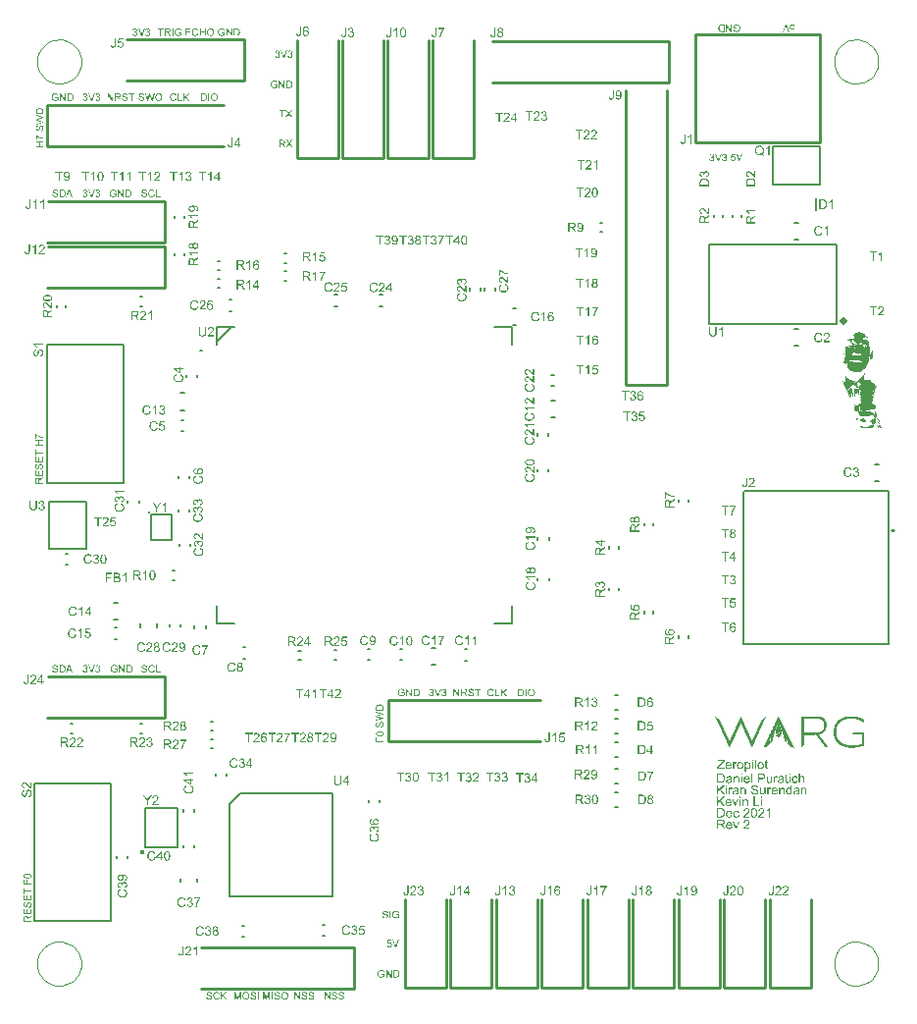
<source format=gto>
G04*
G04 #@! TF.GenerationSoftware,Altium Limited,Altium Designer,21.9.2 (33)*
G04*
G04 Layer_Color=65535*
%FSLAX25Y25*%
%MOIN*%
G70*
G04*
G04 #@! TF.SameCoordinates,4D01AB76-DD33-443A-9DFE-E83AFE04FE17*
G04*
G04*
G04 #@! TF.FilePolarity,Positive*
G04*
G01*
G75*
%ADD10C,0.01181*%
%ADD11C,0.00984*%
%ADD12C,0.00984*%
%ADD13C,0.00600*%
%ADD14C,0.01772*%
%ADD15C,0.00394*%
%ADD16C,0.00787*%
%ADD17C,0.01000*%
%ADD18C,0.00500*%
G36*
X285858Y228651D02*
X285957D01*
Y228618D01*
X285990D01*
Y228651D01*
X286252D01*
Y228618D01*
X286351D01*
Y228585D01*
X286417D01*
Y228552D01*
X286515D01*
Y228519D01*
X286876D01*
Y228486D01*
X287040D01*
Y228454D01*
X287172D01*
Y228421D01*
X287237D01*
Y228388D01*
X287270D01*
Y228224D01*
X287533D01*
Y228158D01*
X287796D01*
Y228125D01*
X287828D01*
Y228092D01*
X287861D01*
Y228027D01*
X287927D01*
Y227994D01*
X287960D01*
Y227928D01*
X287993D01*
Y227895D01*
X288025D01*
Y227863D01*
X288058D01*
Y227830D01*
X288091D01*
Y227797D01*
X288124D01*
Y227731D01*
X288157D01*
Y227698D01*
X288190D01*
Y227665D01*
X288255D01*
Y227633D01*
X288288D01*
Y227600D01*
X288190D01*
Y227567D01*
X288058D01*
Y227534D01*
X288025D01*
Y227501D01*
X287960D01*
Y227436D01*
X287993D01*
Y227403D01*
X288091D01*
Y227370D01*
X288124D01*
Y227337D01*
X288157D01*
Y227304D01*
X288255D01*
Y227272D01*
X288321D01*
Y227239D01*
X288387D01*
Y227206D01*
X288485D01*
Y227173D01*
X288584D01*
Y227140D01*
X288649D01*
Y227107D01*
X288682D01*
Y227074D01*
X288781D01*
Y227042D01*
X288846D01*
Y227009D01*
X288912D01*
Y226976D01*
X288945D01*
Y226943D01*
X288978D01*
Y226910D01*
X289011D01*
Y226877D01*
X289043D01*
Y226845D01*
X289076D01*
Y226713D01*
X289109D01*
Y226582D01*
X289043D01*
Y226615D01*
X288945D01*
Y226648D01*
X288846D01*
Y226680D01*
X288781D01*
Y226713D01*
X288715D01*
Y226746D01*
X288649D01*
Y226779D01*
X288584D01*
Y226812D01*
X288551D01*
Y226845D01*
X288485D01*
Y226877D01*
X287960D01*
Y226845D01*
X287861D01*
Y226812D01*
X287796D01*
Y226779D01*
X287730D01*
Y226746D01*
X287664D01*
Y226713D01*
X287631D01*
Y226648D01*
X287566D01*
Y226615D01*
X287500D01*
Y226582D01*
X287467D01*
Y226549D01*
X287434D01*
Y226516D01*
X287369D01*
Y226483D01*
X287336D01*
Y226450D01*
X287303D01*
Y226319D01*
X287336D01*
Y226254D01*
X287500D01*
Y226221D01*
X287566D01*
Y226188D01*
X287599D01*
Y226155D01*
X287631D01*
Y226122D01*
X287664D01*
Y226089D01*
X287697D01*
Y226024D01*
X287730D01*
Y225991D01*
X287796D01*
Y225925D01*
X287894D01*
Y225892D01*
X287960D01*
Y225859D01*
X288584D01*
Y225827D01*
X288617D01*
Y225794D01*
X288682D01*
Y225761D01*
X288715D01*
Y225728D01*
X288781D01*
Y225662D01*
X288846D01*
Y225630D01*
X288912D01*
Y225597D01*
X288945D01*
Y225564D01*
X288978D01*
Y225531D01*
X289043D01*
Y225498D01*
X289109D01*
Y225465D01*
X289142D01*
Y225433D01*
X289175D01*
Y225400D01*
X289208D01*
Y225367D01*
X289241D01*
Y225301D01*
X289273D01*
Y225236D01*
X289306D01*
Y225170D01*
X289339D01*
Y225137D01*
X289372D01*
Y225071D01*
X289405D01*
Y225006D01*
X289438D01*
Y224940D01*
X289470D01*
Y224809D01*
X289503D01*
Y224612D01*
X289536D01*
Y224086D01*
X289503D01*
Y224021D01*
X289470D01*
Y223988D01*
X289339D01*
Y224021D01*
X289306D01*
Y223955D01*
X289273D01*
Y223824D01*
X289241D01*
Y223791D01*
X289208D01*
Y223725D01*
X289241D01*
Y223692D01*
X289536D01*
Y223626D01*
X289569D01*
Y223561D01*
X289602D01*
Y223462D01*
X289634D01*
Y223265D01*
X289667D01*
Y223101D01*
X289700D01*
Y222871D01*
X289733D01*
Y222674D01*
X289766D01*
Y222543D01*
X289799D01*
Y221820D01*
X289766D01*
Y221722D01*
X289799D01*
Y221623D01*
X289766D01*
Y221032D01*
X289733D01*
Y220934D01*
X289700D01*
Y220835D01*
X289667D01*
Y220770D01*
X289634D01*
Y220605D01*
X289602D01*
Y220474D01*
X289569D01*
Y220343D01*
X289536D01*
Y220277D01*
X289503D01*
Y220113D01*
X289470D01*
Y219752D01*
X289438D01*
Y219489D01*
X289405D01*
Y219292D01*
X289372D01*
Y219029D01*
X289339D01*
Y218832D01*
X289306D01*
Y218635D01*
X289273D01*
Y218602D01*
X289241D01*
Y218504D01*
X289208D01*
Y218373D01*
X289175D01*
Y218241D01*
X289142D01*
Y218176D01*
X289109D01*
Y218011D01*
X289076D01*
Y217913D01*
X289043D01*
Y217814D01*
X289011D01*
Y217716D01*
X288978D01*
Y217650D01*
X288945D01*
Y217584D01*
X288912D01*
Y217552D01*
X288879D01*
Y217519D01*
X288846D01*
Y217420D01*
X288814D01*
Y217355D01*
X288781D01*
Y217256D01*
X288748D01*
Y217223D01*
X288715D01*
Y217158D01*
X288682D01*
Y217092D01*
X288649D01*
Y217026D01*
X288617D01*
Y216993D01*
X288584D01*
Y216928D01*
X288551D01*
Y216862D01*
X288518D01*
Y216796D01*
X288485D01*
Y216764D01*
X288452D01*
Y216698D01*
X288420D01*
Y216632D01*
X288387D01*
Y216534D01*
X288354D01*
Y216501D01*
X288321D01*
Y216435D01*
X288288D01*
Y216402D01*
X288255D01*
Y216370D01*
X288223D01*
Y216304D01*
X288190D01*
Y216271D01*
X288157D01*
Y216238D01*
X288124D01*
Y216173D01*
X288091D01*
Y216140D01*
X288058D01*
Y216107D01*
X288025D01*
Y216074D01*
X287993D01*
Y216041D01*
X287960D01*
Y216008D01*
X287927D01*
Y215975D01*
X287894D01*
Y215943D01*
X287861D01*
Y215910D01*
X287828D01*
Y215877D01*
X287697D01*
Y215943D01*
X287664D01*
Y215975D01*
X287631D01*
Y215943D01*
X287599D01*
Y215910D01*
X287533D01*
Y215877D01*
X287500D01*
Y215844D01*
X287467D01*
Y215778D01*
X287434D01*
Y215746D01*
X287402D01*
Y215713D01*
X287369D01*
Y215680D01*
X287336D01*
Y215647D01*
X287303D01*
Y215614D01*
X287270D01*
Y215581D01*
X287205D01*
Y215549D01*
X287172D01*
Y215516D01*
X287139D01*
Y215483D01*
X287106D01*
Y215450D01*
X287073D01*
Y215417D01*
X287040D01*
Y215384D01*
X286975D01*
Y215352D01*
X286942D01*
Y215319D01*
X286909D01*
Y215286D01*
X286876D01*
Y215253D01*
X286843D01*
Y215220D01*
X286810D01*
Y215187D01*
X286778D01*
Y215155D01*
X286745D01*
Y215122D01*
X286646D01*
Y215089D01*
X286482D01*
Y215056D01*
X286351D01*
Y215023D01*
X286219D01*
Y214990D01*
X285628D01*
Y215023D01*
X285530D01*
Y215056D01*
X284906D01*
Y215023D01*
X284840D01*
Y214990D01*
X284610D01*
Y215023D01*
X284545D01*
Y215056D01*
X284446D01*
Y215089D01*
X284315D01*
Y215122D01*
X284184D01*
Y215155D01*
X284118D01*
Y215187D01*
X283986D01*
Y215220D01*
X283921D01*
Y215253D01*
X283822D01*
Y215286D01*
X283724D01*
Y215319D01*
X283527D01*
Y215352D01*
X283494D01*
Y215384D01*
X283428D01*
Y215417D01*
X283363D01*
Y215450D01*
X283297D01*
Y215483D01*
X283264D01*
Y215516D01*
X283198D01*
Y215549D01*
X283133D01*
Y215581D01*
X283067D01*
Y215614D01*
X283001D01*
Y215647D01*
X282936D01*
Y215680D01*
X282903D01*
Y215713D01*
X282870D01*
Y215746D01*
X282804D01*
Y215778D01*
X282739D01*
Y215811D01*
X282640D01*
Y215844D01*
X282575D01*
Y215877D01*
X282542D01*
Y215910D01*
X282509D01*
Y215943D01*
X282476D01*
Y216041D01*
X282443D01*
Y216140D01*
X282410D01*
Y216205D01*
X282378D01*
Y216238D01*
X282345D01*
Y216304D01*
X282279D01*
Y216337D01*
X282246D01*
Y216370D01*
X282213D01*
Y216468D01*
X282181D01*
Y216501D01*
X282148D01*
Y216534D01*
X282115D01*
Y216665D01*
X282148D01*
Y216731D01*
X282115D01*
Y216928D01*
X282082D01*
Y217125D01*
X282049D01*
Y217256D01*
X282016D01*
Y217519D01*
X281983D01*
Y217683D01*
X281951D01*
Y217946D01*
X281918D01*
Y218044D01*
X281819D01*
Y217979D01*
X281786D01*
Y217913D01*
X281754D01*
Y217880D01*
X281688D01*
Y217847D01*
X281622D01*
Y217814D01*
X281655D01*
Y217781D01*
X281589D01*
Y217847D01*
X281491D01*
Y217880D01*
X281458D01*
Y217913D01*
X281425D01*
Y217946D01*
X281392D01*
Y217979D01*
X281360D01*
Y218011D01*
X281327D01*
Y218077D01*
X281294D01*
Y218110D01*
X281261D01*
Y218143D01*
X281228D01*
Y218110D01*
X281097D01*
Y218077D01*
X281064D01*
Y218044D01*
X280998D01*
Y218011D01*
X280965D01*
Y218077D01*
X280867D01*
Y218176D01*
X280900D01*
Y218208D01*
X280867D01*
Y218274D01*
X280834D01*
Y218405D01*
X280867D01*
Y218668D01*
X280900D01*
Y218799D01*
X280933D01*
Y218898D01*
X280965D01*
Y218931D01*
X280998D01*
Y218898D01*
X281064D01*
Y218997D01*
X280998D01*
Y218964D01*
X280965D01*
Y219062D01*
X280933D01*
Y219095D01*
X280965D01*
Y219620D01*
X280998D01*
Y219686D01*
X281031D01*
Y219752D01*
X281064D01*
Y219883D01*
X281097D01*
Y219982D01*
X281130D01*
Y220113D01*
X281195D01*
Y220146D01*
X281163D01*
Y220179D01*
X281261D01*
Y220244D01*
X281294D01*
Y220310D01*
X281327D01*
Y220409D01*
X281392D01*
Y220343D01*
X281491D01*
Y220310D01*
X281524D01*
Y220343D01*
X281557D01*
Y220934D01*
X281589D01*
Y220967D01*
X281557D01*
Y221098D01*
X281524D01*
Y221131D01*
X281491D01*
Y221295D01*
X281458D01*
Y221328D01*
X281425D01*
Y221361D01*
X281392D01*
Y221459D01*
X281425D01*
Y221525D01*
X281392D01*
Y221985D01*
X281360D01*
Y222871D01*
X281327D01*
Y223298D01*
X281294D01*
Y223429D01*
X281327D01*
Y223495D01*
X281360D01*
Y223561D01*
X281425D01*
Y223659D01*
X281458D01*
Y223692D01*
X281491D01*
Y223758D01*
X281589D01*
Y223791D01*
X281688D01*
Y223758D01*
X281721D01*
Y223659D01*
X281754D01*
Y223626D01*
X281852D01*
Y223659D01*
X281885D01*
Y223725D01*
X282016D01*
Y223758D01*
X282082D01*
Y223725D01*
X282115D01*
Y223692D01*
X282213D01*
Y223659D01*
X282246D01*
Y223626D01*
X282279D01*
Y223561D01*
X282345D01*
Y223528D01*
X282443D01*
Y223495D01*
X282509D01*
Y223462D01*
X282542D01*
Y223429D01*
X282673D01*
Y223397D01*
X282903D01*
Y223364D01*
X283034D01*
Y223397D01*
X283067D01*
Y223364D01*
X283133D01*
Y223397D01*
X283297D01*
Y223429D01*
X283395D01*
Y223462D01*
X283527D01*
Y223495D01*
X283560D01*
Y223528D01*
X283395D01*
Y223495D01*
X283067D01*
Y223528D01*
X283034D01*
Y223495D01*
X282969D01*
Y223528D01*
X282673D01*
Y223561D01*
X282575D01*
Y223594D01*
X282509D01*
Y223626D01*
X282443D01*
Y223659D01*
X282378D01*
Y223692D01*
X282345D01*
Y223725D01*
X282312D01*
Y223758D01*
X282279D01*
Y223824D01*
X282246D01*
Y223856D01*
X282213D01*
Y224021D01*
X282279D01*
Y224053D01*
X282345D01*
Y224086D01*
X282443D01*
Y224119D01*
X282607D01*
Y224152D01*
X282673D01*
Y224218D01*
X282739D01*
Y224152D01*
X282771D01*
Y224119D01*
X282837D01*
Y224086D01*
X282903D01*
Y224053D01*
X282969D01*
Y224021D01*
X283034D01*
Y223988D01*
X283198D01*
Y223955D01*
X283330D01*
Y223988D01*
X283593D01*
Y224021D01*
X283691D01*
Y224086D01*
X283724D01*
Y224382D01*
X283757D01*
Y224415D01*
X283724D01*
Y224513D01*
X283691D01*
Y224612D01*
X283921D01*
Y224579D01*
X283986D01*
Y224546D01*
X284019D01*
Y224513D01*
X284052D01*
Y224480D01*
X284085D01*
Y224415D01*
X284118D01*
Y224316D01*
X284151D01*
Y224283D01*
X284184D01*
Y224251D01*
X284216D01*
Y224218D01*
X284282D01*
Y224185D01*
X284348D01*
Y224152D01*
X284446D01*
Y224119D01*
X284610D01*
Y224152D01*
X284643D01*
Y224218D01*
X284610D01*
Y224251D01*
X284578D01*
Y224283D01*
X284479D01*
Y224316D01*
X284381D01*
Y224349D01*
X284348D01*
Y224382D01*
X284315D01*
Y224415D01*
X284282D01*
Y224447D01*
X284249D01*
Y224480D01*
X284216D01*
Y224513D01*
X284184D01*
Y224546D01*
X284118D01*
Y224579D01*
X284085D01*
Y224612D01*
X284052D01*
Y224644D01*
X283954D01*
Y224677D01*
X283921D01*
Y224710D01*
X283855D01*
Y224743D01*
X283757D01*
Y224776D01*
X283593D01*
Y224809D01*
X283428D01*
Y224841D01*
X283264D01*
Y224874D01*
X283100D01*
Y224841D01*
X283067D01*
Y224874D01*
X282870D01*
Y224907D01*
X282903D01*
Y224940D01*
X282936D01*
Y225006D01*
X282969D01*
Y225170D01*
X283198D01*
Y225203D01*
X283527D01*
Y225170D01*
X283658D01*
Y225137D01*
X283691D01*
Y225104D01*
X283789D01*
Y225071D01*
X283822D01*
Y225039D01*
X283921D01*
Y225006D01*
X283954D01*
Y224973D01*
X284019D01*
Y224940D01*
X284085D01*
Y224907D01*
X284118D01*
Y224841D01*
X284151D01*
Y224776D01*
X284184D01*
Y224710D01*
X284216D01*
Y224677D01*
X284249D01*
Y224644D01*
X284348D01*
Y224612D01*
X284512D01*
Y224710D01*
X284479D01*
Y224809D01*
X284446D01*
Y224874D01*
X284479D01*
Y224809D01*
X284545D01*
Y224776D01*
X284610D01*
Y224743D01*
X284643D01*
Y224710D01*
X284676D01*
Y224677D01*
X284709D01*
Y224612D01*
X284742D01*
Y224579D01*
X284775D01*
Y224546D01*
X284807D01*
Y224513D01*
X284840D01*
Y224480D01*
X284873D01*
Y224447D01*
X284906D01*
Y224415D01*
X284939D01*
Y224349D01*
X284972D01*
Y224053D01*
X284906D01*
Y224021D01*
X284873D01*
Y223988D01*
X284840D01*
Y223922D01*
X284807D01*
Y223889D01*
X284775D01*
Y223824D01*
X284742D01*
Y223791D01*
X284709D01*
Y223758D01*
X284643D01*
Y223594D01*
X284610D01*
Y223561D01*
X284643D01*
Y223462D01*
X284676D01*
Y223495D01*
X284775D01*
Y223528D01*
X284807D01*
Y223561D01*
X284775D01*
Y223659D01*
X284807D01*
Y223758D01*
X284840D01*
Y223791D01*
X284906D01*
Y223856D01*
X284972D01*
Y223889D01*
X285004D01*
Y223988D01*
X285037D01*
Y224086D01*
X285070D01*
Y224119D01*
X285103D01*
Y224185D01*
X285136D01*
Y224251D01*
X285169D01*
Y224316D01*
X285202D01*
Y224349D01*
X285234D01*
Y224447D01*
X285267D01*
Y224776D01*
X285234D01*
Y224874D01*
X285202D01*
Y224907D01*
X285169D01*
Y224940D01*
X285136D01*
Y225006D01*
X285103D01*
Y225039D01*
X285070D01*
Y225071D01*
X285037D01*
Y225104D01*
X285004D01*
Y225137D01*
X284972D01*
Y225170D01*
X284906D01*
Y225203D01*
X284873D01*
Y225236D01*
X284807D01*
Y225268D01*
X284775D01*
Y225301D01*
X284709D01*
Y225334D01*
X284676D01*
Y225367D01*
X284643D01*
Y225400D01*
X284610D01*
Y225433D01*
X284578D01*
Y225465D01*
X284512D01*
Y225498D01*
X284381D01*
Y225531D01*
X284348D01*
Y225564D01*
X284315D01*
Y225597D01*
X284282D01*
Y225662D01*
X284249D01*
Y225695D01*
X284216D01*
Y225728D01*
X284184D01*
Y225761D01*
X284151D01*
Y225794D01*
X284118D01*
Y225827D01*
X284052D01*
Y225859D01*
X283954D01*
Y225892D01*
X283855D01*
Y225925D01*
X283724D01*
Y225859D01*
X283691D01*
Y225695D01*
X283724D01*
Y225564D01*
X283691D01*
Y225531D01*
X283658D01*
Y225465D01*
X283724D01*
Y225433D01*
X283757D01*
Y225400D01*
X283789D01*
Y225334D01*
X283724D01*
Y225367D01*
X283593D01*
Y225400D01*
X283461D01*
Y225433D01*
X283428D01*
Y225465D01*
X283363D01*
Y225498D01*
X283198D01*
Y225531D01*
X282936D01*
Y225597D01*
X282804D01*
Y225630D01*
X282771D01*
Y225597D01*
X282640D01*
Y225564D01*
X282542D01*
Y225498D01*
X282345D01*
Y225531D01*
X282181D01*
Y225597D01*
X282148D01*
Y225662D01*
X282115D01*
Y225761D01*
X282082D01*
Y225827D01*
X282115D01*
Y225892D01*
X282148D01*
Y225958D01*
X282181D01*
Y225991D01*
X282213D01*
Y226024D01*
X282246D01*
Y226057D01*
X282345D01*
Y226089D01*
X282410D01*
Y226057D01*
X282542D01*
Y225991D01*
X282575D01*
Y225958D01*
X282640D01*
Y225925D01*
X282673D01*
Y225827D01*
X282640D01*
Y225662D01*
X282673D01*
Y225761D01*
X282706D01*
Y225925D01*
X282804D01*
Y225958D01*
X282771D01*
Y226057D01*
X282804D01*
Y225991D01*
X282903D01*
Y226057D01*
X282837D01*
Y226089D01*
X282804D01*
Y226188D01*
X282837D01*
Y226221D01*
X282969D01*
Y226254D01*
X283166D01*
Y226286D01*
X283330D01*
Y226254D01*
X283724D01*
Y226286D01*
X283789D01*
Y226319D01*
X283921D01*
Y226352D01*
X283954D01*
Y226385D01*
X284052D01*
Y226418D01*
X284151D01*
Y226450D01*
X284216D01*
Y226483D01*
X284249D01*
Y226516D01*
X284282D01*
Y226582D01*
X284315D01*
Y226648D01*
X284348D01*
Y226680D01*
X284381D01*
Y226746D01*
X284413D01*
Y226976D01*
X284381D01*
Y227074D01*
X284348D01*
Y227107D01*
X284315D01*
Y227140D01*
X284282D01*
Y227173D01*
X284249D01*
Y227239D01*
X284216D01*
Y227272D01*
X284184D01*
Y227304D01*
X284118D01*
Y227370D01*
X284085D01*
Y227403D01*
X284052D01*
Y227436D01*
X284019D01*
Y227468D01*
X283954D01*
Y227501D01*
X283921D01*
Y227534D01*
X283888D01*
Y227567D01*
X283789D01*
Y227600D01*
X283888D01*
Y227633D01*
X284118D01*
Y227665D01*
X284216D01*
Y227698D01*
X284348D01*
Y227731D01*
X284381D01*
Y227764D01*
X284479D01*
Y227797D01*
X284512D01*
Y227830D01*
X284545D01*
Y227863D01*
X284578D01*
Y227961D01*
X284643D01*
Y227994D01*
X284676D01*
Y228027D01*
X284643D01*
Y228092D01*
X284676D01*
Y228158D01*
X284709D01*
Y228191D01*
X284742D01*
Y228224D01*
X285004D01*
Y228257D01*
X285366D01*
Y228289D01*
X285431D01*
Y228355D01*
X285497D01*
Y228322D01*
X285530D01*
Y228289D01*
X285563D01*
Y228257D01*
X285858D01*
Y228224D01*
X286121D01*
Y228191D01*
X286252D01*
Y228224D01*
X286219D01*
Y228289D01*
X286088D01*
Y228322D01*
X285957D01*
Y228388D01*
X285891D01*
Y228421D01*
X285760D01*
Y228454D01*
X285727D01*
Y228519D01*
X285694D01*
Y228486D01*
X285661D01*
Y228519D01*
X285628D01*
Y228552D01*
X285563D01*
Y228651D01*
X285661D01*
Y228683D01*
X285858D01*
Y228651D01*
D02*
G37*
G36*
X283527Y224382D02*
X283461D01*
Y224447D01*
X283527D01*
Y224382D01*
D02*
G37*
G36*
X290620Y222050D02*
X290652D01*
Y222018D01*
Y221985D01*
Y221886D01*
X290685D01*
Y221722D01*
X290718D01*
Y221656D01*
X290751D01*
Y221394D01*
X290784D01*
Y221229D01*
X290751D01*
Y221098D01*
X290718D01*
Y221032D01*
X290685D01*
Y220934D01*
X290652D01*
Y220737D01*
X290620D01*
Y220540D01*
X290587D01*
Y220474D01*
X290554D01*
Y220441D01*
X290521D01*
Y220376D01*
X290488D01*
Y220179D01*
X290521D01*
Y220212D01*
X290554D01*
Y220244D01*
X290587D01*
Y220277D01*
X290620D01*
Y220343D01*
X290652D01*
Y220409D01*
X290685D01*
Y220441D01*
X290751D01*
Y220474D01*
X290817D01*
Y220212D01*
X290784D01*
Y220080D01*
X290751D01*
Y219982D01*
X290718D01*
Y219916D01*
X290685D01*
Y219850D01*
X290652D01*
Y219719D01*
X290620D01*
Y219620D01*
X290587D01*
Y219555D01*
X290554D01*
Y219489D01*
X290521D01*
Y219456D01*
X290488D01*
Y219423D01*
X290455D01*
Y219391D01*
X290423D01*
Y219358D01*
X290357D01*
Y219325D01*
X290291D01*
Y219292D01*
X290127D01*
Y219325D01*
X290061D01*
Y219358D01*
X290029D01*
Y219423D01*
X289996D01*
Y219456D01*
X289963D01*
Y219489D01*
X289930D01*
Y219522D01*
X289897D01*
Y219555D01*
X289864D01*
Y219588D01*
X289831D01*
Y219620D01*
X289766D01*
Y219653D01*
X289733D01*
Y219686D01*
X289700D01*
Y219719D01*
X289667D01*
Y219817D01*
X289700D01*
Y219883D01*
X289733D01*
Y219982D01*
X289766D01*
Y220047D01*
X289831D01*
Y220080D01*
X289864D01*
Y220113D01*
X289897D01*
Y220080D01*
X289930D01*
Y220113D01*
X289897D01*
Y220146D01*
X289963D01*
Y220179D01*
X289897D01*
Y220212D01*
X289831D01*
Y220244D01*
X289799D01*
Y220310D01*
X289766D01*
Y220441D01*
X289799D01*
Y220540D01*
X289831D01*
Y220704D01*
X289864D01*
Y220868D01*
X289897D01*
Y220967D01*
X289930D01*
Y221197D01*
X289963D01*
Y221328D01*
X289996D01*
Y221394D01*
X290029D01*
Y221427D01*
X290061D01*
Y221459D01*
X290094D01*
Y221492D01*
X290127D01*
Y221525D01*
X290160D01*
Y221558D01*
X290291D01*
Y221623D01*
X290324D01*
Y221656D01*
X290357D01*
Y221722D01*
X290390D01*
Y221755D01*
X290423D01*
Y221722D01*
X290455D01*
Y221886D01*
X290423D01*
Y221919D01*
X290324D01*
Y221985D01*
X290291D01*
Y222116D01*
X290324D01*
Y222149D01*
X290357D01*
Y222182D01*
X290488D01*
Y222215D01*
X290521D01*
Y222247D01*
X290587D01*
Y222280D01*
X290620D01*
Y222050D01*
D02*
G37*
G36*
X280867Y221459D02*
X280900D01*
Y221361D01*
X280933D01*
Y221328D01*
X280965D01*
Y221164D01*
X280933D01*
Y221098D01*
X280965D01*
Y220704D01*
X280933D01*
Y220868D01*
X280900D01*
Y220934D01*
X280867D01*
Y220967D01*
X280834D01*
Y221131D01*
X280867D01*
Y221262D01*
X280834D01*
Y221427D01*
X280801D01*
Y221459D01*
X280834D01*
Y221492D01*
X280867D01*
Y221459D01*
D02*
G37*
G36*
X281524Y217026D02*
X281557D01*
Y216862D01*
X281491D01*
Y216928D01*
X281458D01*
Y216993D01*
X281491D01*
Y217026D01*
Y217059D01*
X281524D01*
Y217026D01*
D02*
G37*
G36*
X281655Y213513D02*
X281688D01*
Y213480D01*
X281721D01*
Y213447D01*
X281754D01*
Y213349D01*
X281786D01*
Y213316D01*
X281819D01*
Y213250D01*
X281852D01*
Y213217D01*
X281885D01*
Y213152D01*
X281918D01*
Y213086D01*
X281951D01*
Y213053D01*
X281983D01*
Y212987D01*
X282049D01*
Y212954D01*
X282115D01*
Y212922D01*
X282181D01*
Y212889D01*
X282213D01*
Y212856D01*
X282246D01*
Y212790D01*
X282213D01*
Y212725D01*
X282246D01*
Y212692D01*
X282476D01*
Y212659D01*
X282542D01*
Y212626D01*
X282607D01*
Y212593D01*
X282706D01*
Y212560D01*
X282739D01*
Y212528D01*
X282870D01*
Y212495D01*
X282903D01*
Y212462D01*
X282969D01*
Y212429D01*
X283001D01*
Y212396D01*
X283034D01*
Y212363D01*
X283100D01*
Y212331D01*
X283231D01*
Y212298D01*
X283330D01*
Y212265D01*
X283461D01*
Y212232D01*
X283527D01*
Y212199D01*
X283593D01*
Y212166D01*
X283625D01*
Y212134D01*
X283658D01*
Y212101D01*
X283724D01*
Y212068D01*
X283855D01*
Y212035D01*
X284052D01*
Y212002D01*
X284249D01*
Y211969D01*
X284315D01*
Y211936D01*
X284446D01*
Y211904D01*
X284578D01*
Y211936D01*
X284676D01*
Y211772D01*
X284643D01*
Y211674D01*
X284610D01*
Y211608D01*
X284578D01*
Y211575D01*
X284545D01*
Y211510D01*
X284512D01*
Y211477D01*
X284479D01*
Y211411D01*
X284446D01*
Y211378D01*
X284413D01*
Y211345D01*
X284381D01*
Y211313D01*
X284348D01*
Y211247D01*
X284282D01*
Y211214D01*
X284249D01*
Y211181D01*
X284216D01*
Y211148D01*
X284184D01*
Y211083D01*
X284151D01*
Y211050D01*
X284118D01*
Y211017D01*
X284184D01*
Y211050D01*
X284216D01*
Y211083D01*
X284249D01*
Y211116D01*
X284315D01*
Y211181D01*
X284348D01*
Y211214D01*
X284381D01*
Y211247D01*
X284413D01*
Y211280D01*
X284446D01*
Y211313D01*
X284479D01*
Y211345D01*
X284512D01*
Y211378D01*
X284578D01*
Y211411D01*
X284873D01*
Y211477D01*
X284840D01*
Y211510D01*
X284775D01*
Y211575D01*
X284906D01*
Y211608D01*
X284939D01*
Y211641D01*
X285037D01*
Y211608D01*
X285070D01*
Y211575D01*
X285267D01*
Y211608D01*
X285464D01*
Y211575D01*
X285497D01*
Y211543D01*
X285464D01*
Y211510D01*
X285530D01*
Y211543D01*
X285595D01*
Y211510D01*
X285760D01*
Y211477D01*
X285792D01*
Y211444D01*
X285760D01*
Y211411D01*
X285694D01*
Y211378D01*
X285661D01*
Y211345D01*
X285595D01*
Y211313D01*
X285563D01*
Y211280D01*
X285530D01*
Y211148D01*
X285497D01*
Y211050D01*
X285530D01*
Y210557D01*
X285563D01*
Y210459D01*
X285595D01*
Y210426D01*
X285628D01*
Y210328D01*
X285661D01*
Y210295D01*
X285694D01*
Y210262D01*
X285727D01*
Y210196D01*
X285760D01*
Y209966D01*
X285727D01*
Y209901D01*
X285694D01*
Y209802D01*
X285661D01*
Y209736D01*
X285628D01*
Y209638D01*
X285595D01*
Y209605D01*
X285563D01*
Y209539D01*
X285234D01*
Y209572D01*
X284807D01*
Y209605D01*
X284906D01*
Y209638D01*
X285037D01*
Y209605D01*
X285169D01*
Y209638D01*
X285234D01*
Y209704D01*
X285267D01*
Y209769D01*
X285234D01*
Y209933D01*
X285267D01*
Y210065D01*
X285234D01*
Y210131D01*
X285202D01*
Y210163D01*
X285169D01*
Y210131D01*
X285136D01*
Y210196D01*
X285070D01*
Y210229D01*
X284939D01*
Y210196D01*
X284873D01*
Y210262D01*
X284906D01*
Y210295D01*
X284775D01*
Y210328D01*
X284578D01*
Y210360D01*
X284479D01*
Y210393D01*
X284446D01*
Y210492D01*
X284413D01*
Y210525D01*
X284381D01*
Y210590D01*
X284315D01*
Y210623D01*
X284282D01*
Y210656D01*
X284249D01*
Y210721D01*
X284216D01*
Y210754D01*
X284118D01*
Y210721D01*
X284052D01*
Y210754D01*
X284019D01*
Y210820D01*
X284052D01*
Y210886D01*
X284085D01*
Y210918D01*
X284118D01*
Y211017D01*
X284085D01*
Y210984D01*
X284019D01*
Y210951D01*
X283986D01*
Y210918D01*
X283954D01*
Y210886D01*
X283921D01*
Y210853D01*
X283888D01*
Y210820D01*
X283855D01*
Y210787D01*
X283822D01*
Y210754D01*
X283789D01*
Y210721D01*
X283757D01*
Y210689D01*
X283724D01*
Y210623D01*
X283691D01*
Y210590D01*
X283658D01*
Y210557D01*
X283625D01*
Y210525D01*
X283593D01*
Y210492D01*
X283560D01*
Y210459D01*
X283527D01*
Y210426D01*
X283494D01*
Y210393D01*
X283461D01*
Y210360D01*
X283428D01*
Y210328D01*
X283395D01*
Y210295D01*
X283363D01*
Y210229D01*
X283330D01*
Y210196D01*
X283297D01*
Y210131D01*
X283264D01*
Y210098D01*
X283231D01*
Y210065D01*
X283198D01*
Y210032D01*
X283166D01*
Y209999D01*
X283133D01*
Y209966D01*
X283100D01*
Y209901D01*
X283067D01*
Y209868D01*
X283034D01*
Y209835D01*
X283001D01*
Y209802D01*
X282969D01*
Y209769D01*
X282936D01*
Y209736D01*
X282903D01*
Y209704D01*
X282870D01*
Y209671D01*
X282837D01*
Y209605D01*
X282804D01*
Y209572D01*
X282771D01*
Y209539D01*
X282739D01*
Y209507D01*
X282706D01*
Y209441D01*
X282673D01*
Y209408D01*
X282640D01*
Y209375D01*
X282607D01*
Y209342D01*
X282575D01*
Y209310D01*
X282542D01*
Y209244D01*
X282509D01*
Y209211D01*
X282476D01*
Y209145D01*
X282443D01*
Y209113D01*
X282410D01*
Y209080D01*
X282378D01*
Y209047D01*
X282345D01*
Y209014D01*
X282312D01*
Y208948D01*
X282279D01*
Y208915D01*
X282246D01*
Y208883D01*
X282213D01*
Y208850D01*
X282148D01*
Y208817D01*
X282016D01*
Y208784D01*
X281852D01*
Y208883D01*
X281819D01*
Y208948D01*
X281786D01*
Y208981D01*
X281754D01*
Y209080D01*
X281721D01*
Y209145D01*
X281688D01*
Y209211D01*
X281655D01*
Y209277D01*
X281622D01*
Y209342D01*
X281589D01*
Y209441D01*
X281557D01*
Y209507D01*
X281524D01*
Y209539D01*
X281491D01*
Y209605D01*
X281458D01*
Y209638D01*
X281425D01*
Y209802D01*
X281392D01*
Y209835D01*
X281360D01*
Y209966D01*
X281327D01*
Y209999D01*
X281294D01*
Y210098D01*
X281261D01*
Y210163D01*
X281228D01*
Y210229D01*
X281195D01*
Y210295D01*
X281163D01*
Y210360D01*
X281130D01*
Y210459D01*
X281097D01*
Y210525D01*
X281064D01*
Y210590D01*
X281031D01*
Y210623D01*
X280998D01*
Y210689D01*
X280965D01*
Y210754D01*
X280933D01*
Y210820D01*
X280900D01*
Y210886D01*
X280867D01*
Y210951D01*
X280834D01*
Y211050D01*
X280801D01*
Y211083D01*
X280768D01*
Y211181D01*
X280736D01*
Y211247D01*
X280703D01*
Y211345D01*
X280670D01*
Y211411D01*
X280637D01*
Y211510D01*
X280604D01*
Y211575D01*
X280571D01*
Y211641D01*
X280539D01*
Y211739D01*
X280506D01*
Y211805D01*
X280473D01*
Y211904D01*
X280440D01*
Y212101D01*
X280473D01*
Y212068D01*
X280539D01*
Y212035D01*
X280571D01*
Y212002D01*
X280604D01*
Y211969D01*
X280637D01*
Y211936D01*
X280670D01*
Y211904D01*
X280768D01*
Y211871D01*
X280834D01*
Y211838D01*
X280900D01*
Y211805D01*
X280965D01*
Y211772D01*
X281031D01*
Y211739D01*
X281097D01*
Y211707D01*
X281130D01*
Y211674D01*
X281261D01*
Y211641D01*
X281392D01*
Y211674D01*
X281425D01*
Y211904D01*
X281392D01*
Y211969D01*
X281360D01*
Y212232D01*
X281392D01*
Y212265D01*
X281360D01*
Y212429D01*
X281327D01*
Y212790D01*
X281261D01*
Y213184D01*
X281294D01*
Y213217D01*
X281327D01*
Y213250D01*
X281360D01*
Y213283D01*
X281392D01*
Y213316D01*
X281425D01*
Y213283D01*
X281458D01*
Y213250D01*
X281524D01*
Y213381D01*
X281491D01*
Y213316D01*
X281425D01*
Y213414D01*
X281491D01*
Y213513D01*
X281524D01*
Y213578D01*
X281589D01*
Y213611D01*
X281655D01*
Y213513D01*
D02*
G37*
G36*
X281228Y212790D02*
X281261D01*
Y212725D01*
X281228D01*
Y212659D01*
X281195D01*
Y212692D01*
Y212725D01*
Y212823D01*
X281228D01*
Y212790D01*
D02*
G37*
G36*
X285202Y211707D02*
X285103D01*
Y211772D01*
X285202D01*
Y211707D01*
D02*
G37*
G36*
X285891Y211543D02*
X285858D01*
Y211510D01*
X285825D01*
Y211543D01*
X285792D01*
Y211575D01*
X285891D01*
Y211543D01*
D02*
G37*
G36*
X285563Y209310D02*
X285628D01*
Y209277D01*
X285661D01*
Y209244D01*
Y209211D01*
Y208653D01*
X285628D01*
Y208489D01*
X285661D01*
Y208324D01*
X285628D01*
Y208062D01*
X285595D01*
Y207930D01*
X285563D01*
Y207865D01*
X285464D01*
Y207799D01*
X285399D01*
Y207733D01*
X285431D01*
Y207635D01*
X285399D01*
Y207602D01*
X285333D01*
Y207569D01*
X285267D01*
Y207602D01*
X285070D01*
Y207635D01*
X285037D01*
Y207668D01*
X284972D01*
Y207635D01*
X284939D01*
Y207602D01*
X284906D01*
Y207536D01*
X284873D01*
Y207504D01*
X284939D01*
Y207471D01*
X284972D01*
Y207438D01*
X285004D01*
Y207372D01*
X284873D01*
Y207339D01*
X284840D01*
Y206978D01*
X284807D01*
Y206912D01*
X284775D01*
Y206847D01*
X284742D01*
Y206814D01*
X284709D01*
Y206781D01*
X284643D01*
Y206748D01*
X284578D01*
Y206715D01*
X284545D01*
Y206682D01*
X284512D01*
Y206650D01*
X284479D01*
Y206551D01*
X284446D01*
Y206518D01*
X284381D01*
Y206880D01*
X284348D01*
Y207372D01*
X284315D01*
Y208423D01*
X284282D01*
Y209014D01*
X284249D01*
Y209178D01*
X284282D01*
Y209244D01*
X284315D01*
Y209277D01*
X284348D01*
Y209310D01*
X284413D01*
Y209277D01*
X284446D01*
Y209211D01*
X284413D01*
Y209145D01*
X284446D01*
Y209113D01*
X284512D01*
Y209145D01*
X284545D01*
Y209244D01*
X284512D01*
Y209277D01*
X284545D01*
Y209310D01*
X284873D01*
Y209342D01*
X284906D01*
Y209310D01*
X284939D01*
Y209342D01*
X285563D01*
Y209310D01*
D02*
G37*
G36*
X283297Y209605D02*
X283330D01*
Y209572D01*
X283363D01*
Y209539D01*
X283395D01*
Y209507D01*
X283428D01*
Y209441D01*
X283461D01*
Y209408D01*
X283494D01*
Y209342D01*
X283527D01*
Y209277D01*
X283560D01*
Y209211D01*
X283593D01*
Y209178D01*
X283625D01*
Y209113D01*
X283658D01*
Y209014D01*
X283691D01*
Y208883D01*
X283724D01*
Y208850D01*
Y208817D01*
X283757D01*
Y208554D01*
X283789D01*
Y208489D01*
X283822D01*
Y208226D01*
X283789D01*
Y208160D01*
X283757D01*
Y208029D01*
X283724D01*
Y207930D01*
X283691D01*
Y207832D01*
X283658D01*
Y207733D01*
X283625D01*
Y207602D01*
X283593D01*
Y207569D01*
X283560D01*
Y207471D01*
X283527D01*
Y207372D01*
X283494D01*
Y207208D01*
X283461D01*
Y207077D01*
X283428D01*
Y206978D01*
X283395D01*
Y206880D01*
X283363D01*
Y206781D01*
X283330D01*
Y206748D01*
X283297D01*
Y206715D01*
X283198D01*
Y206781D01*
X283166D01*
Y206814D01*
X283133D01*
Y206847D01*
X283100D01*
Y206978D01*
X283067D01*
Y207011D01*
X283001D01*
Y207044D01*
X282969D01*
Y207175D01*
X282936D01*
Y207208D01*
X282903D01*
Y207274D01*
X282837D01*
Y207306D01*
X282771D01*
Y207208D01*
X282804D01*
Y207175D01*
X282837D01*
Y207109D01*
X282870D01*
Y207077D01*
X282903D01*
Y207044D01*
X282936D01*
Y207011D01*
X282969D01*
Y206978D01*
X283001D01*
Y206912D01*
X283034D01*
Y206880D01*
X283067D01*
Y206847D01*
X283034D01*
Y206781D01*
X283067D01*
Y206715D01*
X283100D01*
Y206682D01*
X283133D01*
Y206650D01*
X283166D01*
Y206617D01*
X283198D01*
Y206551D01*
X283231D01*
Y206190D01*
X283198D01*
Y206059D01*
X283166D01*
Y206026D01*
X283133D01*
Y206059D01*
X283100D01*
Y206124D01*
X283067D01*
Y206190D01*
X283034D01*
Y206256D01*
X283001D01*
Y206321D01*
X282969D01*
Y206387D01*
X282936D01*
Y206453D01*
X282903D01*
Y206518D01*
X282870D01*
Y206584D01*
X282837D01*
Y206650D01*
X282804D01*
Y206748D01*
X282771D01*
Y206814D01*
X282739D01*
Y206880D01*
X282706D01*
Y206912D01*
X282673D01*
Y206978D01*
X282640D01*
Y207044D01*
X282607D01*
Y207109D01*
X282575D01*
Y207175D01*
X282542D01*
Y207241D01*
X282509D01*
Y207536D01*
X282476D01*
Y207602D01*
X282443D01*
Y207668D01*
X282410D01*
Y207733D01*
X282378D01*
Y207799D01*
X282345D01*
Y207832D01*
X282312D01*
Y207897D01*
X282279D01*
Y207930D01*
X282246D01*
Y208029D01*
X282213D01*
Y208062D01*
X282181D01*
Y208160D01*
X282148D01*
Y208226D01*
X282115D01*
Y208259D01*
X282082D01*
Y208324D01*
X282049D01*
Y208390D01*
X282016D01*
Y208456D01*
X281983D01*
Y208554D01*
X281951D01*
Y208653D01*
X281918D01*
Y208718D01*
X281951D01*
Y208751D01*
X281983D01*
Y208718D01*
X282082D01*
Y208751D01*
X282148D01*
Y208784D01*
X282279D01*
Y208817D01*
X282378D01*
Y208850D01*
X282443D01*
Y208883D01*
X282509D01*
Y208915D01*
X282542D01*
Y208948D01*
X282575D01*
Y208981D01*
X282607D01*
Y209014D01*
X282640D01*
Y209047D01*
X282706D01*
Y209080D01*
X282739D01*
Y209113D01*
X282771D01*
Y209145D01*
X282837D01*
Y209178D01*
X282870D01*
Y209211D01*
X282903D01*
Y209244D01*
X282936D01*
Y209277D01*
X282969D01*
Y209310D01*
X283001D01*
Y209342D01*
X283067D01*
Y209375D01*
X283133D01*
Y209408D01*
X283166D01*
Y209539D01*
X283198D01*
Y209605D01*
X283231D01*
Y209638D01*
X283297D01*
Y209605D01*
D02*
G37*
G36*
X287960Y214596D02*
X287993D01*
Y214465D01*
X287960D01*
Y214235D01*
X287927D01*
Y214038D01*
X287894D01*
Y213710D01*
X287861D01*
Y213414D01*
X287828D01*
Y212495D01*
X287861D01*
Y212298D01*
X287894D01*
Y212199D01*
X287927D01*
Y212166D01*
X287993D01*
Y212199D01*
X288025D01*
Y212232D01*
X288058D01*
Y212265D01*
X288091D01*
Y212298D01*
X288124D01*
Y212363D01*
X288157D01*
Y212396D01*
X288190D01*
Y212429D01*
X288288D01*
Y212462D01*
X288584D01*
Y212429D01*
X288715D01*
Y212396D01*
X288912D01*
Y212363D01*
X289142D01*
Y212331D01*
X289208D01*
Y212298D01*
X289273D01*
Y212265D01*
X289339D01*
Y212232D01*
X289438D01*
Y212199D01*
X289470D01*
Y212166D01*
X289569D01*
Y212199D01*
X289634D01*
Y212232D01*
X289733D01*
Y212265D01*
X289897D01*
Y212232D01*
X289930D01*
Y212199D01*
X289963D01*
Y212166D01*
X289996D01*
Y212134D01*
X290029D01*
Y212035D01*
X290061D01*
Y211739D01*
X290094D01*
Y211707D01*
X290127D01*
Y211674D01*
X290160D01*
Y211641D01*
X290226D01*
Y211608D01*
X290258D01*
Y211543D01*
X290291D01*
Y211510D01*
X290324D01*
Y211477D01*
X290390D01*
Y211444D01*
X290423D01*
Y211411D01*
X290488D01*
Y211378D01*
X290521D01*
Y211345D01*
X290554D01*
Y211313D01*
X290652D01*
Y211280D01*
X290751D01*
Y211247D01*
X290882D01*
Y211214D01*
X290915D01*
Y211181D01*
X290981D01*
Y211148D01*
X291014D01*
Y211083D01*
X291047D01*
Y211050D01*
X291079D01*
Y211017D01*
X291112D01*
Y210984D01*
X291178D01*
Y210951D01*
X291408D01*
Y210918D01*
X291441D01*
Y210886D01*
X291506D01*
Y210820D01*
X291539D01*
Y210721D01*
X291506D01*
Y210689D01*
X291441D01*
Y210656D01*
X291408D01*
Y210623D01*
X291375D01*
Y210590D01*
X291408D01*
Y210557D01*
X291473D01*
Y210525D01*
X291572D01*
Y210492D01*
X291605D01*
Y210459D01*
X291670D01*
Y210426D01*
X291736D01*
Y210393D01*
X291802D01*
Y210360D01*
X291835D01*
Y210328D01*
X291867D01*
Y210295D01*
X291900D01*
Y210262D01*
X291933D01*
Y210131D01*
X291900D01*
Y210098D01*
X291867D01*
Y210032D01*
X291835D01*
Y209933D01*
X291802D01*
Y209835D01*
X291769D01*
Y209736D01*
X291736D01*
Y209638D01*
X291703D01*
Y209507D01*
X291670D01*
Y209474D01*
X291638D01*
Y209441D01*
X291605D01*
Y209408D01*
X291539D01*
Y209277D01*
X291506D01*
Y209244D01*
X291473D01*
Y209178D01*
X291441D01*
Y208784D01*
X291408D01*
Y208751D01*
X291375D01*
Y208718D01*
X291276D01*
Y208521D01*
X291244D01*
Y208423D01*
X291211D01*
Y208357D01*
X291178D01*
Y208259D01*
X291211D01*
Y208226D01*
X291309D01*
Y208062D01*
X291276D01*
Y207963D01*
X291244D01*
Y207930D01*
X291211D01*
Y207897D01*
X291112D01*
Y207865D01*
X291079D01*
Y207733D01*
D01*
D01*
X291112D01*
Y207799D01*
X291145D01*
Y207832D01*
X291211D01*
Y207799D01*
X291244D01*
Y207635D01*
X291211D01*
Y207569D01*
X291178D01*
Y207504D01*
X291145D01*
Y207339D01*
X291112D01*
Y207274D01*
X291079D01*
Y207241D01*
X291047D01*
Y207208D01*
X290948D01*
Y207175D01*
X290915D01*
Y207142D01*
X290882D01*
Y207077D01*
X290849D01*
Y206978D01*
X290817D01*
Y206847D01*
X290784D01*
Y206748D01*
X290915D01*
Y206781D01*
X290948D01*
Y206584D01*
X290915D01*
Y206518D01*
X290882D01*
Y206486D01*
X290849D01*
Y206453D01*
X290718D01*
Y206420D01*
X290685D01*
Y206321D01*
X290652D01*
Y206256D01*
X290685D01*
Y206223D01*
X290718D01*
Y206190D01*
X290817D01*
Y206157D01*
X290849D01*
Y206059D01*
X290817D01*
Y205960D01*
X290784D01*
Y205796D01*
X290751D01*
Y205730D01*
X290718D01*
Y205697D01*
X290685D01*
Y205665D01*
X290554D01*
Y205632D01*
X290521D01*
Y205599D01*
Y205566D01*
Y205533D01*
X290652D01*
Y205369D01*
X290620D01*
Y205238D01*
X290587D01*
Y205106D01*
X290554D01*
Y205008D01*
X290521D01*
Y204942D01*
X290488D01*
Y204876D01*
X290455D01*
Y204844D01*
X290423D01*
Y204811D01*
X290390D01*
Y204614D01*
X290357D01*
Y204417D01*
X290324D01*
Y204285D01*
X290291D01*
Y204253D01*
X290455D01*
Y204285D01*
X290587D01*
Y204253D01*
X290685D01*
Y204220D01*
X290751D01*
Y204187D01*
X290849D01*
Y204154D01*
X290915D01*
Y204121D01*
X291014D01*
Y204088D01*
X291079D01*
Y204056D01*
X291145D01*
Y204023D01*
X291244D01*
Y203990D01*
X291276D01*
Y203957D01*
X291342D01*
Y203924D01*
X291375D01*
Y203891D01*
X291408D01*
Y203858D01*
X291441D01*
Y203826D01*
X291506D01*
Y203793D01*
X291539D01*
Y203760D01*
X291572D01*
Y203727D01*
X291605D01*
Y203694D01*
X291638D01*
Y203629D01*
X291670D01*
Y203596D01*
X291703D01*
Y203530D01*
X291736D01*
Y203465D01*
X291769D01*
Y203399D01*
X291802D01*
Y203300D01*
X291835D01*
Y202841D01*
X291802D01*
Y202742D01*
X291769D01*
Y202709D01*
X291736D01*
Y202644D01*
X291703D01*
Y202611D01*
X291670D01*
Y202578D01*
X291638D01*
Y202545D01*
X291572D01*
Y202512D01*
X291539D01*
Y202479D01*
X291473D01*
Y202447D01*
X291408D01*
Y202414D01*
X291244D01*
Y202381D01*
X291145D01*
Y202348D01*
X291079D01*
Y202315D01*
X290981D01*
Y202282D01*
X290849D01*
Y202250D01*
X290455D01*
Y202217D01*
X289864D01*
Y202184D01*
X289700D01*
Y202151D01*
X289569D01*
Y202020D01*
X289503D01*
Y201987D01*
X289372D01*
Y201954D01*
X289241D01*
Y201921D01*
X288846D01*
Y201888D01*
X288452D01*
Y201855D01*
X288190D01*
Y201823D01*
X288157D01*
Y201790D01*
X288223D01*
Y201757D01*
X288452D01*
Y201790D01*
X288945D01*
Y201823D01*
X289273D01*
Y201790D01*
X289569D01*
Y201757D01*
X289667D01*
Y201724D01*
X289766D01*
Y201691D01*
X289864D01*
Y201658D01*
X289930D01*
Y201626D01*
X289996D01*
Y201593D01*
X290029D01*
Y201560D01*
X290094D01*
Y201527D01*
X290160D01*
Y201494D01*
X290193D01*
Y201461D01*
X290258D01*
Y201429D01*
X290291D01*
Y201396D01*
X290357D01*
Y201363D01*
X290390D01*
Y201330D01*
X290423D01*
Y201297D01*
X290455D01*
Y201264D01*
X290521D01*
Y201232D01*
X290554D01*
Y201199D01*
X290587D01*
Y201166D01*
X290652D01*
Y201133D01*
X290685D01*
Y201100D01*
X290718D01*
Y201067D01*
X290751D01*
Y201034D01*
X290784D01*
Y201002D01*
X290817D01*
Y200969D01*
X290849D01*
Y200936D01*
X290882D01*
Y200903D01*
X290915D01*
Y200870D01*
X290948D01*
Y200837D01*
X290981D01*
Y200805D01*
X291014D01*
Y200739D01*
X291047D01*
Y200706D01*
X291079D01*
Y200641D01*
X291112D01*
Y200608D01*
X291145D01*
Y200575D01*
X291178D01*
Y200542D01*
X291375D01*
Y200575D01*
X291408D01*
Y200641D01*
X291441D01*
Y200772D01*
X291473D01*
Y200969D01*
X291506D01*
Y201166D01*
X291539D01*
Y201396D01*
X291572D01*
Y201823D01*
X291605D01*
Y201954D01*
X291638D01*
Y202118D01*
X291670D01*
Y202217D01*
X291703D01*
Y202282D01*
X291736D01*
Y202315D01*
X291769D01*
Y201757D01*
X291802D01*
Y201626D01*
X291835D01*
Y201429D01*
X291867D01*
Y201232D01*
X291900D01*
Y200969D01*
X291933D01*
Y200641D01*
X291966D01*
Y200444D01*
X291999D01*
Y200279D01*
X292032D01*
Y200115D01*
X292064D01*
Y199918D01*
X292032D01*
Y199820D01*
X291999D01*
Y199754D01*
X291933D01*
Y199721D01*
X291900D01*
Y199688D01*
X291867D01*
Y199655D01*
X291835D01*
Y199590D01*
X291802D01*
Y199557D01*
X291670D01*
Y199524D01*
X291605D01*
Y199458D01*
X291572D01*
Y199327D01*
X291605D01*
Y199294D01*
X291638D01*
Y199261D01*
X291670D01*
Y199196D01*
X291736D01*
Y199163D01*
X291769D01*
Y199130D01*
X291835D01*
Y199097D01*
X291867D01*
Y198999D01*
X291900D01*
Y198802D01*
X291933D01*
Y198769D01*
X291966D01*
Y198736D01*
X292032D01*
Y198637D01*
X292064D01*
Y198539D01*
X292097D01*
Y198440D01*
X292130D01*
Y198375D01*
X292163D01*
Y198276D01*
X291966D01*
Y198342D01*
X291933D01*
Y198539D01*
X291900D01*
Y198637D01*
X291835D01*
Y198605D01*
X291802D01*
Y198473D01*
X291769D01*
Y198145D01*
X291736D01*
Y198013D01*
X291703D01*
Y197948D01*
X291670D01*
Y197882D01*
X291638D01*
Y197849D01*
X291605D01*
Y197784D01*
X291572D01*
Y197751D01*
X291539D01*
Y197685D01*
X291506D01*
Y197652D01*
X291473D01*
Y197587D01*
X291441D01*
Y197554D01*
X291408D01*
Y197488D01*
X291375D01*
Y197455D01*
X291309D01*
Y197423D01*
X291244D01*
Y197390D01*
X291211D01*
Y197357D01*
X291145D01*
Y197324D01*
X291112D01*
Y197291D01*
X291079D01*
Y197061D01*
X291112D01*
Y196930D01*
X291079D01*
Y196766D01*
X291047D01*
Y196470D01*
X291014D01*
Y196405D01*
X290981D01*
Y196372D01*
X290948D01*
Y196306D01*
X290915D01*
Y196240D01*
X290882D01*
Y196076D01*
X290849D01*
Y196010D01*
X290817D01*
Y195978D01*
X290784D01*
Y195945D01*
X290751D01*
Y195879D01*
X288058D01*
Y195912D01*
X287599D01*
Y195945D01*
X287369D01*
Y195912D01*
X287270D01*
Y195945D01*
X287237D01*
Y195912D01*
X287040D01*
Y195945D01*
X286909D01*
Y195978D01*
X286876D01*
Y196010D01*
X286810D01*
Y196043D01*
X286778D01*
Y196076D01*
X286745D01*
Y196109D01*
X286712D01*
Y196142D01*
X286679D01*
Y196175D01*
X286646D01*
Y196207D01*
X286581D01*
Y196240D01*
X286548D01*
Y196306D01*
X286482D01*
Y196372D01*
X286449D01*
Y196405D01*
X286417D01*
Y196437D01*
X286384D01*
Y196667D01*
X286417D01*
Y196700D01*
X286449D01*
Y196733D01*
X286646D01*
Y196700D01*
X286679D01*
Y196733D01*
X286745D01*
Y196799D01*
X286778D01*
Y196766D01*
X287040D01*
Y196733D01*
X287106D01*
Y196700D01*
X287139D01*
Y196667D01*
X287172D01*
Y196634D01*
X287205D01*
Y196601D01*
X287237D01*
Y196569D01*
X287270D01*
Y196503D01*
X287303D01*
Y196470D01*
X287270D01*
Y196437D01*
X287237D01*
Y196405D01*
X287270D01*
Y196339D01*
X287303D01*
Y196306D01*
X287336D01*
Y196273D01*
X287434D01*
Y196240D01*
X287533D01*
Y196207D01*
X287763D01*
Y196240D01*
X287828D01*
Y196273D01*
X287960D01*
Y196306D01*
X288058D01*
Y196339D01*
X288157D01*
Y196372D01*
X288321D01*
Y196339D01*
X288420D01*
Y196306D01*
X288485D01*
Y196273D01*
X288584D01*
Y196240D01*
X288649D01*
Y196273D01*
X288748D01*
Y196306D01*
X288814D01*
Y196339D01*
X288846D01*
Y196372D01*
X288879D01*
Y196405D01*
X288945D01*
Y196437D01*
X288978D01*
Y196470D01*
X289011D01*
Y196503D01*
X289043D01*
Y196536D01*
X289076D01*
Y196569D01*
X289109D01*
Y196601D01*
X289142D01*
Y196634D01*
X289175D01*
Y196667D01*
X289208D01*
Y196700D01*
X289273D01*
Y196733D01*
X289339D01*
Y196766D01*
X289438D01*
Y196799D01*
X289503D01*
Y196831D01*
X289602D01*
Y196864D01*
X289667D01*
Y196897D01*
X289733D01*
Y196930D01*
X289799D01*
Y196963D01*
X289864D01*
Y196996D01*
X289930D01*
Y197028D01*
X290094D01*
Y197061D01*
X290390D01*
Y197094D01*
X290685D01*
Y197127D01*
X290784D01*
Y197160D01*
X290751D01*
Y197193D01*
X290685D01*
Y197225D01*
X290652D01*
Y197258D01*
X290620D01*
Y197291D01*
X290554D01*
Y197324D01*
X290488D01*
Y197357D01*
X290423D01*
Y197390D01*
X290390D01*
Y197423D01*
X290357D01*
Y197488D01*
X290324D01*
Y197554D01*
X290357D01*
Y197685D01*
X290324D01*
Y197817D01*
X290291D01*
Y197849D01*
X290258D01*
Y197882D01*
X290226D01*
Y197915D01*
X290094D01*
Y197948D01*
X290029D01*
Y197981D01*
X289963D01*
Y198013D01*
X289930D01*
Y198046D01*
X289864D01*
Y198079D01*
X289831D01*
Y198178D01*
X289864D01*
Y198243D01*
X289897D01*
Y198276D01*
X289930D01*
Y198309D01*
X289963D01*
Y198342D01*
X289996D01*
Y198375D01*
X290029D01*
Y198408D01*
X290061D01*
Y198440D01*
X290094D01*
Y198473D01*
X290127D01*
Y198506D01*
X290160D01*
Y198539D01*
X290193D01*
Y198572D01*
X290226D01*
Y198605D01*
X290258D01*
Y198637D01*
X290291D01*
Y198670D01*
X290357D01*
Y198703D01*
X290390D01*
Y198736D01*
X290423D01*
Y198769D01*
X290455D01*
Y198802D01*
X290488D01*
Y198834D01*
X290521D01*
Y198867D01*
X290554D01*
Y198933D01*
X290587D01*
Y198966D01*
X290620D01*
Y198999D01*
X290652D01*
Y199031D01*
X290685D01*
Y199064D01*
X290751D01*
Y199097D01*
X290784D01*
Y199130D01*
X290849D01*
Y199163D01*
X290915D01*
Y199196D01*
X290981D01*
Y199229D01*
X291047D01*
Y199261D01*
X291079D01*
Y199294D01*
X291112D01*
Y199327D01*
X291145D01*
Y199360D01*
X291211D01*
Y199393D01*
X291276D01*
Y199425D01*
X291309D01*
Y199557D01*
X291342D01*
Y199590D01*
X291309D01*
Y199688D01*
X291276D01*
Y199721D01*
X291244D01*
Y199754D01*
X291178D01*
Y199787D01*
X291145D01*
Y199754D01*
X291079D01*
Y199787D01*
X291047D01*
Y199852D01*
X291079D01*
Y199918D01*
X291145D01*
Y199984D01*
X291178D01*
Y200148D01*
X291145D01*
Y200181D01*
X291112D01*
Y200214D01*
X291079D01*
Y200247D01*
X291014D01*
Y200279D01*
X290981D01*
Y200312D01*
X290784D01*
Y200279D01*
X290718D01*
Y200247D01*
X290554D01*
Y200214D01*
X290160D01*
Y200247D01*
X290094D01*
Y200279D01*
X289897D01*
Y200247D01*
X289766D01*
Y200214D01*
X289634D01*
Y200181D01*
X289569D01*
Y200148D01*
X289503D01*
Y200115D01*
X289273D01*
Y200082D01*
X289043D01*
Y200049D01*
X288814D01*
Y200017D01*
X288584D01*
Y199984D01*
X288223D01*
Y199951D01*
X287993D01*
Y199984D01*
X287828D01*
Y200017D01*
X287697D01*
Y200049D01*
X287500D01*
Y200082D01*
X287336D01*
Y200115D01*
X287172D01*
Y200148D01*
X286482D01*
Y200181D01*
X286384D01*
Y200214D01*
X286285D01*
Y200247D01*
X286219D01*
Y200279D01*
X286187D01*
Y200312D01*
X286154D01*
Y200411D01*
X286121D01*
Y200509D01*
X286088D01*
Y200641D01*
X286055D01*
Y200772D01*
X286022D01*
Y200837D01*
X285990D01*
Y200870D01*
X285957D01*
Y200936D01*
X285924D01*
Y201002D01*
X285891D01*
Y201100D01*
X285858D01*
Y201232D01*
X285825D01*
Y201461D01*
X285858D01*
Y201494D01*
X285891D01*
Y201560D01*
X285957D01*
Y201593D01*
X286022D01*
Y201626D01*
X286055D01*
Y201691D01*
X286022D01*
Y201658D01*
X285957D01*
Y201626D01*
X285858D01*
Y201593D01*
X285825D01*
Y201527D01*
X285760D01*
Y201494D01*
X285595D01*
Y201527D01*
X285530D01*
Y201560D01*
X285431D01*
Y201593D01*
X285366D01*
Y201626D01*
X285300D01*
Y201658D01*
X285267D01*
Y201691D01*
X285136D01*
Y201724D01*
X285103D01*
Y201757D01*
X285004D01*
Y201790D01*
X284972D01*
Y201823D01*
X284906D01*
Y201855D01*
X284873D01*
Y201888D01*
X284840D01*
Y201921D01*
X284807D01*
Y201987D01*
X284742D01*
Y202020D01*
X284709D01*
Y202052D01*
X284643D01*
Y202085D01*
X284610D01*
Y202118D01*
X284578D01*
Y202151D01*
X284545D01*
Y202184D01*
X284512D01*
Y202217D01*
X284479D01*
Y202250D01*
X284446D01*
Y202315D01*
X284413D01*
Y202348D01*
X284381D01*
Y202381D01*
X284348D01*
Y202479D01*
X284315D01*
Y202939D01*
X284348D01*
Y203005D01*
X284381D01*
Y203070D01*
X284413D01*
Y203136D01*
X284446D01*
Y203202D01*
X284479D01*
Y203235D01*
X284512D01*
Y203268D01*
X284545D01*
Y203300D01*
X284578D01*
Y203333D01*
X284610D01*
Y203366D01*
X284643D01*
Y203399D01*
X284676D01*
Y203432D01*
X284709D01*
Y203497D01*
X284676D01*
Y203530D01*
X284610D01*
Y203596D01*
X284578D01*
Y203694D01*
X284545D01*
Y203793D01*
X284512D01*
Y203826D01*
X284479D01*
Y203858D01*
X284545D01*
Y203891D01*
X284709D01*
Y203858D01*
X284775D01*
Y203826D01*
X284807D01*
Y203793D01*
X284873D01*
Y203760D01*
X284906D01*
Y203727D01*
X284939D01*
Y203661D01*
X284906D01*
Y203629D01*
X285300D01*
Y203661D01*
X285333D01*
Y203727D01*
X285366D01*
Y203760D01*
X285497D01*
Y203793D01*
X285595D01*
Y203826D01*
X285628D01*
Y203858D01*
X285760D01*
Y203826D01*
X285858D01*
Y203858D01*
X285924D01*
Y203891D01*
X285957D01*
Y203924D01*
X286055D01*
Y203957D01*
X286088D01*
Y203924D01*
X286121D01*
Y203990D01*
X286154D01*
Y204285D01*
X286187D01*
Y204351D01*
X286219D01*
Y204515D01*
X286252D01*
Y204581D01*
X286285D01*
Y204614D01*
X286318D01*
Y204548D01*
X286351D01*
Y204515D01*
X286384D01*
Y204450D01*
X286417D01*
Y204417D01*
X286449D01*
Y204285D01*
X286482D01*
Y204253D01*
X286515D01*
Y204285D01*
X286646D01*
Y204318D01*
X286679D01*
Y204482D01*
X286712D01*
Y204647D01*
X286679D01*
Y204679D01*
X286646D01*
Y204745D01*
X286613D01*
Y204844D01*
X286646D01*
Y204876D01*
X286712D01*
Y204844D01*
X286745D01*
Y204876D01*
X286778D01*
Y204909D01*
X286810D01*
Y205106D01*
X286843D01*
Y205238D01*
X286810D01*
Y205271D01*
X286778D01*
Y205303D01*
X286745D01*
Y205336D01*
X286712D01*
Y205369D01*
X286679D01*
Y205402D01*
X286646D01*
Y205435D01*
X286613D01*
Y205468D01*
X286449D01*
Y205632D01*
X286482D01*
Y205730D01*
X286515D01*
Y205763D01*
X286581D01*
Y205796D01*
X286613D01*
Y205862D01*
X286646D01*
Y205894D01*
X286613D01*
Y205993D01*
X286581D01*
Y206223D01*
X286613D01*
Y206321D01*
X286581D01*
Y206354D01*
X286548D01*
Y206387D01*
X286515D01*
Y206453D01*
X286482D01*
Y206551D01*
X286449D01*
Y206584D01*
X286417D01*
Y206617D01*
X286384D01*
Y206715D01*
X286351D01*
Y206814D01*
X286449D01*
Y206781D01*
X286515D01*
Y206748D01*
X286548D01*
Y206682D01*
X286646D01*
Y206715D01*
X286679D01*
Y206814D01*
X286712D01*
Y206847D01*
X286745D01*
Y206912D01*
X286778D01*
Y206945D01*
X286745D01*
Y206978D01*
X286712D01*
Y207011D01*
X286679D01*
Y207044D01*
X286613D01*
Y207077D01*
X286581D01*
Y207142D01*
X286515D01*
Y207175D01*
X286417D01*
Y207142D01*
X286384D01*
Y207077D01*
X286351D01*
Y207011D01*
X286318D01*
Y207208D01*
X286285D01*
Y207274D01*
X286252D01*
Y207405D01*
X286285D01*
Y207504D01*
X286318D01*
Y207569D01*
X286351D01*
Y207668D01*
X286318D01*
Y207700D01*
X286285D01*
Y207897D01*
X286318D01*
Y208095D01*
X286285D01*
Y208456D01*
X286318D01*
Y208521D01*
X286351D01*
Y208489D01*
X286384D01*
Y208423D01*
X286417D01*
Y208390D01*
X286515D01*
Y208423D01*
X286581D01*
Y208456D01*
X286613D01*
Y208489D01*
X286679D01*
Y208653D01*
X286646D01*
Y208686D01*
X286613D01*
Y208718D01*
X286581D01*
Y208784D01*
X286548D01*
Y208850D01*
X286515D01*
Y208883D01*
X286482D01*
Y208915D01*
X286449D01*
Y208948D01*
X286417D01*
Y209014D01*
X286384D01*
Y209047D01*
X286351D01*
Y209080D01*
X286285D01*
Y209145D01*
X286252D01*
Y209178D01*
X286219D01*
Y209244D01*
X286154D01*
Y209178D01*
X286187D01*
Y208981D01*
X286154D01*
Y208948D01*
X286121D01*
Y208751D01*
X286088D01*
Y208160D01*
X286121D01*
Y208029D01*
X286154D01*
Y207930D01*
X286121D01*
Y207668D01*
X286088D01*
Y207602D01*
X286121D01*
Y207306D01*
X286154D01*
Y207274D01*
X286055D01*
Y207306D01*
X286022D01*
Y207339D01*
X285990D01*
Y207372D01*
X285957D01*
Y207405D01*
X285924D01*
Y207438D01*
X285891D01*
Y207504D01*
X285858D01*
Y207536D01*
X285825D01*
Y208489D01*
X285858D01*
Y209211D01*
X285891D01*
Y209244D01*
X285924D01*
Y209474D01*
X285957D01*
Y209539D01*
X285990D01*
Y209572D01*
X285957D01*
Y209671D01*
X285924D01*
Y209835D01*
X285891D01*
Y210131D01*
X285924D01*
Y210196D01*
X285957D01*
Y210229D01*
X285990D01*
Y210262D01*
X286088D01*
Y210295D01*
X286121D01*
Y210328D01*
X286154D01*
Y210360D01*
X286187D01*
Y210426D01*
X286219D01*
Y210459D01*
X286252D01*
Y210525D01*
X286285D01*
Y210557D01*
X286482D01*
Y210590D01*
X286646D01*
Y210754D01*
X286613D01*
Y210820D01*
X286581D01*
Y210886D01*
X286548D01*
Y210984D01*
X286515D01*
Y211050D01*
X286482D01*
Y211083D01*
X286449D01*
Y211181D01*
X286417D01*
Y211214D01*
X286384D01*
Y211280D01*
X286351D01*
Y211313D01*
X286318D01*
Y211378D01*
X286285D01*
Y211411D01*
X286252D01*
Y211477D01*
X286219D01*
Y211510D01*
X286187D01*
Y211543D01*
X286154D01*
Y211608D01*
X286121D01*
Y211641D01*
X286088D01*
Y211674D01*
X286022D01*
Y211707D01*
X285990D01*
Y211739D01*
X285957D01*
Y211772D01*
X285924D01*
Y211805D01*
X285891D01*
Y211838D01*
X285825D01*
Y211871D01*
X285661D01*
Y211838D01*
X285595D01*
Y211805D01*
X285497D01*
Y211772D01*
X285333D01*
Y211805D01*
X285300D01*
Y211838D01*
X285399D01*
Y211871D01*
X285464D01*
Y211904D01*
X285497D01*
Y211936D01*
X285530D01*
Y211969D01*
X285563D01*
Y212002D01*
X285595D01*
Y212035D01*
X285661D01*
Y212068D01*
X285694D01*
Y212101D01*
X285727D01*
Y212134D01*
X285760D01*
Y212166D01*
X285792D01*
Y212199D01*
X285825D01*
Y212232D01*
X285858D01*
Y212265D01*
X285924D01*
Y212298D01*
X285957D01*
Y212331D01*
X285990D01*
Y212363D01*
X286022D01*
Y212396D01*
X286055D01*
Y212429D01*
X286088D01*
Y212462D01*
X286121D01*
Y212495D01*
X286154D01*
Y212528D01*
X286187D01*
Y212560D01*
X286219D01*
Y212593D01*
X286252D01*
Y212626D01*
X286285D01*
Y212659D01*
X286318D01*
Y212692D01*
X286351D01*
Y212725D01*
X286384D01*
Y212757D01*
X286417D01*
Y212790D01*
X286449D01*
Y212823D01*
X286482D01*
Y212856D01*
X286548D01*
Y212889D01*
X286581D01*
Y212922D01*
X286613D01*
Y212954D01*
X286646D01*
Y212987D01*
X286679D01*
Y213020D01*
X286712D01*
Y213053D01*
X286745D01*
Y213086D01*
X286778D01*
Y213119D01*
X286810D01*
Y213184D01*
X286843D01*
Y213217D01*
X286909D01*
Y213250D01*
X286942D01*
Y213316D01*
X286975D01*
Y213349D01*
X287007D01*
Y213381D01*
X287040D01*
Y213414D01*
X287073D01*
Y213447D01*
X287106D01*
Y213480D01*
X287139D01*
Y213513D01*
X287172D01*
Y213578D01*
X287205D01*
Y213611D01*
X287237D01*
Y213644D01*
X287270D01*
Y213677D01*
X287303D01*
Y213742D01*
X287336D01*
Y213775D01*
X287369D01*
Y213808D01*
X287402D01*
Y213874D01*
X287434D01*
Y213907D01*
X287467D01*
Y213940D01*
X287500D01*
Y214005D01*
X287533D01*
Y214038D01*
X287566D01*
Y214104D01*
X287599D01*
Y214169D01*
X287631D01*
Y214235D01*
X287664D01*
Y214268D01*
X287697D01*
Y214334D01*
X287730D01*
Y214399D01*
X287763D01*
Y214432D01*
X287796D01*
Y214465D01*
X287828D01*
Y214498D01*
X287861D01*
Y214563D01*
X287894D01*
Y214629D01*
X287960D01*
Y214596D01*
D02*
G37*
G36*
X284118Y208095D02*
X284085D01*
Y208062D01*
X284118D01*
Y208029D01*
X284085D01*
Y207996D01*
X284019D01*
Y208095D01*
X283986D01*
Y208127D01*
X283954D01*
Y208259D01*
X283986D01*
Y208292D01*
Y208324D01*
Y208423D01*
X284019D01*
Y208521D01*
X284052D01*
Y208620D01*
X284085D01*
Y208653D01*
X284118D01*
Y208095D01*
D02*
G37*
G36*
X283954Y207963D02*
X283986D01*
Y207930D01*
X284085D01*
Y207897D01*
X284118D01*
Y207865D01*
X284085D01*
Y207700D01*
X284052D01*
Y207602D01*
X283954D01*
Y207241D01*
X283986D01*
Y207175D01*
X284019D01*
Y207274D01*
X284052D01*
Y207142D01*
X284085D01*
Y207077D01*
X284118D01*
Y206814D01*
X284085D01*
Y206617D01*
X284052D01*
Y206584D01*
X284019D01*
Y206682D01*
X283954D01*
Y206650D01*
X283921D01*
Y206617D01*
X283888D01*
Y206551D01*
X283822D01*
Y206518D01*
X283757D01*
Y206650D01*
Y206682D01*
Y207438D01*
X283789D01*
Y207569D01*
X283822D01*
Y207668D01*
X283855D01*
Y207897D01*
X283888D01*
Y207963D01*
X283921D01*
Y207996D01*
X283954D01*
Y207963D01*
D02*
G37*
G36*
X285825Y201067D02*
X285858D01*
Y200936D01*
X285825D01*
Y200870D01*
X285792D01*
Y200805D01*
X285760D01*
Y200772D01*
X285727D01*
Y200739D01*
X285628D01*
Y200903D01*
Y200936D01*
Y200969D01*
X285661D01*
Y201034D01*
X285694D01*
Y201067D01*
X285760D01*
Y201100D01*
X285825D01*
Y201067D01*
D02*
G37*
G36*
X287631Y199163D02*
X287763D01*
Y199130D01*
X287828D01*
Y199097D01*
X287894D01*
Y199064D01*
X287960D01*
Y199031D01*
X287993D01*
Y198999D01*
X288025D01*
Y198966D01*
X288058D01*
Y198933D01*
X288091D01*
Y198867D01*
X288124D01*
Y198834D01*
X288157D01*
Y198802D01*
X288190D01*
Y198769D01*
X288223D01*
Y198703D01*
X288255D01*
Y198637D01*
X288288D01*
Y198539D01*
X288321D01*
Y198473D01*
X288354D01*
Y198440D01*
X288387D01*
Y198342D01*
X288420D01*
Y197915D01*
X288387D01*
Y197882D01*
X288288D01*
Y197915D01*
X288223D01*
Y197948D01*
X288190D01*
Y198013D01*
X288091D01*
Y198046D01*
X288058D01*
Y198013D01*
X287369D01*
Y198046D01*
X287270D01*
Y198079D01*
X287205D01*
Y198112D01*
X287172D01*
Y198145D01*
X287139D01*
Y198178D01*
X287106D01*
Y198211D01*
X287040D01*
Y198243D01*
X286942D01*
Y198276D01*
X286876D01*
Y198309D01*
X286843D01*
Y198342D01*
X286778D01*
Y198375D01*
X286745D01*
Y198342D01*
X286679D01*
Y198309D01*
X286646D01*
Y198276D01*
X286581D01*
Y198243D01*
X286548D01*
Y198211D01*
X286417D01*
Y198243D01*
X286318D01*
Y198276D01*
X286285D01*
Y198375D01*
X286318D01*
Y198440D01*
X286351D01*
Y198506D01*
X286384D01*
Y198539D01*
X286417D01*
Y198572D01*
X286449D01*
Y198605D01*
X286482D01*
Y198637D01*
X286515D01*
Y198670D01*
X286548D01*
Y198703D01*
X286581D01*
Y198834D01*
X286515D01*
Y198802D01*
X286482D01*
Y198867D01*
X286613D01*
Y198834D01*
X286679D01*
Y198867D01*
X286745D01*
Y198900D01*
X286778D01*
Y198933D01*
X286843D01*
Y198966D01*
X286876D01*
Y198999D01*
X286909D01*
Y199031D01*
X286942D01*
Y199064D01*
X287007D01*
Y199097D01*
X287073D01*
Y199130D01*
X287139D01*
Y199163D01*
X287237D01*
Y199196D01*
X287631D01*
Y199163D01*
D02*
G37*
G36*
X285694Y199229D02*
X285727D01*
Y199064D01*
X285694D01*
Y199031D01*
X285595D01*
Y198999D01*
X285497D01*
Y198966D01*
X285431D01*
Y198933D01*
X285399D01*
Y198900D01*
X285366D01*
Y198834D01*
X285333D01*
Y198802D01*
X285300D01*
Y198769D01*
X285169D01*
Y198802D01*
X285136D01*
Y199031D01*
X285103D01*
Y199064D01*
X285136D01*
Y199163D01*
X285169D01*
Y199196D01*
X285234D01*
Y199229D01*
X285333D01*
Y199261D01*
X285595D01*
Y199294D01*
X285694D01*
Y199229D01*
D02*
G37*
G36*
X292459Y198145D02*
X292623D01*
Y198079D01*
X292655D01*
Y198046D01*
X292623D01*
Y198013D01*
X292491D01*
Y198046D01*
X292426D01*
Y198079D01*
X292393D01*
Y198112D01*
Y198145D01*
Y198178D01*
X292459D01*
Y198145D01*
D02*
G37*
G36*
X292064Y197652D02*
X292032D01*
Y197685D01*
Y197718D01*
X292064D01*
Y197652D01*
D02*
G37*
G36*
X292590Y197882D02*
X292655D01*
Y197849D01*
X292688D01*
Y197784D01*
X292623D01*
Y197751D01*
X292491D01*
Y197718D01*
X292459D01*
Y197685D01*
X292426D01*
Y197652D01*
X292360D01*
Y197619D01*
X292327D01*
Y197652D01*
X292294D01*
Y197817D01*
X292327D01*
Y197882D01*
X292360D01*
Y197915D01*
X292590D01*
Y197882D01*
D02*
G37*
G36*
X292130Y199360D02*
X292163D01*
Y199327D01*
X292229D01*
Y199294D01*
X292262D01*
Y199261D01*
X292294D01*
Y199229D01*
X292327D01*
Y199196D01*
X292393D01*
Y199163D01*
X292459D01*
Y199130D01*
X292491D01*
Y199097D01*
X292524D01*
Y199064D01*
X292557D01*
Y199031D01*
X292590D01*
Y198999D01*
X292623D01*
Y198933D01*
X292688D01*
Y198867D01*
X292721D01*
Y198834D01*
X292754D01*
Y198802D01*
X292787D01*
Y198736D01*
X292820D01*
Y198703D01*
X292853D01*
Y198637D01*
X292885D01*
Y198572D01*
X292918D01*
Y198473D01*
X292951D01*
Y198375D01*
X292984D01*
Y198276D01*
X293017D01*
Y198178D01*
X293050D01*
Y198112D01*
X293082D01*
Y197915D01*
X293115D01*
Y197817D01*
X293148D01*
Y197521D01*
X293082D01*
Y197554D01*
X293050D01*
Y197587D01*
X293017D01*
Y197554D01*
X292984D01*
Y197423D01*
X292918D01*
Y197455D01*
X292885D01*
Y197521D01*
X292853D01*
Y197587D01*
X292820D01*
Y197685D01*
X292984D01*
Y197817D01*
X292951D01*
Y197882D01*
X292918D01*
Y197915D01*
Y197981D01*
X292885D01*
Y198079D01*
X292853D01*
Y198145D01*
X292820D01*
Y198276D01*
X292787D01*
Y198309D01*
X292754D01*
Y198408D01*
X292721D01*
Y198473D01*
X292688D01*
Y198539D01*
X292655D01*
Y198605D01*
X292623D01*
Y198670D01*
X292590D01*
Y198703D01*
X292557D01*
Y198769D01*
X292524D01*
Y198802D01*
X292491D01*
Y198867D01*
X292459D01*
Y198900D01*
X292426D01*
Y198933D01*
X292393D01*
Y198966D01*
X292360D01*
Y198999D01*
X292327D01*
Y199064D01*
X292294D01*
Y199097D01*
X292262D01*
Y199130D01*
X292229D01*
Y199163D01*
X292163D01*
Y199196D01*
X292097D01*
Y199229D01*
X292064D01*
Y199294D01*
X292032D01*
Y199393D01*
X292130D01*
Y199360D01*
D02*
G37*
G36*
X292032Y196996D02*
X291999D01*
Y196963D01*
X291966D01*
Y196996D01*
X291933D01*
Y197061D01*
Y197094D01*
Y197127D01*
X291966D01*
Y197160D01*
X292032D01*
Y196996D01*
D02*
G37*
G36*
X292229Y197028D02*
Y196996D01*
X292262D01*
Y196733D01*
X292229D01*
Y196667D01*
X292196D01*
Y196634D01*
X292163D01*
Y196601D01*
X292130D01*
Y196569D01*
X292032D01*
Y196601D01*
X291999D01*
Y196634D01*
X291966D01*
Y196667D01*
X291933D01*
Y196700D01*
X291867D01*
Y196667D01*
X291802D01*
Y196733D01*
X291769D01*
Y196766D01*
X291802D01*
Y196831D01*
X291900D01*
Y196799D01*
X291966D01*
Y196831D01*
X292032D01*
Y196864D01*
X292064D01*
Y196897D01*
X292097D01*
Y196963D01*
X292130D01*
Y196996D01*
X292163D01*
Y197028D01*
X292196D01*
Y197061D01*
X292229D01*
Y197028D01*
D02*
G37*
G36*
X291933Y196240D02*
Y196207D01*
X291867D01*
Y196306D01*
X291933D01*
Y196240D01*
D02*
G37*
G36*
X292557Y196437D02*
X292590D01*
Y196306D01*
X292557D01*
Y196207D01*
X292590D01*
Y196175D01*
X292623D01*
Y196142D01*
X292754D01*
Y196043D01*
Y196010D01*
X292721D01*
Y195978D01*
X292688D01*
Y196010D01*
X292557D01*
Y196043D01*
X292524D01*
Y196306D01*
X292491D01*
Y196405D01*
X292524D01*
Y196470D01*
X292557D01*
Y196437D01*
D02*
G37*
G36*
X293082Y196930D02*
X293115D01*
Y196897D01*
X293148D01*
Y196864D01*
X293312D01*
Y196766D01*
X293247D01*
Y196569D01*
X293279D01*
Y196306D01*
X293312D01*
Y196207D01*
X293345D01*
Y196109D01*
X293378D01*
Y196043D01*
X293411D01*
Y196010D01*
X293477D01*
Y196536D01*
X293509D01*
Y196503D01*
X293542D01*
Y196437D01*
X293575D01*
Y196240D01*
X293608D01*
Y196142D01*
X293641D01*
Y195879D01*
X293214D01*
Y195912D01*
X293181D01*
Y195978D01*
X293148D01*
Y196010D01*
X293050D01*
Y196109D01*
X293017D01*
Y196175D01*
X292984D01*
Y196240D01*
X292951D01*
Y196273D01*
X292885D01*
Y196240D01*
X292853D01*
Y196273D01*
X292820D01*
Y196503D01*
X292787D01*
Y196569D01*
X292754D01*
Y196601D01*
X292655D01*
Y196569D01*
X292590D01*
Y196503D01*
X292524D01*
Y196569D01*
X292491D01*
Y196700D01*
X292557D01*
Y196733D01*
X292590D01*
Y196766D01*
X292655D01*
Y196831D01*
X292688D01*
Y196897D01*
X292721D01*
Y196930D01*
X292787D01*
Y196963D01*
X292885D01*
Y196996D01*
X293082D01*
Y196930D01*
D02*
G37*
G36*
X292853Y195945D02*
X292885D01*
Y195879D01*
X292787D01*
Y195978D01*
X292853D01*
Y195945D01*
D02*
G37*
G36*
X292557Y195879D02*
X292524D01*
Y195978D01*
X292557D01*
Y195879D01*
D02*
G37*
G36*
X266624Y98162D02*
X271862D01*
Y98133D01*
X272179D01*
Y98105D01*
X272409D01*
Y98076D01*
X272582D01*
Y98047D01*
X272726D01*
Y98018D01*
X272870D01*
Y97989D01*
X272956D01*
Y97961D01*
X273071D01*
Y97932D01*
X273157D01*
Y97903D01*
X273244D01*
Y97874D01*
X273330D01*
Y97845D01*
X273416D01*
Y97817D01*
X273503D01*
Y97788D01*
X273560D01*
Y97759D01*
X273647D01*
Y97730D01*
X273704D01*
Y97702D01*
X273762D01*
Y97673D01*
X273819D01*
Y97644D01*
X273848D01*
Y97615D01*
X273906D01*
Y97586D01*
X273935D01*
Y97558D01*
X273992D01*
Y97529D01*
X274021D01*
Y97500D01*
X274050D01*
Y97471D01*
X274078D01*
Y97443D01*
X274107D01*
Y97414D01*
X274136D01*
Y97385D01*
X274165D01*
Y97356D01*
X274194D01*
Y97327D01*
X274222D01*
Y97270D01*
X274251D01*
Y97241D01*
X274280D01*
Y97212D01*
X274309D01*
Y97184D01*
X274338D01*
Y97155D01*
X274366D01*
Y97097D01*
X274395D01*
Y97068D01*
X274424D01*
Y97011D01*
X274453D01*
Y96982D01*
X274481D01*
Y96924D01*
X274510D01*
Y96896D01*
X274539D01*
Y96838D01*
X274568D01*
Y96781D01*
X274597D01*
Y96723D01*
X274625D01*
Y96665D01*
X274654D01*
Y96608D01*
X274683D01*
Y96550D01*
X274712D01*
Y96464D01*
X274741D01*
Y96406D01*
X274769D01*
Y96320D01*
X274798D01*
Y96234D01*
X274827D01*
Y96147D01*
X274856D01*
Y96032D01*
X274884D01*
Y95888D01*
X274913D01*
Y95715D01*
X274942D01*
Y95341D01*
X274971D01*
Y94938D01*
X274942D01*
Y94708D01*
X274913D01*
Y94507D01*
X274884D01*
Y94363D01*
X274856D01*
Y94219D01*
X274827D01*
Y94104D01*
X274798D01*
Y93989D01*
X274769D01*
Y93902D01*
X274741D01*
Y93787D01*
X274712D01*
Y93701D01*
X274683D01*
Y93643D01*
X274654D01*
Y93557D01*
X274625D01*
Y93471D01*
X274597D01*
Y93413D01*
X274568D01*
Y93355D01*
X274539D01*
Y93298D01*
X274510D01*
Y93240D01*
X274481D01*
Y93212D01*
X274453D01*
Y93154D01*
X274424D01*
Y93096D01*
X274395D01*
Y93068D01*
X274366D01*
Y93039D01*
X274338D01*
Y92981D01*
X274309D01*
Y92952D01*
X274280D01*
Y92924D01*
X274251D01*
Y92895D01*
X274222D01*
Y92866D01*
X274165D01*
Y92837D01*
X274136D01*
Y92809D01*
X274107D01*
Y92780D01*
X274078D01*
Y92751D01*
X274050D01*
Y92722D01*
X274021D01*
Y92693D01*
X273963D01*
Y92665D01*
X273935D01*
Y92636D01*
X273906D01*
Y92607D01*
X273848D01*
Y92578D01*
X273819D01*
Y92550D01*
X273762D01*
Y92521D01*
X273733D01*
Y92492D01*
X273675D01*
Y92463D01*
X273647D01*
Y92434D01*
X273589D01*
Y92406D01*
X273532D01*
Y92377D01*
X273474D01*
Y92348D01*
X273416D01*
Y92319D01*
X273359D01*
Y92291D01*
X273301D01*
Y92262D01*
X273244D01*
Y92233D01*
X273186D01*
Y92204D01*
X273100D01*
Y92175D01*
X273013D01*
Y92147D01*
X272927D01*
Y92118D01*
X272870D01*
Y92089D01*
X272783D01*
Y92060D01*
X272668D01*
Y92031D01*
X272553D01*
Y92003D01*
X272438D01*
Y91974D01*
X272323D01*
Y91887D01*
X272352D01*
Y91859D01*
X272380D01*
Y91830D01*
X272409D01*
Y91772D01*
X272438D01*
Y91744D01*
X272467D01*
Y91715D01*
X272495D01*
Y91686D01*
X272524D01*
Y91628D01*
X272553D01*
Y91600D01*
X272582D01*
Y91571D01*
X272611D01*
Y91542D01*
X272639D01*
Y91485D01*
X272668D01*
Y91456D01*
X272697D01*
Y91427D01*
X272726D01*
Y91369D01*
X272755D01*
Y91341D01*
X272783D01*
Y91312D01*
X272812D01*
Y91283D01*
X272841D01*
Y91225D01*
X272870D01*
Y91197D01*
X272898D01*
Y91168D01*
X272927D01*
Y91110D01*
X272956D01*
Y91082D01*
X272985D01*
Y91053D01*
X273013D01*
Y91024D01*
X273042D01*
Y90966D01*
X273071D01*
Y90938D01*
X273100D01*
Y90909D01*
X273129D01*
Y90880D01*
X273157D01*
Y90823D01*
X273186D01*
Y90794D01*
X273215D01*
Y90765D01*
X273244D01*
Y90707D01*
X273273D01*
Y90679D01*
X273301D01*
Y90650D01*
X273330D01*
Y90621D01*
X273359D01*
Y90563D01*
X273388D01*
Y90535D01*
X273416D01*
Y90506D01*
X273445D01*
Y90448D01*
X273474D01*
Y90420D01*
X273503D01*
Y90391D01*
X273532D01*
Y90362D01*
X273560D01*
Y90304D01*
X273589D01*
Y90276D01*
X273618D01*
Y90247D01*
X273647D01*
Y90218D01*
X273675D01*
Y90161D01*
X273704D01*
Y90132D01*
X273733D01*
Y90103D01*
X273762D01*
Y90045D01*
X273791D01*
Y90017D01*
X273819D01*
Y89988D01*
X273848D01*
Y89959D01*
X273877D01*
Y89902D01*
X273906D01*
Y89873D01*
X273935D01*
Y89844D01*
X273963D01*
Y89786D01*
X273992D01*
Y89758D01*
X274021D01*
Y89729D01*
X274050D01*
Y89700D01*
X274078D01*
Y89643D01*
X274107D01*
Y89614D01*
X274136D01*
Y89585D01*
X274165D01*
Y89527D01*
X274194D01*
Y89499D01*
X274222D01*
Y89470D01*
X274251D01*
Y89441D01*
X274280D01*
Y89384D01*
X274309D01*
Y89355D01*
X274338D01*
Y89326D01*
X274366D01*
Y89297D01*
X274395D01*
Y89240D01*
X274424D01*
Y89211D01*
X274453D01*
Y89182D01*
X274481D01*
Y89124D01*
X274510D01*
Y89096D01*
X274539D01*
Y89067D01*
X274568D01*
Y89038D01*
X274597D01*
Y88981D01*
X274625D01*
Y88952D01*
X274654D01*
Y88923D01*
X274683D01*
Y88865D01*
X274712D01*
Y88837D01*
X274741D01*
Y88808D01*
X274769D01*
Y88779D01*
X274798D01*
Y88722D01*
X274827D01*
Y88693D01*
X274856D01*
Y88664D01*
X274884D01*
Y88635D01*
X274913D01*
Y88578D01*
X274942D01*
Y88549D01*
X274971D01*
Y88520D01*
X274999D01*
Y88462D01*
X275028D01*
Y88434D01*
X275057D01*
Y88405D01*
X275086D01*
Y88376D01*
X275115D01*
Y88319D01*
X275143D01*
Y88290D01*
X275172D01*
Y88261D01*
X275201D01*
Y88203D01*
X275230D01*
Y88175D01*
X275258D01*
Y88146D01*
X275287D01*
Y88117D01*
X275316D01*
Y88060D01*
X275345D01*
Y88031D01*
X275374D01*
Y88002D01*
X275402D01*
Y87944D01*
X275431D01*
Y87915D01*
X275460D01*
Y87887D01*
X275489D01*
Y87858D01*
X275518D01*
Y87800D01*
X275546D01*
Y87772D01*
X275575D01*
Y87743D01*
X275604D01*
Y87685D01*
X275633D01*
Y87656D01*
X275661D01*
Y87628D01*
X275690D01*
Y87599D01*
X275719D01*
Y87541D01*
X275748D01*
Y87513D01*
X275777D01*
Y87484D01*
X275719D01*
Y87513D01*
X275661D01*
Y87541D01*
X275575D01*
Y87570D01*
X275518D01*
Y87599D01*
X275431D01*
Y87628D01*
X275374D01*
Y87656D01*
X275258D01*
Y87685D01*
X275172D01*
Y87714D01*
X275057D01*
Y87743D01*
X274942D01*
Y87772D01*
X274539D01*
Y87800D01*
X274510D01*
Y87829D01*
X274481D01*
Y87858D01*
X274453D01*
Y87915D01*
X274424D01*
Y87944D01*
X274395D01*
Y87973D01*
X274366D01*
Y88031D01*
X274338D01*
Y88060D01*
X274309D01*
Y88088D01*
X274280D01*
Y88146D01*
X274251D01*
Y88175D01*
X274222D01*
Y88203D01*
X274194D01*
Y88232D01*
X274165D01*
Y88290D01*
X274136D01*
Y88319D01*
X274107D01*
Y88347D01*
X274078D01*
Y88405D01*
X274050D01*
Y88434D01*
X274021D01*
Y88462D01*
X273992D01*
Y88520D01*
X273963D01*
Y88549D01*
X273935D01*
Y88578D01*
X273906D01*
Y88635D01*
X273877D01*
Y88664D01*
X273848D01*
Y88693D01*
X273819D01*
Y88722D01*
X273791D01*
Y88779D01*
X273762D01*
Y88808D01*
X273733D01*
Y88837D01*
X273704D01*
Y88894D01*
X273675D01*
Y88923D01*
X273647D01*
Y88952D01*
X273618D01*
Y89009D01*
X273589D01*
Y89038D01*
X273560D01*
Y89067D01*
X273532D01*
Y89124D01*
X273503D01*
Y89153D01*
X273474D01*
Y89182D01*
X273445D01*
Y89211D01*
X273416D01*
Y89268D01*
X273388D01*
Y89297D01*
X273359D01*
Y89326D01*
X273330D01*
Y89384D01*
X273301D01*
Y89412D01*
X273273D01*
Y89441D01*
X273244D01*
Y89499D01*
X273215D01*
Y89527D01*
X273186D01*
Y89556D01*
X273157D01*
Y89614D01*
X273129D01*
Y89643D01*
X273100D01*
Y89671D01*
X273071D01*
Y89700D01*
X273042D01*
Y89758D01*
X273013D01*
Y89786D01*
X272985D01*
Y89815D01*
X272956D01*
Y89873D01*
X272927D01*
Y89902D01*
X272898D01*
Y89930D01*
X272870D01*
Y89988D01*
X272841D01*
Y90017D01*
X272812D01*
Y90045D01*
X272783D01*
Y90103D01*
X272755D01*
Y90132D01*
X272726D01*
Y90161D01*
X272697D01*
Y90189D01*
X272668D01*
Y90247D01*
X272639D01*
Y90276D01*
X272611D01*
Y90304D01*
X272582D01*
Y90362D01*
X272553D01*
Y90391D01*
X272524D01*
Y90420D01*
X272495D01*
Y90477D01*
X272467D01*
Y90506D01*
X272438D01*
Y90535D01*
X272409D01*
Y90592D01*
X272380D01*
Y90621D01*
X272352D01*
Y90650D01*
X272323D01*
Y90679D01*
X272294D01*
Y90736D01*
X272265D01*
Y90765D01*
X272236D01*
Y90794D01*
X272208D01*
Y90851D01*
X272179D01*
Y90880D01*
X272150D01*
Y90909D01*
X272121D01*
Y90966D01*
X272093D01*
Y90995D01*
X272064D01*
Y91024D01*
X272035D01*
Y91082D01*
X272006D01*
Y91110D01*
X271977D01*
Y91139D01*
X271949D01*
Y91168D01*
X271920D01*
Y91225D01*
X271891D01*
Y91254D01*
X271862D01*
Y91283D01*
X271833D01*
Y91341D01*
X271805D01*
Y91369D01*
X271776D01*
Y91398D01*
X271747D01*
Y91456D01*
X271718D01*
Y91485D01*
X271690D01*
Y91513D01*
X271661D01*
Y91571D01*
X271632D01*
Y91600D01*
X271603D01*
Y91628D01*
X271574D01*
Y91686D01*
X271546D01*
Y91715D01*
X271517D01*
Y91744D01*
X271488D01*
Y91772D01*
X271459D01*
Y91830D01*
X271430D01*
Y91859D01*
X271171D01*
Y91830D01*
X267286D01*
Y88376D01*
X267257D01*
Y88347D01*
X267199D01*
Y88319D01*
X267113D01*
Y88290D01*
X267084D01*
Y88261D01*
X267056D01*
Y88232D01*
X266998D01*
Y88203D01*
X266969D01*
Y88175D01*
X266940D01*
Y88146D01*
X266912D01*
Y88117D01*
X266883D01*
Y88088D01*
X266854D01*
Y88060D01*
X266825D01*
Y88031D01*
X266796D01*
Y88002D01*
X266768D01*
Y87944D01*
X266739D01*
Y87915D01*
X266710D01*
Y87858D01*
X266681D01*
Y87829D01*
X266653D01*
Y87772D01*
X266624D01*
Y87743D01*
X266595D01*
Y87685D01*
X266566D01*
Y87628D01*
X266537D01*
Y87599D01*
X266509D01*
Y87541D01*
X266480D01*
Y87484D01*
X266451D01*
Y98191D01*
X266480D01*
Y98162D01*
X266595D01*
Y98191D01*
X266624D01*
Y98162D01*
D02*
G37*
G36*
X254363Y98076D02*
X254334D01*
Y98133D01*
X254363D01*
Y98076D01*
D02*
G37*
G36*
X284239Y98133D02*
X284498D01*
Y98105D01*
X284757D01*
Y98076D01*
X284929D01*
Y98047D01*
X285102D01*
Y98018D01*
X285246D01*
Y97989D01*
X285390D01*
Y97961D01*
X285505D01*
Y97932D01*
X285649D01*
Y97903D01*
X285764D01*
Y97874D01*
X285850D01*
Y97845D01*
X285937D01*
Y97817D01*
X286052D01*
Y97788D01*
X286138D01*
Y97759D01*
X286225D01*
Y97730D01*
X286311D01*
Y97702D01*
X286397D01*
Y97673D01*
X286484D01*
Y97644D01*
X286541D01*
Y97615D01*
X286628D01*
Y97586D01*
X286714D01*
Y97558D01*
X286771D01*
Y97529D01*
X286829D01*
Y97500D01*
X286887D01*
Y97471D01*
X286944D01*
Y97443D01*
X286973D01*
Y97414D01*
X287031D01*
Y97385D01*
X287088D01*
Y97356D01*
X287146D01*
Y97327D01*
X287203D01*
Y97299D01*
X287232D01*
Y97270D01*
X287290D01*
Y97241D01*
X287347D01*
Y97212D01*
X287405D01*
Y97184D01*
X287433D01*
Y97155D01*
X287491D01*
Y97126D01*
X287549D01*
Y97097D01*
X287606D01*
Y97068D01*
X287635D01*
Y96982D01*
X287664D01*
Y96896D01*
X287692D01*
Y96752D01*
X287721D01*
Y96637D01*
X287750D01*
Y96435D01*
X287779D01*
Y96205D01*
X287808D01*
Y95744D01*
X287836D01*
Y95600D01*
X287808D01*
Y95629D01*
X287779D01*
Y95687D01*
X287750D01*
Y95744D01*
X287721D01*
Y95773D01*
X287692D01*
Y95831D01*
X287664D01*
Y95859D01*
X287635D01*
Y95917D01*
X287606D01*
Y95946D01*
X287577D01*
Y96003D01*
X287549D01*
Y96032D01*
X287520D01*
Y96061D01*
X287491D01*
Y96090D01*
X287462D01*
Y96147D01*
X287433D01*
Y96176D01*
X287405D01*
Y96205D01*
X287376D01*
Y96234D01*
X287318D01*
Y96262D01*
X287290D01*
Y96291D01*
X287232D01*
Y96320D01*
X287174D01*
Y96349D01*
X287146D01*
Y96377D01*
X287088D01*
Y96406D01*
X287031D01*
Y96435D01*
X287002D01*
Y96464D01*
X286944D01*
Y96493D01*
X286887D01*
Y96522D01*
X286858D01*
Y96550D01*
X286800D01*
Y96579D01*
X286743D01*
Y96608D01*
X286685D01*
Y96637D01*
X286628D01*
Y96665D01*
X286570D01*
Y96694D01*
X286484D01*
Y96723D01*
X286426D01*
Y96752D01*
X286368D01*
Y96781D01*
X286311D01*
Y96809D01*
X286253D01*
Y96838D01*
X286167D01*
Y96867D01*
X286109D01*
Y96896D01*
X286023D01*
Y96924D01*
X285965D01*
Y96953D01*
X285879D01*
Y96982D01*
X285793D01*
Y97011D01*
X285735D01*
Y97040D01*
X285649D01*
Y97068D01*
X285534D01*
Y97097D01*
X285448D01*
Y97126D01*
X285332D01*
Y97155D01*
X285217D01*
Y97184D01*
X285102D01*
Y97212D01*
X284958D01*
Y97241D01*
X284814D01*
Y97270D01*
X284670D01*
Y97299D01*
X284469D01*
Y97327D01*
X284123D01*
Y97356D01*
X282972D01*
Y97327D01*
X282627D01*
Y97299D01*
X282368D01*
Y97270D01*
X282166D01*
Y97241D01*
X282022D01*
Y97212D01*
X281878D01*
Y97184D01*
X281734D01*
Y97155D01*
X281619D01*
Y97126D01*
X281504D01*
Y97097D01*
X281418D01*
Y97068D01*
X281303D01*
Y97040D01*
X281217D01*
Y97011D01*
X281130D01*
Y96982D01*
X281044D01*
Y96953D01*
X280957D01*
Y96924D01*
X280900D01*
Y96896D01*
X280814D01*
Y96867D01*
X280756D01*
Y96838D01*
X280698D01*
Y96809D01*
X280612D01*
Y96781D01*
X280555D01*
Y96752D01*
X280497D01*
Y96723D01*
X280439D01*
Y96694D01*
X280382D01*
Y96665D01*
X280353D01*
Y96637D01*
X280295D01*
Y96608D01*
X280238D01*
Y96579D01*
X280180D01*
Y96550D01*
X280152D01*
Y96522D01*
X280094D01*
Y96493D01*
X280065D01*
Y96464D01*
X280008D01*
Y96435D01*
X279979D01*
Y96406D01*
X279921D01*
Y96377D01*
X279892D01*
Y96349D01*
X279864D01*
Y96320D01*
X279806D01*
Y96291D01*
X279777D01*
Y96262D01*
X279749D01*
Y96234D01*
X279720D01*
Y96205D01*
X279662D01*
Y96176D01*
X279633D01*
Y96147D01*
X279605D01*
Y96118D01*
X279576D01*
Y96090D01*
X279547D01*
Y96061D01*
X279518D01*
Y96032D01*
X279489D01*
Y96003D01*
X279461D01*
Y95975D01*
X279432D01*
Y95946D01*
X279403D01*
Y95917D01*
X279374D01*
Y95888D01*
X279346D01*
Y95859D01*
X279317D01*
Y95831D01*
X279288D01*
Y95802D01*
X279259D01*
Y95744D01*
X279230D01*
Y95715D01*
X279202D01*
Y95687D01*
X279173D01*
Y95658D01*
X279144D01*
Y95600D01*
X279115D01*
Y95572D01*
X279087D01*
Y95543D01*
X279058D01*
Y95485D01*
X279029D01*
Y95456D01*
X279000D01*
Y95399D01*
X278972D01*
Y95370D01*
X278943D01*
Y95313D01*
X278914D01*
Y95255D01*
X278885D01*
Y95226D01*
X278856D01*
Y95169D01*
X278828D01*
Y95111D01*
X278799D01*
Y95054D01*
X278770D01*
Y94996D01*
X278741D01*
Y94938D01*
X278712D01*
Y94881D01*
X278684D01*
Y94823D01*
X278655D01*
Y94737D01*
X278626D01*
Y94679D01*
X278597D01*
Y94593D01*
X278569D01*
Y94507D01*
X278540D01*
Y94420D01*
X278511D01*
Y94334D01*
X278482D01*
Y94219D01*
X278453D01*
Y94104D01*
X278425D01*
Y93960D01*
X278396D01*
Y93816D01*
X278367D01*
Y93614D01*
X278338D01*
Y93355D01*
X278309D01*
Y92291D01*
X278338D01*
Y92089D01*
X278367D01*
Y91859D01*
X278396D01*
Y91744D01*
X278425D01*
Y91600D01*
X278453D01*
Y91485D01*
X278482D01*
Y91369D01*
X278511D01*
Y91283D01*
X278540D01*
Y91197D01*
X278569D01*
Y91110D01*
X278597D01*
Y91024D01*
X278626D01*
Y90966D01*
X278655D01*
Y90909D01*
X278684D01*
Y90851D01*
X278712D01*
Y90765D01*
X278741D01*
Y90707D01*
X278770D01*
Y90650D01*
X278799D01*
Y90592D01*
X278828D01*
Y90535D01*
X278856D01*
Y90506D01*
X278885D01*
Y90448D01*
X278914D01*
Y90391D01*
X278943D01*
Y90362D01*
X278972D01*
Y90304D01*
X279000D01*
Y90247D01*
X279029D01*
Y90218D01*
X279058D01*
Y90189D01*
X279087D01*
Y90132D01*
X279115D01*
Y90103D01*
X279144D01*
Y90074D01*
X279173D01*
Y90045D01*
X279202D01*
Y89988D01*
X279230D01*
Y89959D01*
X279259D01*
Y89930D01*
X279288D01*
Y89873D01*
X279317D01*
Y89844D01*
X279346D01*
Y89815D01*
X279374D01*
Y89786D01*
X279403D01*
Y89758D01*
X279432D01*
Y89729D01*
X279461D01*
Y89700D01*
X279489D01*
Y89671D01*
X279518D01*
Y89643D01*
X279547D01*
Y89614D01*
X279576D01*
Y89585D01*
X279605D01*
Y89556D01*
X279633D01*
Y89527D01*
X279662D01*
Y89499D01*
X279720D01*
Y89470D01*
X279749D01*
Y89441D01*
X279777D01*
Y89412D01*
X279806D01*
Y89384D01*
X279864D01*
Y89355D01*
X279892D01*
Y89326D01*
X279921D01*
Y89297D01*
X279979D01*
Y89268D01*
X280008D01*
Y89240D01*
X280065D01*
Y89211D01*
X280094D01*
Y89182D01*
X280123D01*
Y89153D01*
X280180D01*
Y89124D01*
X280238D01*
Y89096D01*
X280267D01*
Y89067D01*
X280324D01*
Y89038D01*
X280382D01*
Y89009D01*
X280439D01*
Y88981D01*
X280497D01*
Y88952D01*
X280526D01*
Y88923D01*
X280583D01*
Y88894D01*
X280670D01*
Y88865D01*
X280727D01*
Y88837D01*
X280785D01*
Y88808D01*
X280842D01*
Y88779D01*
X280929D01*
Y88750D01*
X280986D01*
Y88722D01*
X281073D01*
Y88693D01*
X281130D01*
Y88664D01*
X281217D01*
Y88635D01*
X281332D01*
Y88606D01*
X281418D01*
Y88578D01*
X281504D01*
Y88549D01*
X281591D01*
Y88520D01*
X281706D01*
Y88491D01*
X281850D01*
Y88462D01*
X281994D01*
Y88434D01*
X282109D01*
Y88405D01*
X282281D01*
Y88376D01*
X282512D01*
Y88347D01*
X282742D01*
Y88319D01*
X284383D01*
Y88347D01*
X284728D01*
Y88376D01*
X284987D01*
Y88405D01*
X285246D01*
Y88434D01*
X285448D01*
Y88462D01*
X285649D01*
Y88491D01*
X285793D01*
Y88520D01*
X285965D01*
Y88549D01*
X286109D01*
Y88578D01*
X286253D01*
Y88606D01*
X286368D01*
Y88635D01*
X286484D01*
Y88664D01*
X286599D01*
Y88693D01*
X286714D01*
Y88722D01*
X286800D01*
Y88750D01*
X286915D01*
Y88779D01*
X287002D01*
Y88923D01*
X287031D01*
Y88981D01*
X287002D01*
Y91801D01*
X287031D01*
Y91830D01*
X287002D01*
Y91945D01*
X286973D01*
Y91916D01*
X286887D01*
Y91945D01*
X283634D01*
Y91916D01*
X283577D01*
Y91945D01*
X283548D01*
Y91916D01*
X283490D01*
Y91945D01*
X283433D01*
Y91916D01*
X283375D01*
Y91945D01*
X283404D01*
Y91974D01*
X283490D01*
Y92003D01*
X283577D01*
Y92031D01*
X283634D01*
Y92060D01*
X283692D01*
Y92089D01*
X283749D01*
Y92118D01*
X283778D01*
Y92147D01*
X283836D01*
Y92175D01*
X283864D01*
Y92204D01*
X283893D01*
Y92233D01*
X283922D01*
Y92262D01*
X283951D01*
Y92291D01*
X283980D01*
Y92319D01*
X284008D01*
Y92348D01*
X284037D01*
Y92406D01*
X284066D01*
Y92434D01*
X284095D01*
Y92492D01*
X284123D01*
Y92550D01*
X284152D01*
Y92607D01*
X284181D01*
Y92665D01*
X284210D01*
Y92751D01*
X284239D01*
Y92780D01*
X285448D01*
Y92809D01*
X287836D01*
Y88261D01*
X287779D01*
Y88232D01*
X287692D01*
Y88203D01*
X287606D01*
Y88175D01*
X287549D01*
Y88146D01*
X287462D01*
Y88117D01*
X287376D01*
Y88088D01*
X287290D01*
Y88060D01*
X287203D01*
Y88031D01*
X287117D01*
Y88002D01*
X287031D01*
Y87973D01*
X286944D01*
Y87944D01*
X286858D01*
Y87915D01*
X286743D01*
Y87887D01*
X286628D01*
Y87858D01*
X286541D01*
Y87829D01*
X286426D01*
Y87800D01*
X286311D01*
Y87772D01*
X286167D01*
Y87743D01*
X286052D01*
Y87714D01*
X285908D01*
Y87685D01*
X285764D01*
Y87656D01*
X285591D01*
Y87628D01*
X285419D01*
Y87599D01*
X285217D01*
Y87570D01*
X284987D01*
Y87541D01*
X284757D01*
Y87513D01*
X284354D01*
Y87484D01*
X282828D01*
Y87513D01*
X282512D01*
Y87541D01*
X282253D01*
Y87570D01*
X282051D01*
Y87599D01*
X281850D01*
Y87628D01*
X281706D01*
Y87656D01*
X281562D01*
Y87685D01*
X281447D01*
Y87714D01*
X281332D01*
Y87743D01*
X281245D01*
Y87772D01*
X281130D01*
Y87800D01*
X281015D01*
Y87829D01*
X280929D01*
Y87858D01*
X280842D01*
Y87887D01*
X280756D01*
Y87915D01*
X280698D01*
Y87944D01*
X280612D01*
Y87973D01*
X280526D01*
Y88002D01*
X280468D01*
Y88031D01*
X280411D01*
Y88060D01*
X280324D01*
Y88088D01*
X280267D01*
Y88117D01*
X280209D01*
Y88146D01*
X280152D01*
Y88175D01*
X280094D01*
Y88203D01*
X280036D01*
Y88232D01*
X279979D01*
Y88261D01*
X279921D01*
Y88290D01*
X279892D01*
Y88319D01*
X279835D01*
Y88347D01*
X279777D01*
Y88376D01*
X279720D01*
Y88405D01*
X279691D01*
Y88434D01*
X279633D01*
Y88462D01*
X279605D01*
Y88491D01*
X279547D01*
Y88520D01*
X279518D01*
Y88549D01*
X279461D01*
Y88578D01*
X279432D01*
Y88606D01*
X279403D01*
Y88635D01*
X279346D01*
Y88664D01*
X279317D01*
Y88693D01*
X279288D01*
Y88722D01*
X279230D01*
Y88750D01*
X279202D01*
Y88779D01*
X279173D01*
Y88808D01*
X279144D01*
Y88837D01*
X279087D01*
Y88865D01*
X279058D01*
Y88894D01*
X279029D01*
Y88923D01*
X279000D01*
Y88952D01*
X278972D01*
Y88981D01*
X278943D01*
Y89009D01*
X278914D01*
Y89038D01*
X278885D01*
Y89067D01*
X278856D01*
Y89096D01*
X278828D01*
Y89124D01*
X278799D01*
Y89153D01*
X278770D01*
Y89182D01*
X278741D01*
Y89211D01*
X278712D01*
Y89240D01*
X278684D01*
Y89268D01*
X278655D01*
Y89297D01*
X278626D01*
Y89326D01*
X278597D01*
Y89384D01*
X278569D01*
Y89412D01*
X278540D01*
Y89441D01*
X278511D01*
Y89470D01*
X278482D01*
Y89527D01*
X278453D01*
Y89556D01*
X278425D01*
Y89585D01*
X278396D01*
Y89643D01*
X278367D01*
Y89671D01*
X278338D01*
Y89729D01*
X278309D01*
Y89758D01*
X278281D01*
Y89815D01*
X278252D01*
Y89844D01*
X278223D01*
Y89902D01*
X278194D01*
Y89930D01*
X278166D01*
Y89988D01*
X278137D01*
Y90045D01*
X278108D01*
Y90103D01*
X278079D01*
Y90132D01*
X278050D01*
Y90189D01*
X278022D01*
Y90247D01*
X277993D01*
Y90304D01*
X277964D01*
Y90362D01*
X277935D01*
Y90420D01*
X277906D01*
Y90477D01*
X277878D01*
Y90563D01*
X277849D01*
Y90621D01*
X277820D01*
Y90679D01*
X277791D01*
Y90765D01*
X277763D01*
Y90851D01*
X277734D01*
Y90938D01*
X277705D01*
Y91024D01*
X277676D01*
Y91139D01*
X277647D01*
Y91225D01*
X277619D01*
Y91341D01*
X277590D01*
Y91485D01*
X277561D01*
Y91628D01*
X277532D01*
Y91801D01*
X277503D01*
Y92031D01*
X277475D01*
Y92348D01*
X277446D01*
Y93269D01*
X277475D01*
Y93586D01*
X277503D01*
Y93816D01*
X277532D01*
Y93989D01*
X277561D01*
Y94161D01*
X277590D01*
Y94248D01*
X277619D01*
Y94392D01*
X277647D01*
Y94478D01*
X277676D01*
Y94593D01*
X277705D01*
Y94679D01*
X277734D01*
Y94766D01*
X277763D01*
Y94852D01*
X277791D01*
Y94910D01*
X277820D01*
Y94996D01*
X277849D01*
Y95054D01*
X277878D01*
Y95140D01*
X277906D01*
Y95197D01*
X277935D01*
Y95255D01*
X277964D01*
Y95313D01*
X277993D01*
Y95370D01*
X278022D01*
Y95428D01*
X278050D01*
Y95485D01*
X278079D01*
Y95543D01*
X278108D01*
Y95600D01*
X278137D01*
Y95629D01*
X278166D01*
Y95687D01*
X278194D01*
Y95744D01*
X278223D01*
Y95773D01*
X278252D01*
Y95831D01*
X278281D01*
Y95859D01*
X278309D01*
Y95917D01*
X278338D01*
Y95946D01*
X278367D01*
Y96003D01*
X278396D01*
Y96032D01*
X278425D01*
Y96061D01*
X278453D01*
Y96118D01*
X278482D01*
Y96147D01*
X278511D01*
Y96176D01*
X278540D01*
Y96234D01*
X278569D01*
Y96262D01*
X278597D01*
Y96291D01*
X278626D01*
Y96320D01*
X278655D01*
Y96349D01*
X278684D01*
Y96406D01*
X278712D01*
Y96435D01*
X278741D01*
Y96464D01*
X278770D01*
Y96493D01*
X278799D01*
Y96522D01*
X278828D01*
Y96550D01*
X278856D01*
Y96579D01*
X278885D01*
Y96608D01*
X278914D01*
Y96637D01*
X278943D01*
Y96665D01*
X278972D01*
Y96694D01*
X279029D01*
Y96723D01*
X279058D01*
Y96752D01*
X279087D01*
Y96781D01*
X279115D01*
Y96809D01*
X279144D01*
Y96838D01*
X279173D01*
Y96867D01*
X279230D01*
Y96896D01*
X279259D01*
Y96924D01*
X279288D01*
Y96953D01*
X279346D01*
Y96982D01*
X279374D01*
Y97011D01*
X279403D01*
Y97040D01*
X279461D01*
Y97068D01*
X279489D01*
Y97097D01*
X279547D01*
Y97126D01*
X279576D01*
Y97155D01*
X279633D01*
Y97184D01*
X279691D01*
Y97212D01*
X279720D01*
Y97241D01*
X279777D01*
Y97270D01*
X279806D01*
Y97299D01*
X279864D01*
Y97327D01*
X279921D01*
Y97356D01*
X279979D01*
Y97385D01*
X280008D01*
Y97414D01*
X280065D01*
Y97443D01*
X280123D01*
Y97471D01*
X280180D01*
Y97500D01*
X280267D01*
Y97529D01*
X280324D01*
Y97558D01*
X280382D01*
Y97586D01*
X280439D01*
Y97615D01*
X280497D01*
Y97644D01*
X280583D01*
Y97673D01*
X280641D01*
Y97702D01*
X280727D01*
Y97730D01*
X280785D01*
Y97759D01*
X280871D01*
Y97788D01*
X280957D01*
Y97817D01*
X281044D01*
Y97845D01*
X281159D01*
Y97874D01*
X281245D01*
Y97903D01*
X281360D01*
Y97932D01*
X281475D01*
Y97961D01*
X281591D01*
Y97989D01*
X281734D01*
Y98018D01*
X281878D01*
Y98047D01*
X282051D01*
Y98076D01*
X282253D01*
Y98105D01*
X282483D01*
Y98133D01*
X282713D01*
Y98162D01*
X284239D01*
Y98133D01*
D02*
G37*
G36*
X257759Y91341D02*
X257730D01*
Y91369D01*
X257759D01*
Y91341D01*
D02*
G37*
G36*
X257730Y91312D02*
X257701D01*
Y91341D01*
X257730D01*
Y91312D01*
D02*
G37*
G36*
X245901Y98076D02*
X245929D01*
Y98018D01*
X245958D01*
Y97961D01*
X245987D01*
Y97903D01*
X246016D01*
Y97817D01*
X246044D01*
Y97759D01*
X246073D01*
Y97702D01*
X246102D01*
Y97644D01*
X246131D01*
Y97586D01*
X246160D01*
Y97500D01*
X246188D01*
Y97443D01*
X246217D01*
Y97385D01*
X246246D01*
Y97327D01*
X246275D01*
Y97241D01*
X246304D01*
Y97184D01*
X246332D01*
Y97126D01*
X246361D01*
Y97068D01*
X246390D01*
Y97011D01*
X246419D01*
Y96924D01*
X246447D01*
Y96867D01*
X246476D01*
Y96809D01*
X246505D01*
Y96752D01*
X246534D01*
Y96694D01*
X246563D01*
Y96608D01*
X246591D01*
Y96550D01*
X246620D01*
Y96493D01*
X246649D01*
Y96435D01*
X246678D01*
Y96349D01*
X246707D01*
Y96291D01*
X246735D01*
Y96234D01*
X246764D01*
Y96176D01*
X246793D01*
Y96118D01*
X246822D01*
Y96032D01*
X246850D01*
Y95975D01*
X246879D01*
Y95917D01*
X246908D01*
Y95859D01*
X246937D01*
Y95773D01*
X246966D01*
Y95715D01*
X246994D01*
Y95658D01*
X247023D01*
Y95600D01*
X247052D01*
Y95543D01*
X247081D01*
Y95456D01*
X247109D01*
Y95399D01*
X247138D01*
Y95341D01*
X247167D01*
Y95284D01*
X247196D01*
Y95226D01*
X247225D01*
Y95140D01*
X247253D01*
Y95082D01*
X247282D01*
Y95025D01*
X247311D01*
Y94967D01*
X247340D01*
Y94910D01*
X247369D01*
Y94823D01*
X247397D01*
Y94766D01*
X247426D01*
Y94708D01*
X247455D01*
Y94651D01*
X247484D01*
Y94564D01*
X247512D01*
Y94507D01*
X247541D01*
Y94449D01*
X247570D01*
Y94392D01*
X247599D01*
Y94334D01*
X247627D01*
Y94248D01*
X247656D01*
Y94190D01*
X247685D01*
Y94133D01*
X247714D01*
Y94075D01*
X247743D01*
Y94017D01*
X247771D01*
Y93931D01*
X247800D01*
Y93874D01*
X247829D01*
Y93816D01*
X247858D01*
Y93758D01*
X247887D01*
Y93701D01*
X247915D01*
Y93614D01*
X247944D01*
Y93557D01*
X247973D01*
Y93499D01*
X248002D01*
Y93442D01*
X248030D01*
Y93355D01*
X248059D01*
Y93298D01*
X248088D01*
Y93240D01*
X248117D01*
Y93183D01*
X248146D01*
Y93125D01*
X248174D01*
Y93039D01*
X248203D01*
Y92981D01*
X248232D01*
Y92924D01*
X248261D01*
Y92866D01*
X248289D01*
Y92809D01*
X248318D01*
Y92722D01*
X248347D01*
Y92665D01*
X248376D01*
Y92607D01*
X248405D01*
Y92550D01*
X248433D01*
Y92463D01*
X248462D01*
Y92406D01*
X248491D01*
Y92348D01*
X248520D01*
Y92291D01*
X248549D01*
Y92233D01*
X248577D01*
Y92147D01*
X248606D01*
Y92089D01*
X248635D01*
Y92031D01*
X248664D01*
Y91974D01*
X248692D01*
Y91916D01*
X248721D01*
Y91830D01*
X248750D01*
Y91772D01*
X248779D01*
Y91715D01*
X248808D01*
Y91657D01*
X248836D01*
Y91600D01*
X248865D01*
Y91513D01*
X248894D01*
Y91456D01*
X248923D01*
Y91398D01*
X248952D01*
Y91341D01*
X248980D01*
Y91283D01*
X249009D01*
Y91197D01*
X249038D01*
Y91139D01*
X249067D01*
Y91082D01*
X249095D01*
Y91024D01*
X249124D01*
Y90938D01*
X249153D01*
Y90880D01*
X249182D01*
Y90823D01*
X249211D01*
Y90765D01*
X249239D01*
Y90707D01*
X249268D01*
Y90621D01*
X249297D01*
Y90563D01*
X249326D01*
Y90506D01*
X249355D01*
Y90448D01*
X249383D01*
Y90362D01*
X249412D01*
Y90304D01*
X249441D01*
Y90247D01*
X249470D01*
Y90189D01*
X249498D01*
Y90132D01*
X249527D01*
Y90045D01*
X249556D01*
Y89988D01*
X249585D01*
Y89930D01*
X249613D01*
Y89873D01*
X249642D01*
Y89815D01*
X249671D01*
Y89729D01*
X249729D01*
Y89815D01*
X249757D01*
Y89873D01*
X249786D01*
Y89930D01*
X249815D01*
Y89988D01*
X249844D01*
Y90074D01*
X249872D01*
Y90132D01*
X249901D01*
Y90189D01*
X249930D01*
Y90247D01*
X249959D01*
Y90304D01*
X249988D01*
Y90391D01*
X250016D01*
Y90448D01*
X250045D01*
Y90506D01*
X250074D01*
Y90563D01*
X250103D01*
Y90621D01*
X250132D01*
Y90707D01*
X250160D01*
Y90765D01*
X250189D01*
Y90823D01*
X250218D01*
Y90880D01*
X250247D01*
Y90966D01*
X250275D01*
Y91024D01*
X250304D01*
Y91082D01*
X250333D01*
Y91139D01*
X250362D01*
Y91197D01*
X250391D01*
Y91283D01*
X250419D01*
Y91341D01*
X250448D01*
Y91398D01*
X250477D01*
Y91456D01*
X250506D01*
Y91542D01*
X250535D01*
Y91600D01*
X250563D01*
Y91657D01*
X250592D01*
Y91715D01*
X250621D01*
Y91772D01*
X250650D01*
Y91859D01*
X250678D01*
Y91916D01*
X250707D01*
Y91974D01*
X250736D01*
Y92031D01*
X250765D01*
Y92118D01*
X250794D01*
Y92175D01*
X250822D01*
Y92233D01*
X250851D01*
Y92291D01*
X250880D01*
Y92348D01*
X250909D01*
Y92434D01*
X250938D01*
Y92492D01*
X250966D01*
Y92550D01*
X250995D01*
Y92607D01*
X251024D01*
Y92693D01*
X251053D01*
Y92751D01*
X251081D01*
Y92809D01*
X251110D01*
Y92866D01*
X251139D01*
Y92924D01*
X251168D01*
Y93010D01*
X251197D01*
Y93068D01*
X251225D01*
Y93125D01*
X251254D01*
Y93183D01*
X251283D01*
Y93269D01*
X251312D01*
Y93327D01*
X251340D01*
Y93384D01*
X251369D01*
Y93442D01*
X251398D01*
Y93528D01*
X251427D01*
Y93586D01*
X251456D01*
Y93643D01*
X251484D01*
Y93701D01*
X251513D01*
Y93758D01*
X251542D01*
Y93845D01*
X251571D01*
Y93902D01*
X251600D01*
Y93960D01*
X251628D01*
Y94017D01*
X251657D01*
Y94075D01*
X251686D01*
Y94161D01*
X251715D01*
Y94219D01*
X251743D01*
Y94276D01*
X251772D01*
Y94334D01*
X251801D01*
Y94420D01*
X251830D01*
Y94478D01*
X251858D01*
Y94535D01*
X251887D01*
Y94593D01*
X251916D01*
Y94679D01*
X251945D01*
Y94737D01*
X251974D01*
Y94794D01*
X252002D01*
Y94852D01*
X252031D01*
Y94910D01*
X252060D01*
Y94996D01*
X252089D01*
Y95054D01*
X252118D01*
Y95111D01*
X252146D01*
Y95169D01*
X252175D01*
Y95226D01*
X252204D01*
Y95313D01*
X252233D01*
Y95370D01*
X252261D01*
Y95428D01*
X252290D01*
Y95485D01*
X252319D01*
Y95572D01*
X252348D01*
Y95629D01*
X252377D01*
Y95687D01*
X252405D01*
Y95744D01*
X252434D01*
Y95802D01*
X252463D01*
Y95888D01*
X252492D01*
Y95946D01*
X252520D01*
Y96003D01*
X252549D01*
Y96061D01*
X252578D01*
Y96147D01*
X252607D01*
Y96205D01*
X252636D01*
Y96262D01*
X252664D01*
Y96320D01*
X252693D01*
Y96377D01*
X252722D01*
Y96464D01*
X252751D01*
Y96522D01*
X252780D01*
Y96579D01*
X252808D01*
Y96637D01*
X252837D01*
Y96723D01*
X252866D01*
Y96781D01*
X252895D01*
Y96838D01*
X252923D01*
Y96896D01*
X252952D01*
Y96953D01*
X252981D01*
Y97040D01*
X253010D01*
Y97097D01*
X253039D01*
Y97155D01*
X253067D01*
Y97212D01*
X253154D01*
Y97184D01*
X253384D01*
Y97212D01*
X253470D01*
Y97241D01*
X253528D01*
Y97270D01*
X253586D01*
Y97299D01*
X253614D01*
Y97327D01*
X253672D01*
Y97356D01*
X253701D01*
Y97385D01*
X253729D01*
Y97414D01*
X253758D01*
Y97443D01*
X253816D01*
Y97471D01*
X253844D01*
Y97500D01*
X253873D01*
Y97529D01*
X253902D01*
Y97558D01*
X253931D01*
Y97586D01*
X253960D01*
Y97615D01*
X253988D01*
Y97644D01*
X254017D01*
Y97702D01*
X254046D01*
Y97730D01*
X254075D01*
Y97759D01*
X254103D01*
Y97788D01*
X254132D01*
Y97845D01*
X254161D01*
Y97874D01*
X254190D01*
Y97903D01*
X254219D01*
Y97961D01*
X254247D01*
Y97989D01*
X254276D01*
Y98047D01*
X254305D01*
Y98076D01*
X254334D01*
Y98018D01*
X254305D01*
Y97961D01*
X254276D01*
Y97874D01*
X254247D01*
Y97817D01*
X254219D01*
Y97759D01*
X254190D01*
Y97673D01*
X254161D01*
Y97615D01*
X254132D01*
Y97558D01*
X254103D01*
Y97500D01*
X254075D01*
Y97414D01*
X254046D01*
Y97356D01*
X254017D01*
Y97299D01*
X253988D01*
Y97212D01*
X253960D01*
Y97155D01*
X253931D01*
Y97097D01*
X253902D01*
Y97040D01*
X253873D01*
Y96953D01*
X253844D01*
Y96896D01*
X253816D01*
Y96838D01*
X253787D01*
Y96752D01*
X253758D01*
Y96694D01*
X253729D01*
Y96637D01*
X253701D01*
Y96579D01*
X253672D01*
Y96493D01*
X253643D01*
Y96435D01*
X253614D01*
Y96377D01*
X253586D01*
Y96291D01*
X253557D01*
Y96234D01*
X253528D01*
Y96176D01*
X253499D01*
Y96118D01*
X253470D01*
Y96032D01*
X253442D01*
Y95975D01*
X253413D01*
Y95917D01*
X253384D01*
Y95859D01*
X253355D01*
Y95773D01*
X253326D01*
Y95715D01*
X253298D01*
Y95658D01*
X253269D01*
Y95572D01*
X253240D01*
Y95514D01*
X253211D01*
Y95456D01*
X253183D01*
Y95399D01*
X253154D01*
Y95313D01*
X253125D01*
Y95255D01*
X253096D01*
Y95197D01*
X253067D01*
Y95111D01*
X253039D01*
Y95054D01*
X253010D01*
Y94996D01*
X252981D01*
Y94938D01*
X252952D01*
Y94852D01*
X252923D01*
Y94794D01*
X252895D01*
Y94737D01*
X252866D01*
Y94679D01*
X252837D01*
Y94593D01*
X252808D01*
Y94535D01*
X252780D01*
Y94478D01*
X252751D01*
Y94392D01*
X252722D01*
Y94334D01*
X252693D01*
Y94276D01*
X252664D01*
Y94190D01*
X252636D01*
Y94133D01*
X252607D01*
Y94075D01*
X252578D01*
Y94017D01*
X252549D01*
Y93931D01*
X252520D01*
Y93874D01*
X252492D01*
Y93816D01*
X252463D01*
Y93758D01*
X252434D01*
Y93672D01*
X252405D01*
Y93614D01*
X252377D01*
Y93557D01*
X252348D01*
Y93471D01*
X252319D01*
Y93413D01*
X252290D01*
Y93355D01*
X252261D01*
Y93298D01*
X252233D01*
Y93212D01*
X252204D01*
Y93154D01*
X252175D01*
Y93096D01*
X252146D01*
Y93010D01*
X252118D01*
Y92952D01*
X252089D01*
Y92895D01*
X252060D01*
Y92837D01*
X252031D01*
Y92751D01*
X252002D01*
Y92693D01*
X251974D01*
Y92636D01*
X251945D01*
Y92550D01*
X251916D01*
Y92492D01*
X251887D01*
Y92434D01*
X251858D01*
Y92377D01*
X251830D01*
Y92291D01*
X251801D01*
Y92233D01*
X251772D01*
Y92175D01*
X251743D01*
Y92089D01*
X251715D01*
Y92031D01*
X251686D01*
Y91974D01*
X251657D01*
Y91916D01*
X251628D01*
Y91830D01*
X251600D01*
Y91772D01*
X251571D01*
Y91715D01*
X251542D01*
Y91628D01*
X251513D01*
Y91571D01*
X251484D01*
Y91513D01*
X251456D01*
Y91456D01*
X251427D01*
Y91369D01*
X251398D01*
Y91312D01*
X251369D01*
Y91254D01*
X251340D01*
Y91168D01*
X251312D01*
Y91110D01*
X251283D01*
Y91053D01*
X251254D01*
Y90995D01*
X251225D01*
Y90909D01*
X251197D01*
Y90851D01*
X251168D01*
Y90794D01*
X251139D01*
Y90736D01*
X251110D01*
Y90650D01*
X251081D01*
Y90592D01*
X251053D01*
Y90535D01*
X251024D01*
Y90448D01*
X250995D01*
Y90391D01*
X250966D01*
Y90333D01*
X250938D01*
Y90247D01*
X250909D01*
Y90189D01*
X250880D01*
Y90132D01*
X250851D01*
Y90074D01*
X250822D01*
Y89988D01*
X250794D01*
Y89930D01*
X250765D01*
Y89873D01*
X250736D01*
Y89815D01*
X250707D01*
Y89729D01*
X250678D01*
Y89671D01*
X250650D01*
Y89614D01*
X250621D01*
Y89527D01*
X250592D01*
Y89470D01*
X250563D01*
Y89412D01*
X250535D01*
Y89355D01*
X250506D01*
Y89268D01*
X250477D01*
Y89211D01*
X250448D01*
Y89153D01*
X250419D01*
Y89067D01*
X250391D01*
Y89009D01*
X250362D01*
Y88952D01*
X250333D01*
Y88894D01*
X250304D01*
Y88808D01*
X250275D01*
Y88750D01*
X250247D01*
Y88693D01*
X250218D01*
Y88635D01*
X250189D01*
Y88549D01*
X250160D01*
Y88491D01*
X250132D01*
Y88434D01*
X250103D01*
Y88347D01*
X250074D01*
Y88290D01*
X250045D01*
Y88232D01*
X250016D01*
Y88146D01*
X249988D01*
Y88088D01*
X249959D01*
Y88031D01*
X249930D01*
Y87973D01*
X249901D01*
Y87887D01*
X249872D01*
Y87829D01*
X249844D01*
Y87772D01*
X249815D01*
Y87714D01*
X249786D01*
Y87628D01*
X249757D01*
Y87570D01*
X249729D01*
Y87513D01*
X249671D01*
Y87570D01*
X249642D01*
Y87628D01*
X249613D01*
Y87685D01*
X249585D01*
Y87743D01*
X249556D01*
Y87800D01*
X249527D01*
Y87858D01*
X249498D01*
Y87944D01*
X249470D01*
Y88002D01*
X249441D01*
Y88060D01*
X249412D01*
Y88117D01*
X249383D01*
Y88175D01*
X249355D01*
Y88232D01*
X249326D01*
Y88319D01*
X249297D01*
Y88376D01*
X249268D01*
Y88434D01*
X249239D01*
Y88491D01*
X249211D01*
Y88549D01*
X249182D01*
Y88606D01*
X249153D01*
Y88693D01*
X249124D01*
Y88750D01*
X249095D01*
Y88808D01*
X249067D01*
Y88865D01*
X249038D01*
Y88923D01*
X249009D01*
Y88981D01*
X248980D01*
Y89067D01*
X248952D01*
Y89124D01*
X248923D01*
Y89182D01*
X248894D01*
Y89240D01*
X248865D01*
Y89297D01*
X248836D01*
Y89355D01*
X248808D01*
Y89441D01*
X248779D01*
Y89499D01*
X248750D01*
Y89556D01*
X248721D01*
Y89614D01*
X248692D01*
Y89671D01*
X248664D01*
Y89729D01*
X248635D01*
Y89815D01*
X248606D01*
Y89873D01*
X248577D01*
Y89930D01*
X248549D01*
Y89988D01*
X248520D01*
Y90045D01*
X248491D01*
Y90103D01*
X248462D01*
Y90161D01*
X248433D01*
Y90247D01*
X248405D01*
Y90304D01*
X248376D01*
Y90362D01*
X248347D01*
Y90420D01*
X248318D01*
Y90477D01*
X248289D01*
Y90535D01*
X248261D01*
Y90621D01*
X248232D01*
Y90679D01*
X248203D01*
Y90736D01*
X248174D01*
Y90794D01*
X248146D01*
Y90851D01*
X248117D01*
Y90909D01*
X248088D01*
Y90995D01*
X248059D01*
Y91053D01*
X248030D01*
Y91110D01*
X248002D01*
Y91168D01*
X247973D01*
Y91225D01*
X247944D01*
Y91283D01*
X247915D01*
Y91341D01*
X247887D01*
Y91427D01*
X247858D01*
Y91485D01*
X247829D01*
Y91542D01*
X247800D01*
Y91600D01*
X247771D01*
Y91657D01*
X247743D01*
Y91715D01*
X247714D01*
Y91801D01*
X247685D01*
Y91859D01*
X247656D01*
Y91916D01*
X247627D01*
Y91974D01*
X247599D01*
Y92031D01*
X247570D01*
Y92089D01*
X247541D01*
Y92175D01*
X247512D01*
Y92233D01*
X247484D01*
Y92291D01*
X247455D01*
Y92348D01*
X247426D01*
Y92406D01*
X247397D01*
Y92463D01*
X247369D01*
Y92550D01*
X247340D01*
Y92607D01*
X247311D01*
Y92665D01*
X247282D01*
Y92722D01*
X247253D01*
Y92780D01*
X247225D01*
Y92837D01*
X247196D01*
Y92895D01*
X247167D01*
Y92981D01*
X247138D01*
Y93039D01*
X247109D01*
Y93096D01*
X247081D01*
Y93154D01*
X247052D01*
Y93212D01*
X247023D01*
Y93269D01*
X246994D01*
Y93355D01*
X246966D01*
Y93413D01*
X246937D01*
Y93471D01*
X246908D01*
Y93528D01*
X246879D01*
Y93586D01*
X246850D01*
Y93643D01*
X246822D01*
Y93730D01*
X246793D01*
Y93787D01*
X246764D01*
Y93845D01*
X246735D01*
Y93902D01*
X246707D01*
Y93960D01*
X246678D01*
Y94017D01*
X246649D01*
Y94075D01*
X246620D01*
Y94161D01*
X246591D01*
Y94219D01*
X246563D01*
Y94276D01*
X246534D01*
Y94334D01*
X246505D01*
Y94392D01*
X246476D01*
Y94449D01*
X246447D01*
Y94535D01*
X246419D01*
Y94593D01*
X246390D01*
Y94651D01*
X246361D01*
Y94708D01*
X246332D01*
Y94766D01*
X246304D01*
Y94823D01*
X246275D01*
Y94910D01*
X246246D01*
Y94967D01*
X246217D01*
Y95025D01*
X246188D01*
Y95082D01*
X246160D01*
Y95140D01*
X246131D01*
Y95197D01*
X246102D01*
Y95284D01*
X246073D01*
Y95341D01*
X246044D01*
Y95399D01*
X246016D01*
Y95456D01*
X245987D01*
Y95514D01*
X245958D01*
Y95572D01*
X245929D01*
Y95658D01*
X245901D01*
Y95715D01*
X245843D01*
Y95658D01*
X245814D01*
Y95572D01*
X245785D01*
Y95514D01*
X245757D01*
Y95456D01*
X245728D01*
Y95399D01*
X245699D01*
Y95341D01*
X245670D01*
Y95284D01*
X245641D01*
Y95197D01*
X245613D01*
Y95140D01*
X245584D01*
Y95082D01*
X245555D01*
Y95025D01*
X245526D01*
Y94967D01*
X245498D01*
Y94910D01*
X245469D01*
Y94823D01*
X245440D01*
Y94766D01*
X245411D01*
Y94708D01*
X245382D01*
Y94651D01*
X245354D01*
Y94593D01*
X245325D01*
Y94535D01*
X245296D01*
Y94449D01*
X245267D01*
Y94392D01*
X245239D01*
Y94334D01*
X245210D01*
Y94276D01*
X245181D01*
Y94219D01*
X245152D01*
Y94161D01*
X245124D01*
Y94075D01*
X245095D01*
Y94017D01*
X245066D01*
Y93960D01*
X245037D01*
Y93902D01*
X245008D01*
Y93845D01*
X244980D01*
Y93787D01*
X244951D01*
Y93701D01*
X244922D01*
Y93643D01*
X244893D01*
Y93586D01*
X244864D01*
Y93528D01*
X244836D01*
Y93471D01*
X244807D01*
Y93384D01*
X244778D01*
Y93327D01*
X244749D01*
Y93269D01*
X244721D01*
Y93212D01*
X244692D01*
Y93154D01*
X244663D01*
Y93096D01*
X244634D01*
Y93039D01*
X244605D01*
Y92952D01*
X244577D01*
Y92895D01*
X244548D01*
Y92837D01*
X244519D01*
Y92780D01*
X244490D01*
Y92722D01*
X244461D01*
Y92665D01*
X244433D01*
Y92578D01*
X244404D01*
Y92521D01*
X244375D01*
Y92463D01*
X244346D01*
Y92406D01*
X244318D01*
Y92348D01*
X244289D01*
Y92291D01*
X244260D01*
Y92204D01*
X244231D01*
Y92147D01*
X244202D01*
Y92089D01*
X244174D01*
Y92031D01*
X244145D01*
Y91974D01*
X244116D01*
Y91916D01*
X244087D01*
Y91859D01*
X244058D01*
Y91772D01*
X244030D01*
Y91715D01*
X244001D01*
Y91657D01*
X243972D01*
Y91600D01*
X243943D01*
Y91542D01*
X243915D01*
Y91485D01*
X243886D01*
Y91398D01*
X243857D01*
Y91341D01*
X243828D01*
Y91283D01*
X243799D01*
Y91225D01*
X243771D01*
Y91168D01*
X243742D01*
Y91082D01*
X243713D01*
Y91024D01*
X243684D01*
Y90966D01*
X243656D01*
Y90909D01*
X243627D01*
Y90851D01*
X243598D01*
Y90794D01*
X243569D01*
Y90736D01*
X243540D01*
Y90650D01*
X243512D01*
Y90592D01*
X243483D01*
Y90535D01*
X243454D01*
Y90477D01*
X243425D01*
Y90420D01*
X243396D01*
Y90362D01*
X243368D01*
Y90276D01*
X243339D01*
Y90218D01*
X243310D01*
Y90161D01*
X243281D01*
Y90103D01*
X243253D01*
Y90045D01*
X243224D01*
Y89988D01*
X243195D01*
Y89902D01*
X243166D01*
Y89844D01*
X243138D01*
Y89786D01*
X243109D01*
Y89729D01*
X243080D01*
Y89671D01*
X243051D01*
Y89614D01*
X243022D01*
Y89527D01*
X242994D01*
Y89470D01*
X242965D01*
Y89412D01*
X242936D01*
Y89355D01*
X242907D01*
Y89297D01*
X242878D01*
Y89240D01*
X242850D01*
Y89182D01*
X242821D01*
Y89096D01*
X242792D01*
Y89038D01*
X242763D01*
Y88981D01*
X242735D01*
Y88923D01*
X242706D01*
Y88865D01*
X242677D01*
Y88779D01*
X242648D01*
Y88722D01*
X242619D01*
Y88664D01*
X242591D01*
Y88606D01*
X242562D01*
Y88549D01*
X242533D01*
Y88491D01*
X242504D01*
Y88434D01*
X242476D01*
Y88347D01*
X242447D01*
Y88290D01*
X242418D01*
Y88232D01*
X242389D01*
Y88175D01*
X242360D01*
Y88117D01*
X242332D01*
Y88060D01*
X242303D01*
Y87973D01*
X242274D01*
Y87915D01*
X242245D01*
Y87858D01*
X242216D01*
Y87800D01*
X242188D01*
Y87743D01*
X242159D01*
Y87685D01*
X242130D01*
Y87599D01*
X242101D01*
Y87541D01*
X242073D01*
Y87484D01*
X242044D01*
Y87513D01*
X242015D01*
Y87570D01*
X241986D01*
Y87628D01*
X241957D01*
Y87714D01*
X241929D01*
Y87772D01*
X241900D01*
Y87829D01*
X241871D01*
Y87887D01*
X241842D01*
Y87944D01*
X241813D01*
Y88002D01*
X241785D01*
Y88088D01*
X241756D01*
Y88146D01*
X241727D01*
Y88203D01*
X241698D01*
Y88261D01*
X241670D01*
Y88319D01*
X241641D01*
Y88376D01*
X241612D01*
Y88462D01*
X241583D01*
Y88520D01*
X241554D01*
Y88578D01*
X241526D01*
Y88635D01*
X241497D01*
Y88693D01*
X241468D01*
Y88750D01*
X241439D01*
Y88808D01*
X241410D01*
Y88894D01*
X241382D01*
Y88952D01*
X241353D01*
Y89009D01*
X241324D01*
Y89067D01*
X241295D01*
Y89124D01*
X241267D01*
Y89182D01*
X241238D01*
Y89268D01*
X241209D01*
Y89326D01*
X241180D01*
Y89384D01*
X241151D01*
Y89441D01*
X241123D01*
Y89499D01*
X241094D01*
Y89556D01*
X241065D01*
Y89643D01*
X241036D01*
Y89700D01*
X241008D01*
Y89758D01*
X240979D01*
Y89815D01*
X240950D01*
Y89873D01*
X240921D01*
Y89930D01*
X240893D01*
Y89988D01*
X240864D01*
Y90074D01*
X240835D01*
Y90132D01*
X240806D01*
Y90189D01*
X240777D01*
Y90247D01*
X240749D01*
Y90304D01*
X240720D01*
Y90362D01*
X240691D01*
Y90448D01*
X240662D01*
Y90506D01*
X240633D01*
Y90563D01*
X240605D01*
Y90621D01*
X240576D01*
Y90679D01*
X240547D01*
Y90736D01*
X240518D01*
Y90823D01*
X240490D01*
Y90880D01*
X240461D01*
Y90938D01*
X240432D01*
Y90995D01*
X240403D01*
Y91053D01*
X240374D01*
Y91110D01*
X240346D01*
Y91197D01*
X240317D01*
Y91254D01*
X240288D01*
Y91312D01*
X240259D01*
Y91369D01*
X240230D01*
Y91427D01*
X240202D01*
Y91485D01*
X240173D01*
Y91542D01*
X240144D01*
Y91628D01*
X240115D01*
Y91686D01*
X240087D01*
Y91744D01*
X240058D01*
Y91801D01*
X240029D01*
Y91859D01*
X240000D01*
Y91916D01*
X239971D01*
Y92003D01*
X239943D01*
Y92060D01*
X239914D01*
Y92118D01*
X239885D01*
Y92175D01*
X239856D01*
Y92233D01*
X239827D01*
Y92291D01*
X239799D01*
Y92377D01*
X239770D01*
Y92434D01*
X239741D01*
Y92492D01*
X239712D01*
Y92550D01*
X239684D01*
Y92607D01*
X239655D01*
Y92665D01*
X239626D01*
Y92722D01*
X239597D01*
Y92809D01*
X239568D01*
Y92866D01*
X239540D01*
Y92924D01*
X239511D01*
Y92981D01*
X239482D01*
Y93039D01*
X239453D01*
Y93096D01*
X239425D01*
Y93183D01*
X239396D01*
Y93240D01*
X239367D01*
Y93298D01*
X239338D01*
Y93355D01*
X239309D01*
Y93413D01*
X239281D01*
Y93471D01*
X239252D01*
Y93528D01*
X239223D01*
Y93614D01*
X239194D01*
Y93672D01*
X239165D01*
Y93730D01*
X239137D01*
Y93787D01*
X239108D01*
Y93845D01*
X239079D01*
Y93902D01*
X239050D01*
Y93989D01*
X239022D01*
Y94046D01*
X238993D01*
Y94104D01*
X238964D01*
Y94161D01*
X238935D01*
Y94219D01*
X238907D01*
Y94276D01*
X238878D01*
Y94363D01*
X238849D01*
Y94420D01*
X238820D01*
Y94478D01*
X238791D01*
Y94535D01*
X238763D01*
Y94593D01*
X238734D01*
Y94651D01*
X238705D01*
Y94737D01*
X238676D01*
Y94794D01*
X238647D01*
Y94852D01*
X238619D01*
Y94910D01*
X238590D01*
Y94967D01*
X238561D01*
Y95025D01*
X238532D01*
Y95082D01*
X238504D01*
Y95169D01*
X238475D01*
Y95226D01*
X238446D01*
Y95284D01*
X238417D01*
Y95341D01*
X238388D01*
Y95399D01*
X238360D01*
Y95456D01*
X238331D01*
Y95543D01*
X238302D01*
Y95600D01*
X238273D01*
Y95658D01*
X238245D01*
Y95715D01*
X238216D01*
Y95773D01*
X238187D01*
Y95831D01*
X238158D01*
Y95917D01*
X238129D01*
Y95975D01*
X238101D01*
Y96032D01*
X238072D01*
Y96090D01*
X238043D01*
Y96147D01*
X238014D01*
Y96205D01*
X237985D01*
Y96291D01*
X237957D01*
Y96349D01*
X237928D01*
Y96406D01*
X237899D01*
Y96464D01*
X237870D01*
Y96522D01*
X237842D01*
Y96579D01*
X237813D01*
Y96637D01*
X237784D01*
Y96723D01*
X237755D01*
Y96781D01*
X237726D01*
Y96838D01*
X237698D01*
Y96896D01*
X237669D01*
Y96953D01*
X237640D01*
Y97011D01*
X237611D01*
Y97097D01*
X237582D01*
Y97155D01*
X237554D01*
Y97212D01*
X237525D01*
Y97270D01*
X237496D01*
Y97327D01*
X237467D01*
Y97385D01*
X237439D01*
Y97471D01*
X237410D01*
Y97529D01*
X237381D01*
Y97586D01*
X237352D01*
Y97644D01*
X237323D01*
Y97702D01*
X237295D01*
Y97759D01*
X237266D01*
Y97817D01*
X237237D01*
Y97903D01*
X237208D01*
Y97961D01*
X237179D01*
Y98018D01*
X237151D01*
Y98076D01*
X237122D01*
Y98105D01*
X237151D01*
Y98076D01*
X237179D01*
Y98047D01*
X237208D01*
Y97989D01*
X237237D01*
Y97961D01*
X237266D01*
Y97903D01*
X237295D01*
Y97874D01*
X237323D01*
Y97845D01*
X237352D01*
Y97817D01*
X237381D01*
Y97759D01*
X237410D01*
Y97730D01*
X237439D01*
Y97702D01*
X237467D01*
Y97673D01*
X237496D01*
Y97644D01*
X237525D01*
Y97615D01*
X237554D01*
Y97586D01*
X237582D01*
Y97558D01*
X237611D01*
Y97529D01*
X237640D01*
Y97500D01*
X237698D01*
Y97471D01*
X237726D01*
Y97443D01*
X237784D01*
Y97414D01*
X237842D01*
Y97385D01*
X237899D01*
Y97356D01*
X237957D01*
Y97327D01*
X238043D01*
Y97299D01*
X238129D01*
Y97270D01*
X238216D01*
Y97241D01*
X238417D01*
Y97212D01*
X238475D01*
Y97155D01*
X238504D01*
Y97097D01*
X238532D01*
Y97040D01*
X238561D01*
Y96982D01*
X238590D01*
Y96924D01*
X238619D01*
Y96867D01*
X238647D01*
Y96809D01*
X238676D01*
Y96723D01*
X238705D01*
Y96665D01*
X238734D01*
Y96608D01*
X238763D01*
Y96550D01*
X238791D01*
Y96493D01*
X238820D01*
Y96435D01*
X238849D01*
Y96377D01*
X238878D01*
Y96320D01*
X238907D01*
Y96262D01*
X238935D01*
Y96205D01*
X238964D01*
Y96147D01*
X238993D01*
Y96061D01*
X239022D01*
Y96003D01*
X239050D01*
Y95946D01*
X239079D01*
Y95888D01*
X239108D01*
Y95831D01*
X239137D01*
Y95773D01*
X239165D01*
Y95715D01*
X239194D01*
Y95658D01*
X239223D01*
Y95600D01*
X239252D01*
Y95543D01*
X239281D01*
Y95456D01*
X239309D01*
Y95399D01*
X239338D01*
Y95341D01*
X239367D01*
Y95284D01*
X239396D01*
Y95226D01*
X239425D01*
Y95169D01*
X239453D01*
Y95111D01*
X239482D01*
Y95054D01*
X239511D01*
Y94996D01*
X239540D01*
Y94938D01*
X239568D01*
Y94881D01*
X239597D01*
Y94794D01*
X239626D01*
Y94737D01*
X239655D01*
Y94679D01*
X239684D01*
Y94622D01*
X239712D01*
Y94564D01*
X239741D01*
Y94507D01*
X239770D01*
Y94449D01*
X239799D01*
Y94392D01*
X239827D01*
Y94334D01*
X239856D01*
Y94276D01*
X239885D01*
Y94190D01*
X239914D01*
Y94161D01*
X239943D01*
Y94075D01*
X239971D01*
Y94017D01*
X240000D01*
Y93960D01*
X240029D01*
Y93902D01*
X240058D01*
Y93845D01*
X240087D01*
Y93787D01*
X240115D01*
Y93730D01*
X240144D01*
Y93672D01*
X240173D01*
Y93614D01*
X240202D01*
Y93557D01*
X240230D01*
Y93471D01*
X240259D01*
Y93413D01*
X240288D01*
Y93355D01*
X240317D01*
Y93298D01*
X240346D01*
Y93240D01*
X240374D01*
Y93183D01*
X240403D01*
Y93125D01*
X240432D01*
Y93068D01*
X240461D01*
Y93010D01*
X240490D01*
Y92952D01*
X240518D01*
Y92895D01*
X240547D01*
Y92809D01*
X240576D01*
Y92751D01*
X240605D01*
Y92693D01*
X240633D01*
Y92636D01*
X240662D01*
Y92578D01*
X240691D01*
Y92521D01*
X240720D01*
Y92463D01*
X240749D01*
Y92406D01*
X240777D01*
Y92348D01*
X240806D01*
Y92291D01*
X240835D01*
Y92204D01*
X240864D01*
Y92147D01*
X240893D01*
Y92089D01*
X240921D01*
Y92031D01*
X240950D01*
Y91974D01*
X240979D01*
Y91916D01*
X241008D01*
Y91859D01*
X241036D01*
Y91801D01*
X241065D01*
Y91744D01*
X241094D01*
Y91686D01*
X241123D01*
Y91628D01*
X241151D01*
Y91542D01*
X241180D01*
Y91485D01*
X241209D01*
Y91427D01*
X241238D01*
Y91369D01*
X241267D01*
Y91312D01*
X241295D01*
Y91254D01*
X241324D01*
Y91197D01*
X241353D01*
Y91139D01*
X241382D01*
Y91082D01*
X241410D01*
Y91024D01*
X241439D01*
Y90966D01*
X241468D01*
Y90909D01*
X241497D01*
Y90823D01*
X241526D01*
Y90765D01*
X241554D01*
Y90707D01*
X241583D01*
Y90650D01*
X241612D01*
Y90592D01*
X241641D01*
Y90535D01*
X241670D01*
Y90477D01*
X241698D01*
Y90420D01*
X241727D01*
Y90362D01*
X241756D01*
Y90304D01*
X241785D01*
Y90247D01*
X241813D01*
Y90161D01*
X241842D01*
Y90103D01*
X241871D01*
Y90045D01*
X241900D01*
Y89988D01*
X241929D01*
Y89930D01*
X241957D01*
Y89873D01*
X241986D01*
Y89815D01*
X242015D01*
Y89758D01*
X242044D01*
Y89729D01*
X242073D01*
Y89786D01*
X242101D01*
Y89844D01*
X242130D01*
Y89902D01*
X242159D01*
Y89988D01*
X242188D01*
Y90045D01*
X242216D01*
Y90103D01*
X242245D01*
Y90161D01*
X242274D01*
Y90247D01*
X242303D01*
Y90304D01*
X242332D01*
Y90362D01*
X242360D01*
Y90420D01*
X242389D01*
Y90477D01*
X242418D01*
Y90563D01*
X242447D01*
Y90621D01*
X242476D01*
Y90679D01*
X242504D01*
Y90736D01*
X242533D01*
Y90823D01*
X242562D01*
Y90880D01*
X242591D01*
Y90938D01*
X242619D01*
Y90995D01*
X242648D01*
Y91053D01*
X242677D01*
Y91139D01*
X242706D01*
Y91197D01*
X242735D01*
Y91254D01*
X242763D01*
Y91312D01*
X242792D01*
Y91369D01*
X242821D01*
Y91456D01*
X242850D01*
Y91513D01*
X242878D01*
Y91571D01*
X242907D01*
Y91628D01*
X242936D01*
Y91715D01*
X242965D01*
Y91772D01*
X242994D01*
Y91830D01*
X243022D01*
Y91887D01*
X243051D01*
Y91945D01*
X243080D01*
Y92031D01*
X243109D01*
Y92089D01*
X243138D01*
Y92147D01*
X243166D01*
Y92204D01*
X243195D01*
Y92262D01*
X243224D01*
Y92348D01*
X243253D01*
Y92406D01*
X243281D01*
Y92463D01*
X243310D01*
Y92521D01*
X243339D01*
Y92607D01*
X243368D01*
Y92665D01*
X243396D01*
Y92722D01*
X243425D01*
Y92780D01*
X243454D01*
Y92837D01*
X243483D01*
Y92924D01*
X243512D01*
Y92981D01*
X243540D01*
Y93039D01*
X243569D01*
Y93096D01*
X243598D01*
Y93154D01*
X243627D01*
Y93240D01*
X243656D01*
Y93298D01*
X243684D01*
Y93355D01*
X243713D01*
Y93413D01*
X243742D01*
Y93499D01*
X243771D01*
Y93557D01*
X243799D01*
Y93614D01*
X243828D01*
Y93672D01*
X243857D01*
Y93730D01*
X243886D01*
Y93816D01*
X243915D01*
Y93874D01*
X243943D01*
Y93931D01*
X243972D01*
Y93989D01*
X244001D01*
Y94075D01*
X244030D01*
Y94133D01*
X244058D01*
Y94190D01*
X244087D01*
Y94248D01*
X244116D01*
Y94305D01*
X244145D01*
Y94392D01*
X244174D01*
Y94449D01*
X244202D01*
Y94507D01*
X244231D01*
Y94564D01*
X244260D01*
Y94622D01*
X244289D01*
Y94708D01*
X244318D01*
Y94766D01*
X244346D01*
Y94823D01*
X244375D01*
Y94881D01*
X244404D01*
Y94967D01*
X244433D01*
Y95025D01*
X244461D01*
Y95082D01*
X244490D01*
Y95140D01*
X244519D01*
Y95197D01*
X244548D01*
Y95284D01*
X244577D01*
Y95341D01*
X244605D01*
Y95399D01*
X244634D01*
Y95456D01*
X244663D01*
Y95543D01*
X244692D01*
Y95600D01*
X244721D01*
Y95658D01*
X244749D01*
Y95715D01*
X244778D01*
Y95773D01*
X244807D01*
Y95859D01*
X244836D01*
Y95917D01*
X244864D01*
Y95975D01*
X244893D01*
Y96032D01*
X244922D01*
Y96090D01*
X244951D01*
Y96176D01*
X244980D01*
Y96234D01*
X245008D01*
Y96291D01*
X245037D01*
Y96349D01*
X245066D01*
Y96435D01*
X245095D01*
Y96493D01*
X245124D01*
Y96550D01*
X245152D01*
Y96608D01*
X245181D01*
Y96665D01*
X245210D01*
Y96752D01*
X245239D01*
Y96809D01*
X245267D01*
Y96867D01*
X245296D01*
Y96924D01*
X245325D01*
Y96982D01*
X245354D01*
Y97068D01*
X245382D01*
Y97126D01*
X245411D01*
Y97184D01*
X245440D01*
Y97241D01*
X245469D01*
Y97327D01*
X245498D01*
Y97385D01*
X245526D01*
Y97443D01*
X245555D01*
Y97500D01*
X245584D01*
Y97558D01*
X245613D01*
Y97644D01*
X245641D01*
Y97702D01*
X245670D01*
Y97759D01*
X245699D01*
Y97817D01*
X245728D01*
Y97903D01*
X245757D01*
Y97961D01*
X245785D01*
Y98018D01*
X245814D01*
Y98076D01*
X245843D01*
Y98133D01*
X245901D01*
Y98076D01*
D02*
G37*
G36*
X258737D02*
X258766D01*
Y98018D01*
X258795D01*
Y97961D01*
X258824D01*
Y97903D01*
X258853D01*
Y97845D01*
X258881D01*
Y97788D01*
X258910D01*
Y97730D01*
X258939D01*
Y97673D01*
X258968D01*
Y97615D01*
X258997D01*
Y97558D01*
X259025D01*
Y97500D01*
X259054D01*
Y97443D01*
X259083D01*
Y97385D01*
X259112D01*
Y97327D01*
X259140D01*
Y97270D01*
X259169D01*
Y97212D01*
X259198D01*
Y97155D01*
X259227D01*
Y97097D01*
X259256D01*
Y97040D01*
X259284D01*
Y96982D01*
X259313D01*
Y96924D01*
X259342D01*
Y96867D01*
X259371D01*
Y96809D01*
X259400D01*
Y96752D01*
X259428D01*
Y96694D01*
X259457D01*
Y96637D01*
X259486D01*
Y96579D01*
X259515D01*
Y96522D01*
X259543D01*
Y96464D01*
X259572D01*
Y96377D01*
X259601D01*
Y96320D01*
X259630D01*
Y96262D01*
X259659D01*
Y96205D01*
X259687D01*
Y96147D01*
X259716D01*
Y96090D01*
X259745D01*
Y96032D01*
X259774D01*
Y95975D01*
X259802D01*
Y95917D01*
X259831D01*
Y95859D01*
X259860D01*
Y95802D01*
X259889D01*
Y95744D01*
X259918D01*
Y95687D01*
X259946D01*
Y95629D01*
X259975D01*
Y95572D01*
X260004D01*
Y95514D01*
X260033D01*
Y95456D01*
X260062D01*
Y95399D01*
X260090D01*
Y95341D01*
X260119D01*
Y95284D01*
X260148D01*
Y95226D01*
X260177D01*
Y95169D01*
X260205D01*
Y95111D01*
X260234D01*
Y95054D01*
X260263D01*
Y94996D01*
X260292D01*
Y94938D01*
X260320D01*
Y94881D01*
X260349D01*
Y94823D01*
X260378D01*
Y94766D01*
X260407D01*
Y94708D01*
X260436D01*
Y94651D01*
X260464D01*
Y94593D01*
X260493D01*
Y94535D01*
X260522D01*
Y94478D01*
X260551D01*
Y94420D01*
X260580D01*
Y94334D01*
X260608D01*
Y94276D01*
X260637D01*
Y94219D01*
X260666D01*
Y94161D01*
X260695D01*
Y94104D01*
X260723D01*
Y94046D01*
X260752D01*
Y93989D01*
X260781D01*
Y93931D01*
X260810D01*
Y93874D01*
X260839D01*
Y93816D01*
X260867D01*
Y93758D01*
X260896D01*
Y93701D01*
X260925D01*
Y93643D01*
X260954D01*
Y93586D01*
X260982D01*
Y93528D01*
X261011D01*
Y93471D01*
X261040D01*
Y93413D01*
X261069D01*
Y93355D01*
X261098D01*
Y93298D01*
X261126D01*
Y93240D01*
X261155D01*
Y93183D01*
X261184D01*
Y93125D01*
X261213D01*
Y93068D01*
X261242D01*
Y93010D01*
X261270D01*
Y92952D01*
X261299D01*
Y92895D01*
X261328D01*
Y92837D01*
X261357D01*
Y92780D01*
X261385D01*
Y92722D01*
X261414D01*
Y92665D01*
X261443D01*
Y92607D01*
X261472D01*
Y92550D01*
X261501D01*
Y92492D01*
X261529D01*
Y92434D01*
X261558D01*
Y92377D01*
X261587D01*
Y92291D01*
X261616D01*
Y92233D01*
X261645D01*
Y92175D01*
X261673D01*
Y92118D01*
X261702D01*
Y92060D01*
X261731D01*
Y92003D01*
X261760D01*
Y91945D01*
X261788D01*
Y91887D01*
X261817D01*
Y91830D01*
X261846D01*
Y91772D01*
X261875D01*
Y91715D01*
X261904D01*
Y91657D01*
X261932D01*
Y91600D01*
X261961D01*
Y91542D01*
X261990D01*
Y91485D01*
X262019D01*
Y91427D01*
X262047D01*
Y91369D01*
X262076D01*
Y91312D01*
X262105D01*
Y91254D01*
X262134D01*
Y91197D01*
X262163D01*
Y91139D01*
X262191D01*
Y91082D01*
X262220D01*
Y91024D01*
X262249D01*
Y90966D01*
X262278D01*
Y90909D01*
X262306D01*
Y90851D01*
X262335D01*
Y90794D01*
X262364D01*
Y90736D01*
X262393D01*
Y90679D01*
X262422D01*
Y90592D01*
X262450D01*
Y90535D01*
X262479D01*
Y90477D01*
X262508D01*
Y90420D01*
X262537D01*
Y90362D01*
X262565D01*
Y90304D01*
X262594D01*
Y90247D01*
X262623D01*
Y90189D01*
X262652D01*
Y90132D01*
X262681D01*
Y90074D01*
X262709D01*
Y90017D01*
X262738D01*
Y89959D01*
X262767D01*
Y89902D01*
X262796D01*
Y89844D01*
X262825D01*
Y89786D01*
X262853D01*
Y89729D01*
X262882D01*
Y89671D01*
X262911D01*
Y89614D01*
X262940D01*
Y89556D01*
X262968D01*
Y89499D01*
X262997D01*
Y89441D01*
X263026D01*
Y89384D01*
X263055D01*
Y89326D01*
X263084D01*
Y89268D01*
X263112D01*
Y89211D01*
X263141D01*
Y89153D01*
X263170D01*
Y89096D01*
X263199D01*
Y89038D01*
X263228D01*
Y88981D01*
X263256D01*
Y88923D01*
X263285D01*
Y88865D01*
X263314D01*
Y88808D01*
X263343D01*
Y88750D01*
X263371D01*
Y88664D01*
X263400D01*
Y88635D01*
X263429D01*
Y88549D01*
X263458D01*
Y88491D01*
X263487D01*
Y88434D01*
X263515D01*
Y88376D01*
X263544D01*
Y88319D01*
X263573D01*
Y88261D01*
X263602D01*
Y88203D01*
X263631D01*
Y88146D01*
X263659D01*
Y88088D01*
X263688D01*
Y88031D01*
X263717D01*
Y87973D01*
X263746D01*
Y87915D01*
X263774D01*
Y87858D01*
X263803D01*
Y87800D01*
X263832D01*
Y87743D01*
X263861D01*
Y87685D01*
X263890D01*
Y87628D01*
X263918D01*
Y87570D01*
X263947D01*
Y87513D01*
X263976D01*
Y87484D01*
X263947D01*
Y87513D01*
X263890D01*
Y87541D01*
X263861D01*
Y87570D01*
X263803D01*
Y87599D01*
X263746D01*
Y87628D01*
X263688D01*
Y87656D01*
X263659D01*
Y87685D01*
X263573D01*
Y87714D01*
X263487D01*
Y87743D01*
X263343D01*
Y87772D01*
X262825D01*
Y87800D01*
X262796D01*
Y87829D01*
X262767D01*
Y87858D01*
X262738D01*
Y87887D01*
X262709D01*
Y87915D01*
X262681D01*
Y87944D01*
X262652D01*
Y87973D01*
X262594D01*
Y88002D01*
X262565D01*
Y88031D01*
X262537D01*
Y88060D01*
X262508D01*
Y88088D01*
X262479D01*
Y88117D01*
X262450D01*
Y88146D01*
X262422D01*
Y88175D01*
X262393D01*
Y88203D01*
X262364D01*
Y88232D01*
X262335D01*
Y88261D01*
X262306D01*
Y88290D01*
X262278D01*
Y88319D01*
X262249D01*
Y88347D01*
X262220D01*
Y88376D01*
X262163D01*
Y88405D01*
X262134D01*
Y88434D01*
X262105D01*
Y88462D01*
X262076D01*
Y88491D01*
X262047D01*
Y88520D01*
X262019D01*
Y88549D01*
X261990D01*
Y88578D01*
X261961D01*
Y88606D01*
X261932D01*
Y88635D01*
X261904D01*
Y88664D01*
X261875D01*
Y88693D01*
X261846D01*
Y88722D01*
X261817D01*
Y88750D01*
X261788D01*
Y88779D01*
X261760D01*
Y88808D01*
X261731D01*
Y88837D01*
X261702D01*
Y89038D01*
X261673D01*
Y89268D01*
X261645D01*
Y89527D01*
X261616D01*
Y89786D01*
X261587D01*
Y90045D01*
X261558D01*
Y90304D01*
X261529D01*
Y90563D01*
X261501D01*
Y90823D01*
X261472D01*
Y91082D01*
X261443D01*
Y91341D01*
X261414D01*
Y91571D01*
X261385D01*
Y91830D01*
X261357D01*
Y92089D01*
X261328D01*
Y92348D01*
X261299D01*
Y92089D01*
X261328D01*
Y91744D01*
X261357D01*
Y91398D01*
X261385D01*
Y91024D01*
X261414D01*
Y90679D01*
X261443D01*
Y90333D01*
X261472D01*
Y89988D01*
X261501D01*
Y89614D01*
X261529D01*
Y89268D01*
X261558D01*
Y88952D01*
X261529D01*
Y88981D01*
X261501D01*
Y89009D01*
X261472D01*
Y89038D01*
X261443D01*
Y89067D01*
X261414D01*
Y89096D01*
X261385D01*
Y89124D01*
X261357D01*
Y89153D01*
X261328D01*
Y89182D01*
X261299D01*
Y89211D01*
X261270D01*
Y89240D01*
X261242D01*
Y89268D01*
X261184D01*
Y89297D01*
X261155D01*
Y89326D01*
X261126D01*
Y89355D01*
X261098D01*
Y89384D01*
X261069D01*
Y89412D01*
X261040D01*
Y89441D01*
X261011D01*
Y89470D01*
X260982D01*
Y89499D01*
X260954D01*
Y89527D01*
X260925D01*
Y89556D01*
X260896D01*
Y89585D01*
X260867D01*
Y89614D01*
X260839D01*
Y89643D01*
X260810D01*
Y89671D01*
X260781D01*
Y89700D01*
X260752D01*
Y89786D01*
X260723D01*
Y89902D01*
X260695D01*
Y90045D01*
X260666D01*
Y90161D01*
X260637D01*
Y90304D01*
X260608D01*
Y90420D01*
X260580D01*
Y90563D01*
X260551D01*
Y90679D01*
X260522D01*
Y90823D01*
X260493D01*
Y90938D01*
X260464D01*
Y91082D01*
X260436D01*
Y91225D01*
X260407D01*
Y91341D01*
X260378D01*
Y91485D01*
X260349D01*
Y91600D01*
X260320D01*
Y91744D01*
X260292D01*
Y91859D01*
X260263D01*
Y92003D01*
X260234D01*
Y92118D01*
X260205D01*
Y92262D01*
X260177D01*
Y92348D01*
X260148D01*
Y92434D01*
X260119D01*
Y92492D01*
X260090D01*
Y92578D01*
X260062D01*
Y92665D01*
X260033D01*
Y92751D01*
X260004D01*
Y92809D01*
X259975D01*
Y92895D01*
X259946D01*
Y92981D01*
X259918D01*
Y93068D01*
X259889D01*
Y93154D01*
X259860D01*
Y93212D01*
X259831D01*
Y93298D01*
X259802D01*
Y93384D01*
X259774D01*
Y93471D01*
X259745D01*
Y93528D01*
X259716D01*
Y93614D01*
X259687D01*
Y93701D01*
X259659D01*
Y93787D01*
X259630D01*
Y93874D01*
X259601D01*
Y93931D01*
X259572D01*
Y94017D01*
X259543D01*
Y94104D01*
X259515D01*
Y94190D01*
X259486D01*
Y94276D01*
X259457D01*
Y94334D01*
X259428D01*
Y94420D01*
X259400D01*
Y94507D01*
X259371D01*
Y94593D01*
X259342D01*
Y94651D01*
X259313D01*
Y94737D01*
X259284D01*
Y94823D01*
X259256D01*
Y94881D01*
X259227D01*
Y94967D01*
X259198D01*
Y95054D01*
X259169D01*
Y95140D01*
X259140D01*
Y95197D01*
X259112D01*
Y95284D01*
X259083D01*
Y95370D01*
X259054D01*
Y95456D01*
X259025D01*
Y95514D01*
X258997D01*
Y95600D01*
X258968D01*
Y95687D01*
X258939D01*
Y95744D01*
X258910D01*
Y95831D01*
X258881D01*
Y95917D01*
X258853D01*
Y96003D01*
X258824D01*
Y96061D01*
X258795D01*
Y96003D01*
X258824D01*
Y95917D01*
X258853D01*
Y95831D01*
X258881D01*
Y95715D01*
X258910D01*
Y95629D01*
X258939D01*
Y95543D01*
X258968D01*
Y95456D01*
X258997D01*
Y95370D01*
X259025D01*
Y95284D01*
X259054D01*
Y95197D01*
X259083D01*
Y95111D01*
X259112D01*
Y94996D01*
X259140D01*
Y94910D01*
X259169D01*
Y94823D01*
X259198D01*
Y94737D01*
X259227D01*
Y94651D01*
X259256D01*
Y94564D01*
X259284D01*
Y94478D01*
X259313D01*
Y94392D01*
X259342D01*
Y94305D01*
X259371D01*
Y94190D01*
X259400D01*
Y94104D01*
X259428D01*
Y94017D01*
X259457D01*
Y93931D01*
X259486D01*
Y93845D01*
X259515D01*
Y93758D01*
X259543D01*
Y93672D01*
X259572D01*
Y93586D01*
X259601D01*
Y93471D01*
X259630D01*
Y93384D01*
X259659D01*
Y93298D01*
X259687D01*
Y93212D01*
X259716D01*
Y93125D01*
X259745D01*
Y93039D01*
X259774D01*
Y92952D01*
X259802D01*
Y92866D01*
X259831D01*
Y92751D01*
X259860D01*
Y92693D01*
X259831D01*
Y92607D01*
X259802D01*
Y92550D01*
X259774D01*
Y92492D01*
X259745D01*
Y92434D01*
X259716D01*
Y92377D01*
X259687D01*
Y92291D01*
X259659D01*
Y92233D01*
X259630D01*
Y92175D01*
X259601D01*
Y92118D01*
X259572D01*
Y92060D01*
X259543D01*
Y91974D01*
X259515D01*
Y91916D01*
X259486D01*
Y91859D01*
X259428D01*
Y91916D01*
X259400D01*
Y91945D01*
X259371D01*
Y91974D01*
X259342D01*
Y92031D01*
X259313D01*
Y92060D01*
X259284D01*
Y92089D01*
X259256D01*
Y92118D01*
X259227D01*
Y92175D01*
X259198D01*
Y92204D01*
X259169D01*
Y92233D01*
X259140D01*
Y92262D01*
X259112D01*
Y92319D01*
X259083D01*
Y92348D01*
X259054D01*
Y92377D01*
X259025D01*
Y92406D01*
X258997D01*
Y92434D01*
X258968D01*
Y92492D01*
X258939D01*
Y92521D01*
X258910D01*
Y92550D01*
X258881D01*
Y92578D01*
X258853D01*
Y92607D01*
X258824D01*
Y92665D01*
X258795D01*
Y92693D01*
X258766D01*
Y92722D01*
X258737D01*
Y92693D01*
X258766D01*
Y92665D01*
X258795D01*
Y92607D01*
X258824D01*
Y92578D01*
X258853D01*
Y92521D01*
X258881D01*
Y92492D01*
X258910D01*
Y92463D01*
X258939D01*
Y92406D01*
X258968D01*
Y92377D01*
X258997D01*
Y92319D01*
X259025D01*
Y92291D01*
X259054D01*
Y92233D01*
X259083D01*
Y92204D01*
X259112D01*
Y92175D01*
X259140D01*
Y92118D01*
X259169D01*
Y92089D01*
X259198D01*
Y92031D01*
X259227D01*
Y92003D01*
X259256D01*
Y91945D01*
X259284D01*
Y91916D01*
X259313D01*
Y91887D01*
X259342D01*
Y91830D01*
X259371D01*
Y91801D01*
X259400D01*
Y91744D01*
X259428D01*
Y91715D01*
X259457D01*
Y91657D01*
X259486D01*
Y91628D01*
X259515D01*
Y91571D01*
X259543D01*
Y91542D01*
X259572D01*
Y91513D01*
X259601D01*
Y91456D01*
X259630D01*
Y91427D01*
X259659D01*
Y91369D01*
X259687D01*
Y91341D01*
X259716D01*
Y91312D01*
X259687D01*
Y91341D01*
X259659D01*
Y91369D01*
X259630D01*
Y91398D01*
X259601D01*
Y91427D01*
X259572D01*
Y91456D01*
X259515D01*
Y91485D01*
X259457D01*
Y91513D01*
X259342D01*
Y91542D01*
X259313D01*
Y91513D01*
X259198D01*
Y91485D01*
X259140D01*
Y91456D01*
X259112D01*
Y91427D01*
X259083D01*
Y91398D01*
X259054D01*
Y91369D01*
X259025D01*
Y91341D01*
X258997D01*
Y91283D01*
X258968D01*
Y91254D01*
X258939D01*
Y91168D01*
X258910D01*
Y91110D01*
X258881D01*
Y91024D01*
X258853D01*
Y90938D01*
X258824D01*
Y90823D01*
X258795D01*
Y90679D01*
X258766D01*
Y90477D01*
X258737D01*
Y90189D01*
X258709D01*
Y90103D01*
X258680D01*
Y90535D01*
X258651D01*
Y90707D01*
X258622D01*
Y90851D01*
X258594D01*
Y90966D01*
X258565D01*
Y91082D01*
X258536D01*
Y91139D01*
X258507D01*
Y91225D01*
X258478D01*
Y91283D01*
X258450D01*
Y91312D01*
X258421D01*
Y91369D01*
X258392D01*
Y91398D01*
X258363D01*
Y91427D01*
X258334D01*
Y91456D01*
X258277D01*
Y91485D01*
X258248D01*
Y91513D01*
X258191D01*
Y91542D01*
X258047D01*
Y91513D01*
X257960D01*
Y91485D01*
X257903D01*
Y91456D01*
X257845D01*
Y91427D01*
X257816D01*
Y91398D01*
X257788D01*
Y91369D01*
X257759D01*
Y91427D01*
X257788D01*
Y91456D01*
X257816D01*
Y91513D01*
X257845D01*
Y91542D01*
X257874D01*
Y91600D01*
X257903D01*
Y91628D01*
X257932D01*
Y91657D01*
X257960D01*
Y91715D01*
X257989D01*
Y91744D01*
X258018D01*
Y91801D01*
X258047D01*
Y91830D01*
X258075D01*
Y91887D01*
X258104D01*
Y91916D01*
X258133D01*
Y91945D01*
X258162D01*
Y92003D01*
X258191D01*
Y92031D01*
X258219D01*
Y92089D01*
X258248D01*
Y92118D01*
X258277D01*
Y92175D01*
X258306D01*
Y92204D01*
X258334D01*
Y92262D01*
X258363D01*
Y92291D01*
X258392D01*
Y92348D01*
X258421D01*
Y92377D01*
X258450D01*
Y92434D01*
X258478D01*
Y92463D01*
X258507D01*
Y92492D01*
X258536D01*
Y92550D01*
X258565D01*
Y92578D01*
X258594D01*
Y92636D01*
D01*
D01*
X258565D01*
Y92607D01*
X258536D01*
Y92578D01*
X258507D01*
Y92521D01*
X258478D01*
Y92492D01*
X258450D01*
Y92463D01*
X258421D01*
Y92434D01*
X258392D01*
Y92377D01*
X258363D01*
Y92348D01*
X258334D01*
Y92319D01*
X258306D01*
Y92291D01*
X258277D01*
Y92233D01*
X258248D01*
Y92204D01*
X258219D01*
Y92175D01*
X258191D01*
Y92118D01*
X258162D01*
Y92089D01*
X258133D01*
Y92060D01*
X258104D01*
Y92031D01*
X258075D01*
Y91974D01*
X258047D01*
Y91945D01*
X258018D01*
Y91916D01*
X257989D01*
Y91859D01*
X257932D01*
Y91916D01*
X257903D01*
Y91974D01*
X257874D01*
Y92031D01*
X257845D01*
Y92118D01*
X257816D01*
Y92175D01*
X257788D01*
Y92233D01*
X257759D01*
Y92291D01*
X257730D01*
Y92348D01*
X257701D01*
Y92406D01*
X257673D01*
Y92463D01*
X257644D01*
Y92521D01*
X257615D01*
Y92578D01*
X257586D01*
Y92665D01*
X257557D01*
Y92809D01*
X257586D01*
Y92895D01*
X257615D01*
Y92981D01*
X257644D01*
Y93068D01*
X257673D01*
Y93154D01*
X257701D01*
Y93240D01*
X257730D01*
Y93327D01*
X257759D01*
Y93442D01*
X257788D01*
Y93528D01*
X257816D01*
Y93614D01*
X257845D01*
Y93701D01*
X257874D01*
Y93787D01*
X257903D01*
Y93874D01*
X257932D01*
Y93960D01*
X257960D01*
Y94046D01*
X257989D01*
Y94133D01*
X258018D01*
Y94219D01*
X258047D01*
Y94305D01*
X258075D01*
Y94392D01*
X258104D01*
Y94507D01*
X258133D01*
Y94593D01*
X258162D01*
Y94679D01*
X258191D01*
Y94766D01*
X258219D01*
Y94852D01*
X258248D01*
Y94938D01*
X258277D01*
Y95025D01*
X258306D01*
Y95111D01*
X258334D01*
Y95197D01*
X258363D01*
Y95284D01*
X258392D01*
Y95370D01*
X258421D01*
Y95456D01*
X258450D01*
Y95543D01*
X258478D01*
Y95658D01*
X258507D01*
Y95744D01*
X258536D01*
Y95831D01*
X258565D01*
Y95917D01*
X258536D01*
Y95859D01*
X258507D01*
Y95773D01*
X258478D01*
Y95687D01*
X258450D01*
Y95600D01*
X258421D01*
Y95543D01*
X258392D01*
Y95456D01*
X258363D01*
Y95370D01*
X258334D01*
Y95284D01*
X258306D01*
Y95226D01*
X258277D01*
Y95140D01*
X258248D01*
Y95054D01*
X258219D01*
Y94967D01*
X258191D01*
Y94910D01*
X258162D01*
Y94823D01*
X258133D01*
Y94737D01*
X258104D01*
Y94679D01*
X258075D01*
Y94593D01*
X258047D01*
Y94507D01*
X258018D01*
Y94420D01*
X257989D01*
Y94363D01*
X257960D01*
Y94276D01*
X257932D01*
Y94190D01*
X257903D01*
Y94104D01*
X257874D01*
Y94046D01*
X257845D01*
Y93960D01*
X257816D01*
Y93874D01*
X257788D01*
Y93787D01*
X257759D01*
Y93701D01*
X257730D01*
Y93643D01*
X257701D01*
Y93557D01*
X257673D01*
Y93471D01*
X257644D01*
Y93384D01*
X257615D01*
Y93327D01*
X257586D01*
Y93240D01*
X257557D01*
Y93154D01*
X257529D01*
Y93068D01*
X257500D01*
Y93010D01*
X257471D01*
Y92924D01*
X257442D01*
Y92837D01*
X257414D01*
Y92751D01*
X257385D01*
Y92693D01*
X257356D01*
Y92607D01*
X257327D01*
Y92521D01*
X257298D01*
Y92434D01*
X257270D01*
Y92348D01*
X257241D01*
Y92291D01*
X257212D01*
Y92175D01*
X257183D01*
Y92031D01*
X257154D01*
Y91916D01*
X257126D01*
Y91772D01*
X257097D01*
Y91657D01*
X257068D01*
Y91542D01*
X257039D01*
Y91398D01*
X257011D01*
Y91283D01*
X256982D01*
Y91139D01*
X256953D01*
Y91024D01*
X256924D01*
Y90880D01*
X256895D01*
Y90765D01*
X256867D01*
Y90621D01*
X256838D01*
Y90506D01*
X256809D01*
Y90391D01*
X256780D01*
Y90247D01*
X256751D01*
Y90132D01*
X256723D01*
Y89988D01*
X256694D01*
Y89873D01*
X256665D01*
Y89729D01*
X256636D01*
Y89700D01*
X256608D01*
Y89671D01*
X256579D01*
Y89643D01*
X256550D01*
Y89614D01*
X256521D01*
Y89585D01*
X256492D01*
Y89556D01*
X256464D01*
Y89527D01*
X256435D01*
Y89499D01*
X256406D01*
Y89470D01*
X256377D01*
Y89441D01*
X256349D01*
Y89412D01*
X256320D01*
Y89384D01*
X256291D01*
Y89355D01*
X256262D01*
Y89326D01*
X256233D01*
Y89297D01*
X256205D01*
Y89268D01*
X256176D01*
Y89240D01*
X256147D01*
Y89211D01*
X256118D01*
Y89182D01*
X256089D01*
Y89153D01*
X256061D01*
Y89124D01*
X256032D01*
Y89096D01*
X256003D01*
Y89067D01*
X255974D01*
Y89038D01*
X255946D01*
Y89009D01*
X255917D01*
Y88981D01*
X255888D01*
Y88952D01*
X255859D01*
Y88923D01*
X255831D01*
Y89009D01*
X255859D01*
Y89355D01*
X255888D01*
Y89671D01*
X255917D01*
Y89988D01*
X255946D01*
Y90333D01*
X255974D01*
Y90679D01*
X256003D01*
Y90995D01*
X256032D01*
Y91341D01*
X256061D01*
Y91686D01*
X256089D01*
Y92031D01*
X256118D01*
Y92377D01*
X256147D01*
Y92665D01*
X256118D01*
Y92406D01*
X256089D01*
Y92147D01*
X256061D01*
Y91887D01*
X256032D01*
Y91628D01*
X256003D01*
Y91369D01*
X255974D01*
Y91110D01*
X255946D01*
Y90851D01*
X255917D01*
Y90592D01*
X255888D01*
Y90333D01*
X255859D01*
Y90103D01*
X255831D01*
Y89844D01*
X255802D01*
Y89585D01*
X255773D01*
Y89326D01*
X255744D01*
Y89067D01*
X255715D01*
Y88837D01*
X255687D01*
Y88808D01*
X255658D01*
Y88779D01*
X255629D01*
Y88750D01*
X255600D01*
Y88722D01*
X255571D01*
Y88693D01*
X255543D01*
Y88664D01*
X255514D01*
Y88635D01*
X255485D01*
Y88606D01*
X255456D01*
Y88578D01*
X255428D01*
Y88549D01*
X255399D01*
Y88520D01*
X255370D01*
Y88491D01*
X255341D01*
Y88462D01*
X255312D01*
Y88434D01*
X255284D01*
Y88405D01*
X255255D01*
Y88376D01*
X255226D01*
Y88347D01*
X255197D01*
Y88319D01*
X255169D01*
Y88290D01*
X255140D01*
Y88261D01*
X255111D01*
Y88232D01*
X255082D01*
Y88203D01*
X255053D01*
Y88175D01*
X254996D01*
Y88146D01*
X254967D01*
Y88117D01*
X254938D01*
Y88088D01*
X254909D01*
Y88060D01*
X254881D01*
Y88031D01*
X254852D01*
Y88002D01*
X254823D01*
Y87973D01*
X254794D01*
Y87944D01*
X254766D01*
Y87915D01*
X254737D01*
Y87887D01*
X254708D01*
Y87858D01*
X254679D01*
Y87829D01*
X254650D01*
Y87800D01*
X254622D01*
Y87772D01*
X254046D01*
Y87743D01*
X253902D01*
Y87714D01*
X253816D01*
Y87685D01*
X253758D01*
Y87656D01*
X253672D01*
Y87628D01*
X253643D01*
Y87599D01*
X253586D01*
Y87570D01*
X253528D01*
Y87541D01*
X253499D01*
Y87513D01*
X253470D01*
Y87484D01*
X253442D01*
Y87541D01*
X253470D01*
Y87599D01*
X253499D01*
Y87656D01*
X253528D01*
Y87714D01*
X253557D01*
Y87772D01*
X253586D01*
Y87829D01*
X253614D01*
Y87887D01*
X253643D01*
Y87944D01*
X253672D01*
Y88002D01*
X253701D01*
Y88060D01*
X253729D01*
Y88117D01*
X253758D01*
Y88175D01*
X253787D01*
Y88232D01*
X253816D01*
Y88290D01*
X253844D01*
Y88347D01*
X253873D01*
Y88405D01*
X253902D01*
Y88462D01*
X253931D01*
Y88520D01*
X253960D01*
Y88578D01*
X253988D01*
Y88664D01*
X254017D01*
Y88722D01*
X254046D01*
Y88779D01*
X254075D01*
Y88837D01*
X254103D01*
Y88894D01*
X254132D01*
Y88952D01*
X254161D01*
Y89009D01*
X254190D01*
Y89067D01*
X254219D01*
Y89124D01*
X254247D01*
Y89182D01*
X254276D01*
Y89240D01*
X254305D01*
Y89297D01*
X254334D01*
Y89355D01*
X254363D01*
Y89412D01*
X254391D01*
Y89470D01*
X254420D01*
Y89527D01*
X254449D01*
Y89585D01*
X254478D01*
Y89643D01*
X254506D01*
Y89700D01*
X254535D01*
Y89758D01*
X254564D01*
Y89815D01*
X254593D01*
Y89873D01*
X254622D01*
Y89930D01*
X254650D01*
Y89988D01*
X254679D01*
Y90045D01*
X254708D01*
Y90103D01*
X254737D01*
Y90161D01*
X254766D01*
Y90218D01*
X254794D01*
Y90276D01*
X254823D01*
Y90333D01*
X254852D01*
Y90391D01*
X254881D01*
Y90448D01*
X254909D01*
Y90506D01*
X254938D01*
Y90563D01*
X254967D01*
Y90621D01*
X254996D01*
Y90679D01*
X255025D01*
Y90736D01*
X255053D01*
Y90794D01*
X255082D01*
Y90851D01*
X255111D01*
Y90909D01*
X255140D01*
Y90995D01*
X255169D01*
Y91053D01*
X255197D01*
Y91110D01*
X255226D01*
Y91168D01*
X255255D01*
Y91225D01*
X255284D01*
Y91283D01*
X255312D01*
Y91341D01*
X255341D01*
Y91398D01*
X255370D01*
Y91456D01*
X255399D01*
Y91513D01*
X255428D01*
Y91571D01*
X255456D01*
Y91628D01*
X255485D01*
Y91686D01*
X255514D01*
Y91744D01*
X255543D01*
Y91801D01*
X255571D01*
Y91859D01*
X255600D01*
Y91916D01*
X255629D01*
Y91974D01*
X255658D01*
Y92031D01*
X255687D01*
Y92089D01*
X255715D01*
Y92147D01*
X255744D01*
Y92204D01*
X255773D01*
Y92262D01*
X255802D01*
Y92319D01*
X255831D01*
Y92377D01*
X255859D01*
Y92434D01*
X255888D01*
Y92492D01*
X255917D01*
Y92550D01*
X255946D01*
Y92607D01*
X255974D01*
Y92665D01*
X256003D01*
Y92722D01*
X256032D01*
Y92780D01*
X256061D01*
Y92837D01*
X256089D01*
Y92895D01*
X256118D01*
Y92952D01*
X256147D01*
Y93010D01*
X256176D01*
Y93068D01*
X256205D01*
Y93125D01*
X256233D01*
Y93212D01*
X256262D01*
Y93240D01*
X256291D01*
Y93327D01*
X256320D01*
Y93355D01*
X256349D01*
Y93413D01*
X256377D01*
Y93499D01*
X256406D01*
Y93557D01*
X256435D01*
Y93614D01*
X256464D01*
Y93672D01*
X256492D01*
Y93730D01*
X256521D01*
Y93787D01*
X256550D01*
Y93845D01*
X256579D01*
Y93902D01*
X256608D01*
Y93960D01*
X256636D01*
Y94017D01*
X256665D01*
Y94075D01*
X256694D01*
Y94133D01*
X256723D01*
Y94161D01*
Y94190D01*
X256751D01*
Y94248D01*
X256780D01*
Y94305D01*
X256809D01*
Y94363D01*
X256838D01*
Y94420D01*
X256867D01*
Y94478D01*
X256895D01*
Y94535D01*
X256924D01*
Y94593D01*
X256953D01*
Y94651D01*
X256982D01*
Y94708D01*
X257011D01*
Y94766D01*
X257039D01*
Y94823D01*
X257068D01*
Y94881D01*
X257097D01*
Y94938D01*
X257126D01*
Y94996D01*
X257154D01*
Y95054D01*
X257183D01*
Y95111D01*
X257212D01*
Y95169D01*
X257241D01*
Y95226D01*
X257270D01*
Y95284D01*
X257298D01*
Y95341D01*
X257327D01*
Y95399D01*
X257356D01*
Y95456D01*
X257385D01*
Y95514D01*
X257414D01*
Y95572D01*
X257442D01*
Y95629D01*
X257471D01*
Y95687D01*
X257500D01*
Y95744D01*
X257529D01*
Y95831D01*
X257557D01*
Y95888D01*
X257586D01*
Y95946D01*
X257615D01*
Y96003D01*
X257644D01*
Y96061D01*
X257673D01*
Y96118D01*
X257701D01*
Y96176D01*
X257730D01*
Y96234D01*
X257759D01*
Y96291D01*
X257788D01*
Y96349D01*
X257816D01*
Y96406D01*
X257845D01*
Y96464D01*
X257874D01*
Y96522D01*
X257903D01*
Y96579D01*
X257932D01*
Y96637D01*
X257960D01*
Y96694D01*
X257989D01*
Y96752D01*
X258018D01*
Y96809D01*
X258047D01*
Y96867D01*
X258075D01*
Y96924D01*
X258104D01*
Y96982D01*
X258133D01*
Y97040D01*
X258162D01*
Y97097D01*
X258191D01*
Y97155D01*
X258219D01*
Y97212D01*
X258248D01*
Y97270D01*
X258277D01*
Y97327D01*
X258306D01*
Y97385D01*
X258334D01*
Y97443D01*
X258363D01*
Y97500D01*
X258392D01*
Y97558D01*
X258421D01*
Y97615D01*
X258450D01*
Y97673D01*
X258478D01*
Y97730D01*
X258507D01*
Y97788D01*
X258536D01*
Y97845D01*
X258565D01*
Y97903D01*
X258594D01*
Y97961D01*
X258622D01*
Y98018D01*
X258651D01*
Y98076D01*
X258680D01*
Y98133D01*
X258709D01*
Y98162D01*
X258737D01*
Y98076D01*
D02*
G37*
G36*
X12863Y115595D02*
X12889D01*
X12958Y115587D01*
X13034Y115577D01*
X13114Y115558D01*
X13202Y115536D01*
X13282Y115507D01*
X13285D01*
X13293Y115504D01*
X13303Y115497D01*
X13318Y115489D01*
X13354Y115471D01*
X13402Y115438D01*
X13456Y115402D01*
X13511Y115355D01*
X13562Y115300D01*
X13609Y115238D01*
Y115234D01*
X13613Y115231D01*
X13620Y115220D01*
X13627Y115209D01*
X13646Y115173D01*
X13667Y115125D01*
X13693Y115067D01*
X13711Y114998D01*
X13729Y114925D01*
X13737Y114845D01*
X13416Y114819D01*
Y114823D01*
Y114830D01*
X13413Y114841D01*
X13409Y114859D01*
X13398Y114900D01*
X13384Y114954D01*
X13362Y115012D01*
X13329Y115071D01*
X13289Y115125D01*
X13238Y115176D01*
X13231Y115180D01*
X13212Y115194D01*
X13176Y115216D01*
X13129Y115238D01*
X13067Y115260D01*
X12994Y115282D01*
X12903Y115296D01*
X12801Y115300D01*
X12750D01*
X12728Y115296D01*
X12699Y115293D01*
X12634Y115285D01*
X12561Y115271D01*
X12488Y115253D01*
X12419Y115224D01*
X12390Y115205D01*
X12361Y115187D01*
X12353Y115183D01*
X12339Y115169D01*
X12317Y115143D01*
X12295Y115114D01*
X12270Y115074D01*
X12248Y115031D01*
X12233Y114980D01*
X12226Y114921D01*
Y114914D01*
Y114900D01*
X12230Y114874D01*
X12237Y114845D01*
X12248Y114808D01*
X12266Y114772D01*
X12288Y114736D01*
X12321Y114699D01*
X12324Y114696D01*
X12342Y114685D01*
X12357Y114674D01*
X12372Y114666D01*
X12393Y114656D01*
X12419Y114641D01*
X12452Y114630D01*
X12488Y114616D01*
X12528Y114601D01*
X12575Y114583D01*
X12626Y114568D01*
X12685Y114550D01*
X12750Y114535D01*
X12823Y114517D01*
X12827D01*
X12841Y114514D01*
X12863Y114510D01*
X12889Y114503D01*
X12921Y114496D01*
X12961Y114485D01*
X13001Y114474D01*
X13045Y114463D01*
X13140Y114437D01*
X13231Y114412D01*
X13274Y114397D01*
X13314Y114383D01*
X13351Y114372D01*
X13380Y114357D01*
X13384D01*
X13391Y114354D01*
X13402Y114346D01*
X13416Y114339D01*
X13456Y114317D01*
X13504Y114288D01*
X13558Y114248D01*
X13613Y114204D01*
X13664Y114153D01*
X13708Y114099D01*
X13711Y114091D01*
X13726Y114073D01*
X13740Y114041D01*
X13762Y113997D01*
X13780Y113946D01*
X13799Y113884D01*
X13809Y113815D01*
X13813Y113742D01*
Y113738D01*
Y113735D01*
Y113724D01*
Y113709D01*
X13806Y113669D01*
X13799Y113618D01*
X13784Y113560D01*
X13766Y113498D01*
X13737Y113433D01*
X13697Y113363D01*
Y113360D01*
X13693Y113356D01*
X13675Y113334D01*
X13649Y113302D01*
X13613Y113265D01*
X13566Y113222D01*
X13507Y113174D01*
X13442Y113130D01*
X13365Y113090D01*
X13362D01*
X13354Y113087D01*
X13343Y113083D01*
X13329Y113076D01*
X13307Y113069D01*
X13282Y113058D01*
X13223Y113043D01*
X13154Y113025D01*
X13070Y113007D01*
X12979Y112996D01*
X12881Y112992D01*
X12823D01*
X12794Y112996D01*
X12761D01*
X12725Y112999D01*
X12681Y113003D01*
X12590Y113018D01*
X12495Y113032D01*
X12401Y113058D01*
X12310Y113090D01*
X12306D01*
X12299Y113094D01*
X12288Y113101D01*
X12273Y113109D01*
X12230Y113130D01*
X12179Y113163D01*
X12120Y113207D01*
X12059Y113258D01*
X12000Y113320D01*
X11946Y113389D01*
Y113392D01*
X11938Y113400D01*
X11935Y113411D01*
X11924Y113425D01*
X11917Y113444D01*
X11906Y113465D01*
X11880Y113520D01*
X11855Y113589D01*
X11833Y113665D01*
X11818Y113753D01*
X11811Y113844D01*
X12124Y113873D01*
Y113869D01*
Y113866D01*
X12128Y113855D01*
Y113840D01*
X12135Y113807D01*
X12146Y113760D01*
X12161Y113713D01*
X12175Y113658D01*
X12201Y113607D01*
X12226Y113560D01*
X12230Y113556D01*
X12241Y113542D01*
X12259Y113516D01*
X12288Y113491D01*
X12324Y113458D01*
X12364Y113425D01*
X12419Y113392D01*
X12477Y113363D01*
X12481D01*
X12484Y113360D01*
X12495Y113356D01*
X12506Y113353D01*
X12543Y113342D01*
X12590Y113327D01*
X12648Y113312D01*
X12714Y113302D01*
X12787Y113294D01*
X12867Y113291D01*
X12899D01*
X12936Y113294D01*
X12979Y113298D01*
X13030Y113305D01*
X13089Y113312D01*
X13147Y113327D01*
X13202Y113345D01*
X13209Y113349D01*
X13227Y113356D01*
X13252Y113371D01*
X13285Y113385D01*
X13318Y113411D01*
X13354Y113436D01*
X13391Y113465D01*
X13420Y113502D01*
X13423Y113505D01*
X13431Y113520D01*
X13442Y113538D01*
X13456Y113567D01*
X13471Y113596D01*
X13482Y113633D01*
X13489Y113673D01*
X13493Y113716D01*
Y113720D01*
Y113738D01*
X13489Y113760D01*
X13485Y113789D01*
X13475Y113818D01*
X13464Y113855D01*
X13445Y113891D01*
X13420Y113924D01*
X13416Y113928D01*
X13405Y113938D01*
X13391Y113953D01*
X13365Y113975D01*
X13336Y113997D01*
X13296Y114022D01*
X13249Y114048D01*
X13194Y114070D01*
X13191Y114073D01*
X13172Y114077D01*
X13143Y114088D01*
X13125Y114091D01*
X13100Y114099D01*
X13074Y114110D01*
X13041Y114117D01*
X13005Y114128D01*
X12961Y114139D01*
X12918Y114150D01*
X12867Y114164D01*
X12808Y114179D01*
X12746Y114193D01*
X12743D01*
X12732Y114197D01*
X12714Y114201D01*
X12692Y114208D01*
X12663Y114215D01*
X12630Y114223D01*
X12557Y114244D01*
X12477Y114270D01*
X12393Y114295D01*
X12321Y114321D01*
X12288Y114335D01*
X12259Y114350D01*
X12255D01*
X12252Y114354D01*
X12230Y114368D01*
X12197Y114386D01*
X12161Y114415D01*
X12117Y114448D01*
X12073Y114488D01*
X12029Y114535D01*
X11993Y114586D01*
X11989Y114594D01*
X11979Y114612D01*
X11964Y114641D01*
X11949Y114677D01*
X11935Y114725D01*
X11920Y114779D01*
X11909Y114838D01*
X11906Y114900D01*
Y114903D01*
Y114907D01*
Y114918D01*
Y114932D01*
X11913Y114969D01*
X11920Y115016D01*
X11931Y115071D01*
X11949Y115132D01*
X11975Y115194D01*
X12011Y115256D01*
Y115260D01*
X12015Y115263D01*
X12033Y115285D01*
X12059Y115314D01*
X12091Y115351D01*
X12135Y115391D01*
X12190Y115435D01*
X12255Y115475D01*
X12328Y115511D01*
X12331D01*
X12339Y115515D01*
X12350Y115518D01*
X12364Y115526D01*
X12382Y115533D01*
X12408Y115540D01*
X12463Y115555D01*
X12532Y115569D01*
X12612Y115584D01*
X12696Y115595D01*
X12790Y115598D01*
X12837D01*
X12863Y115595D01*
D02*
G37*
G36*
X18891Y113036D02*
X18512D01*
X18217Y113800D01*
X17162D01*
X16889Y113036D01*
X16536D01*
X17497Y115555D01*
X17861D01*
X18891Y113036D01*
D02*
G37*
G36*
X15305Y115551D02*
X15378Y115547D01*
X15451Y115540D01*
X15524Y115529D01*
X15586Y115518D01*
X15589D01*
X15597Y115515D01*
X15608D01*
X15622Y115507D01*
X15662Y115497D01*
X15713Y115478D01*
X15771Y115453D01*
X15833Y115420D01*
X15895Y115384D01*
X15953Y115336D01*
X15957Y115333D01*
X15961Y115329D01*
X15971Y115318D01*
X15986Y115307D01*
X16023Y115271D01*
X16066Y115220D01*
X16114Y115158D01*
X16164Y115085D01*
X16212Y115001D01*
X16252Y114907D01*
Y114903D01*
X16255Y114896D01*
X16263Y114881D01*
X16266Y114859D01*
X16277Y114834D01*
X16285Y114805D01*
X16292Y114772D01*
X16303Y114732D01*
X16314Y114692D01*
X16321Y114645D01*
X16339Y114543D01*
X16350Y114430D01*
X16354Y114306D01*
Y114303D01*
Y114295D01*
Y114277D01*
Y114259D01*
X16350Y114233D01*
Y114204D01*
X16346Y114135D01*
X16335Y114055D01*
X16325Y113971D01*
X16306Y113884D01*
X16285Y113797D01*
Y113793D01*
X16281Y113786D01*
X16277Y113775D01*
X16274Y113760D01*
X16259Y113720D01*
X16237Y113669D01*
X16215Y113611D01*
X16186Y113553D01*
X16150Y113491D01*
X16114Y113433D01*
X16110Y113425D01*
X16095Y113407D01*
X16073Y113382D01*
X16044Y113349D01*
X16012Y113312D01*
X15971Y113276D01*
X15932Y113236D01*
X15884Y113203D01*
X15877Y113200D01*
X15862Y113189D01*
X15837Y113174D01*
X15800Y113156D01*
X15757Y113134D01*
X15706Y113116D01*
X15648Y113094D01*
X15582Y113076D01*
X15575D01*
X15564Y113072D01*
X15553Y113069D01*
X15517Y113065D01*
X15466Y113058D01*
X15407Y113050D01*
X15338Y113043D01*
X15262Y113040D01*
X15178Y113036D01*
X14272D01*
Y115555D01*
X15240D01*
X15305Y115551D01*
D02*
G37*
G36*
X154259Y107524D02*
X154285D01*
X154354Y107517D01*
X154430Y107506D01*
X154510Y107487D01*
X154598Y107466D01*
X154678Y107437D01*
X154682D01*
X154689Y107433D01*
X154700Y107426D01*
X154714Y107418D01*
X154751Y107400D01*
X154798Y107367D01*
X154853Y107331D01*
X154907Y107284D01*
X154958Y107229D01*
X155006Y107167D01*
Y107164D01*
X155009Y107160D01*
X155017Y107149D01*
X155024Y107138D01*
X155042Y107102D01*
X155064Y107054D01*
X155089Y106996D01*
X155107Y106927D01*
X155126Y106854D01*
X155133Y106774D01*
X154813Y106749D01*
Y106752D01*
Y106760D01*
X154809Y106770D01*
X154805Y106789D01*
X154795Y106829D01*
X154780Y106883D01*
X154758Y106941D01*
X154725Y107000D01*
X154685Y107054D01*
X154634Y107105D01*
X154627Y107109D01*
X154609Y107123D01*
X154572Y107145D01*
X154525Y107167D01*
X154463Y107189D01*
X154390Y107211D01*
X154299Y107225D01*
X154198Y107229D01*
X154147D01*
X154125Y107225D01*
X154096Y107222D01*
X154030Y107214D01*
X153957Y107200D01*
X153884Y107182D01*
X153815Y107153D01*
X153786Y107134D01*
X153757Y107116D01*
X153750Y107113D01*
X153735Y107098D01*
X153713Y107072D01*
X153691Y107043D01*
X153666Y107003D01*
X153644Y106960D01*
X153630Y106909D01*
X153622Y106851D01*
Y106843D01*
Y106829D01*
X153626Y106803D01*
X153633Y106774D01*
X153644Y106738D01*
X153662Y106701D01*
X153684Y106665D01*
X153717Y106628D01*
X153721Y106625D01*
X153739Y106614D01*
X153753Y106603D01*
X153768Y106596D01*
X153790Y106585D01*
X153815Y106570D01*
X153848Y106559D01*
X153884Y106545D01*
X153925Y106530D01*
X153972Y106512D01*
X154023Y106497D01*
X154081Y106479D01*
X154147Y106465D01*
X154219Y106446D01*
X154223D01*
X154237Y106443D01*
X154259Y106439D01*
X154285Y106432D01*
X154318Y106425D01*
X154358Y106414D01*
X154398Y106403D01*
X154441Y106392D01*
X154536Y106366D01*
X154627Y106341D01*
X154671Y106326D01*
X154711Y106312D01*
X154747Y106301D01*
X154776Y106286D01*
X154780D01*
X154787Y106283D01*
X154798Y106275D01*
X154813Y106268D01*
X154853Y106246D01*
X154900Y106217D01*
X154955Y106177D01*
X155009Y106133D01*
X155060Y106082D01*
X155104Y106028D01*
X155107Y106021D01*
X155122Y106002D01*
X155137Y105970D01*
X155158Y105926D01*
X155177Y105875D01*
X155195Y105813D01*
X155206Y105744D01*
X155209Y105671D01*
Y105667D01*
Y105664D01*
Y105653D01*
Y105638D01*
X155202Y105598D01*
X155195Y105547D01*
X155180Y105489D01*
X155162Y105427D01*
X155133Y105362D01*
X155093Y105293D01*
Y105289D01*
X155089Y105285D01*
X155071Y105263D01*
X155046Y105231D01*
X155009Y105194D01*
X154962Y105151D01*
X154904Y105103D01*
X154838Y105060D01*
X154762Y105020D01*
X154758D01*
X154751Y105016D01*
X154740Y105012D01*
X154725Y105005D01*
X154703Y104998D01*
X154678Y104987D01*
X154620Y104972D01*
X154551Y104954D01*
X154467Y104936D01*
X154376Y104925D01*
X154278Y104921D01*
X154219D01*
X154190Y104925D01*
X154157D01*
X154121Y104929D01*
X154077Y104932D01*
X153986Y104947D01*
X153892Y104961D01*
X153797Y104987D01*
X153706Y105020D01*
X153702D01*
X153695Y105023D01*
X153684Y105031D01*
X153670Y105038D01*
X153626Y105060D01*
X153575Y105092D01*
X153517Y105136D01*
X153455Y105187D01*
X153397Y105249D01*
X153342Y105318D01*
Y105322D01*
X153335Y105329D01*
X153331Y105340D01*
X153320Y105354D01*
X153313Y105373D01*
X153302Y105394D01*
X153277Y105449D01*
X153251Y105518D01*
X153229Y105595D01*
X153215Y105682D01*
X153207Y105773D01*
X153521Y105802D01*
Y105798D01*
Y105795D01*
X153524Y105784D01*
Y105769D01*
X153531Y105737D01*
X153542Y105689D01*
X153557Y105642D01*
X153571Y105587D01*
X153597Y105536D01*
X153622Y105489D01*
X153626Y105485D01*
X153637Y105471D01*
X153655Y105445D01*
X153684Y105420D01*
X153721Y105387D01*
X153761Y105354D01*
X153815Y105322D01*
X153874Y105293D01*
X153877D01*
X153881Y105289D01*
X153892Y105285D01*
X153903Y105282D01*
X153939Y105271D01*
X153986Y105256D01*
X154045Y105242D01*
X154110Y105231D01*
X154183Y105223D01*
X154263Y105220D01*
X154296D01*
X154332Y105223D01*
X154376Y105227D01*
X154427Y105234D01*
X154485Y105242D01*
X154543Y105256D01*
X154598Y105274D01*
X154605Y105278D01*
X154623Y105285D01*
X154649Y105300D01*
X154682Y105314D01*
X154714Y105340D01*
X154751Y105365D01*
X154787Y105394D01*
X154816Y105431D01*
X154820Y105435D01*
X154827Y105449D01*
X154838Y105467D01*
X154853Y105496D01*
X154867Y105526D01*
X154878Y105562D01*
X154885Y105602D01*
X154889Y105646D01*
Y105649D01*
Y105667D01*
X154885Y105689D01*
X154882Y105718D01*
X154871Y105748D01*
X154860Y105784D01*
X154842Y105820D01*
X154816Y105853D01*
X154813Y105857D01*
X154802Y105868D01*
X154787Y105882D01*
X154762Y105904D01*
X154733Y105926D01*
X154692Y105951D01*
X154645Y105977D01*
X154591Y105999D01*
X154587Y106002D01*
X154569Y106006D01*
X154540Y106017D01*
X154522Y106021D01*
X154496Y106028D01*
X154471Y106039D01*
X154438Y106046D01*
X154401Y106057D01*
X154358Y106068D01*
X154314Y106079D01*
X154263Y106093D01*
X154205Y106108D01*
X154143Y106123D01*
X154139D01*
X154128Y106126D01*
X154110Y106130D01*
X154088Y106137D01*
X154059Y106144D01*
X154026Y106152D01*
X153954Y106173D01*
X153874Y106199D01*
X153790Y106224D01*
X153717Y106250D01*
X153684Y106264D01*
X153655Y106279D01*
X153651D01*
X153648Y106283D01*
X153626Y106297D01*
X153593Y106315D01*
X153557Y106344D01*
X153513Y106377D01*
X153470Y106417D01*
X153426Y106465D01*
X153389Y106516D01*
X153386Y106523D01*
X153375Y106541D01*
X153360Y106570D01*
X153346Y106607D01*
X153331Y106654D01*
X153317Y106709D01*
X153306Y106767D01*
X153302Y106829D01*
Y106832D01*
Y106836D01*
Y106847D01*
Y106861D01*
X153309Y106898D01*
X153317Y106945D01*
X153328Y107000D01*
X153346Y107062D01*
X153371Y107123D01*
X153408Y107185D01*
Y107189D01*
X153411Y107193D01*
X153429Y107214D01*
X153455Y107244D01*
X153488Y107280D01*
X153531Y107320D01*
X153586Y107364D01*
X153651Y107404D01*
X153724Y107440D01*
X153728D01*
X153735Y107444D01*
X153746Y107447D01*
X153761Y107455D01*
X153779Y107462D01*
X153804Y107469D01*
X153859Y107484D01*
X153928Y107498D01*
X154008Y107513D01*
X154092Y107524D01*
X154187Y107527D01*
X154234D01*
X154259Y107524D01*
D02*
G37*
G36*
X150219Y104965D02*
X149873D01*
X148556Y106941D01*
Y104965D01*
X148235D01*
Y107484D01*
X148577D01*
X149899Y105504D01*
Y107484D01*
X150219D01*
Y104965D01*
D02*
G37*
G36*
X157474Y107185D02*
X156644D01*
Y104965D01*
X156309D01*
Y107185D01*
X155479D01*
Y107484D01*
X157474D01*
Y107185D01*
D02*
G37*
G36*
X151981Y107480D02*
X152014D01*
X152090Y107476D01*
X152170Y107466D01*
X152257Y107455D01*
X152337Y107437D01*
X152377Y107426D01*
X152410Y107415D01*
X152414D01*
X152418Y107411D01*
X152439Y107400D01*
X152472Y107386D01*
X152512Y107360D01*
X152556Y107327D01*
X152603Y107284D01*
X152647Y107233D01*
X152690Y107174D01*
Y107171D01*
X152694Y107167D01*
X152709Y107145D01*
X152723Y107109D01*
X152745Y107062D01*
X152763Y107007D01*
X152781Y106941D01*
X152793Y106872D01*
X152796Y106796D01*
Y106792D01*
Y106785D01*
Y106770D01*
X152793Y106752D01*
Y106727D01*
X152789Y106701D01*
X152774Y106639D01*
X152752Y106567D01*
X152723Y106490D01*
X152680Y106414D01*
X152650Y106377D01*
X152621Y106341D01*
X152618Y106337D01*
X152614Y106334D01*
X152603Y106323D01*
X152589Y106312D01*
X152570Y106297D01*
X152549Y106283D01*
X152520Y106264D01*
X152490Y106243D01*
X152454Y106224D01*
X152414Y106206D01*
X152370Y106184D01*
X152323Y106166D01*
X152268Y106152D01*
X152214Y106133D01*
X152152Y106123D01*
X152086Y106112D01*
X152094Y106108D01*
X152108Y106101D01*
X152130Y106086D01*
X152159Y106071D01*
X152225Y106032D01*
X152257Y106006D01*
X152287Y105984D01*
X152294Y105977D01*
X152312Y105959D01*
X152341Y105930D01*
X152377Y105893D01*
X152418Y105842D01*
X152465Y105788D01*
X152512Y105722D01*
X152563Y105649D01*
X152996Y104965D01*
X152581D01*
X152250Y105489D01*
Y105493D01*
X152243Y105500D01*
X152235Y105511D01*
X152225Y105526D01*
X152199Y105566D01*
X152166Y105616D01*
X152126Y105671D01*
X152086Y105729D01*
X152046Y105784D01*
X152010Y105835D01*
X152006Y105839D01*
X151995Y105853D01*
X151977Y105875D01*
X151952Y105900D01*
X151897Y105955D01*
X151868Y105981D01*
X151839Y106002D01*
X151835Y106006D01*
X151828Y106010D01*
X151813Y106017D01*
X151792Y106028D01*
X151770Y106039D01*
X151744Y106050D01*
X151686Y106068D01*
X151682D01*
X151675Y106071D01*
X151660D01*
X151642Y106075D01*
X151617Y106079D01*
X151588D01*
X151548Y106082D01*
X151118D01*
Y104965D01*
X150783D01*
Y107484D01*
X151952D01*
X151981Y107480D01*
D02*
G37*
G36*
X69476Y331758D02*
X69505D01*
X69574Y331751D01*
X69651Y331740D01*
X69731Y331722D01*
X69818Y331700D01*
X69902Y331671D01*
X69905D01*
X69912Y331667D01*
X69924Y331664D01*
X69938Y331657D01*
X69978Y331635D01*
X70029Y331609D01*
X70084Y331573D01*
X70142Y331529D01*
X70196Y331482D01*
X70247Y331424D01*
X70255Y331416D01*
X70269Y331395D01*
X70291Y331362D01*
X70320Y331314D01*
X70349Y331256D01*
X70382Y331183D01*
X70415Y331103D01*
X70440Y331012D01*
X70138Y330932D01*
Y330936D01*
X70135Y330940D01*
X70131Y330950D01*
X70127Y330965D01*
X70116Y330998D01*
X70102Y331041D01*
X70080Y331092D01*
X70055Y331140D01*
X70029Y331191D01*
X69996Y331234D01*
X69993Y331238D01*
X69982Y331253D01*
X69960Y331271D01*
X69934Y331296D01*
X69902Y331325D01*
X69858Y331354D01*
X69811Y331384D01*
X69756Y331409D01*
X69749Y331413D01*
X69731Y331420D01*
X69698Y331431D01*
X69654Y331446D01*
X69603Y331456D01*
X69545Y331467D01*
X69479Y331475D01*
X69410Y331478D01*
X69370D01*
X69352Y331475D01*
X69330D01*
X69275Y331471D01*
X69214Y331460D01*
X69144Y331449D01*
X69079Y331431D01*
X69014Y331405D01*
X69006Y331402D01*
X68984Y331395D01*
X68955Y331376D01*
X68919Y331358D01*
X68875Y331329D01*
X68828Y331300D01*
X68784Y331263D01*
X68744Y331223D01*
X68740Y331220D01*
X68726Y331205D01*
X68708Y331180D01*
X68686Y331151D01*
X68660Y331114D01*
X68635Y331070D01*
X68609Y331023D01*
X68584Y330972D01*
Y330969D01*
X68580Y330961D01*
X68577Y330950D01*
X68569Y330932D01*
X68562Y330910D01*
X68555Y330885D01*
X68544Y330856D01*
X68537Y330823D01*
X68518Y330747D01*
X68504Y330659D01*
X68493Y330568D01*
X68489Y330466D01*
Y330463D01*
Y330452D01*
Y330434D01*
X68493Y330412D01*
Y330383D01*
X68497Y330346D01*
X68500Y330310D01*
X68504Y330270D01*
X68518Y330179D01*
X68537Y330084D01*
X68566Y329990D01*
X68602Y329899D01*
Y329895D01*
X68609Y329888D01*
X68613Y329877D01*
X68624Y329862D01*
X68650Y329822D01*
X68690Y329771D01*
X68737Y329716D01*
X68795Y329662D01*
X68864Y329611D01*
X68941Y329564D01*
X68944D01*
X68952Y329560D01*
X68963Y329553D01*
X68981Y329545D01*
X68999Y329538D01*
X69024Y329531D01*
X69083Y329509D01*
X69155Y329491D01*
X69235Y329473D01*
X69323Y329458D01*
X69414Y329454D01*
X69450D01*
X69472Y329458D01*
X69494D01*
X69548Y329465D01*
X69614Y329473D01*
X69683Y329487D01*
X69760Y329509D01*
X69836Y329535D01*
X69840D01*
X69847Y329538D01*
X69854Y329542D01*
X69869Y329549D01*
X69909Y329567D01*
X69953Y329589D01*
X70003Y329614D01*
X70058Y329644D01*
X70109Y329676D01*
X70153Y329713D01*
Y330186D01*
X69410D01*
Y330485D01*
X70480D01*
Y329549D01*
X70477Y329545D01*
X70469Y329542D01*
X70455Y329531D01*
X70437Y329516D01*
X70415Y329502D01*
X70389Y329484D01*
X70357Y329462D01*
X70324Y329440D01*
X70247Y329393D01*
X70160Y329342D01*
X70069Y329294D01*
X69971Y329254D01*
X69967D01*
X69960Y329251D01*
X69945Y329247D01*
X69927Y329240D01*
X69902Y329232D01*
X69872Y329221D01*
X69840Y329214D01*
X69807Y329207D01*
X69727Y329189D01*
X69636Y329170D01*
X69538Y329159D01*
X69436Y329156D01*
X69399D01*
X69374Y329159D01*
X69341D01*
X69301Y329163D01*
X69257Y329170D01*
X69210Y329174D01*
X69104Y329196D01*
X68992Y329221D01*
X68875Y329261D01*
X68817Y329283D01*
X68759Y329312D01*
X68755Y329316D01*
X68744Y329320D01*
X68730Y329331D01*
X68708Y329342D01*
X68682Y329360D01*
X68657Y329378D01*
X68588Y329429D01*
X68515Y329494D01*
X68438Y329574D01*
X68366Y329665D01*
X68300Y329771D01*
Y329775D01*
X68293Y329786D01*
X68286Y329800D01*
X68274Y329826D01*
X68264Y329851D01*
X68253Y329888D01*
X68238Y329924D01*
X68224Y329968D01*
X68209Y330015D01*
X68195Y330069D01*
X68183Y330124D01*
X68173Y330182D01*
X68154Y330310D01*
X68147Y330445D01*
Y330448D01*
Y330463D01*
Y330481D01*
X68151Y330506D01*
Y330539D01*
X68154Y330579D01*
X68162Y330619D01*
X68165Y330666D01*
X68176Y330717D01*
X68183Y330772D01*
X68213Y330889D01*
X68249Y331009D01*
X68300Y331129D01*
X68304Y331132D01*
X68307Y331143D01*
X68315Y331158D01*
X68329Y331180D01*
X68344Y331209D01*
X68362Y331238D01*
X68413Y331307D01*
X68475Y331387D01*
X68551Y331464D01*
X68638Y331540D01*
X68690Y331573D01*
X68740Y331606D01*
X68744Y331609D01*
X68755Y331613D01*
X68770Y331620D01*
X68791Y331631D01*
X68821Y331642D01*
X68853Y331657D01*
X68890Y331671D01*
X68933Y331686D01*
X68981Y331700D01*
X69032Y331711D01*
X69086Y331726D01*
X69144Y331737D01*
X69272Y331755D01*
X69337Y331762D01*
X69454D01*
X69476Y331758D01*
D02*
G37*
G36*
X72952Y329200D02*
X72606D01*
X71289Y331176D01*
Y329200D01*
X70968D01*
Y331718D01*
X71310D01*
X72632Y329738D01*
Y331718D01*
X72952D01*
Y329200D01*
D02*
G37*
G36*
X74546Y331715D02*
X74619Y331711D01*
X74692Y331704D01*
X74765Y331693D01*
X74827Y331682D01*
X74830D01*
X74837Y331678D01*
X74848D01*
X74863Y331671D01*
X74903Y331660D01*
X74954Y331642D01*
X75012Y331616D01*
X75074Y331584D01*
X75136Y331547D01*
X75194Y331500D01*
X75198Y331496D01*
X75201Y331493D01*
X75212Y331482D01*
X75227Y331471D01*
X75263Y331434D01*
X75307Y331384D01*
X75354Y331322D01*
X75405Y331249D01*
X75453Y331165D01*
X75493Y331070D01*
Y331067D01*
X75496Y331060D01*
X75504Y331045D01*
X75507Y331023D01*
X75518Y330998D01*
X75525Y330969D01*
X75533Y330936D01*
X75544Y330896D01*
X75555Y330856D01*
X75562Y330808D01*
X75580Y330707D01*
X75591Y330594D01*
X75595Y330470D01*
Y330466D01*
Y330459D01*
Y330441D01*
Y330423D01*
X75591Y330397D01*
Y330368D01*
X75587Y330299D01*
X75576Y330219D01*
X75565Y330135D01*
X75547Y330048D01*
X75525Y329960D01*
Y329957D01*
X75522Y329949D01*
X75518Y329939D01*
X75515Y329924D01*
X75500Y329884D01*
X75478Y329833D01*
X75456Y329775D01*
X75427Y329716D01*
X75391Y329655D01*
X75354Y329596D01*
X75351Y329589D01*
X75336Y329571D01*
X75314Y329545D01*
X75285Y329513D01*
X75252Y329476D01*
X75212Y329440D01*
X75172Y329400D01*
X75125Y329367D01*
X75118Y329363D01*
X75103Y329352D01*
X75078Y329338D01*
X75041Y329320D01*
X74998Y329298D01*
X74947Y329280D01*
X74888Y329258D01*
X74823Y329240D01*
X74816D01*
X74805Y329236D01*
X74794Y329232D01*
X74757Y329229D01*
X74706Y329221D01*
X74648Y329214D01*
X74579Y329207D01*
X74503Y329203D01*
X74419Y329200D01*
X73513D01*
Y331718D01*
X74481D01*
X74546Y331715D01*
D02*
G37*
G36*
X6379Y193939D02*
X6386Y193931D01*
X6401Y193917D01*
X6423Y193902D01*
X6448Y193880D01*
X6477Y193851D01*
X6514Y193822D01*
X6558Y193789D01*
X6601Y193756D01*
X6652Y193716D01*
X6710Y193676D01*
X6769Y193636D01*
X6834Y193593D01*
X6903Y193549D01*
X6980Y193505D01*
X7056Y193462D01*
X7060Y193458D01*
X7074Y193451D01*
X7096Y193440D01*
X7129Y193422D01*
X7169Y193403D01*
X7213Y193382D01*
X7264Y193356D01*
X7322Y193331D01*
X7387Y193301D01*
X7453Y193269D01*
X7526Y193240D01*
X7602Y193210D01*
X7759Y193152D01*
X7926Y193098D01*
X7930D01*
X7941Y193094D01*
X7959Y193090D01*
X7981Y193083D01*
X8010Y193076D01*
X8046Y193069D01*
X8086Y193058D01*
X8130Y193050D01*
X8181Y193039D01*
X8236Y193028D01*
X8352Y193010D01*
X8479Y192992D01*
X8618Y192981D01*
Y192665D01*
X8614D01*
X8603D01*
X8589D01*
X8567Y192668D01*
X8538D01*
X8501Y192672D01*
X8461Y192675D01*
X8417Y192679D01*
X8367Y192686D01*
X8316Y192694D01*
X8254Y192704D01*
X8192Y192715D01*
X8126Y192726D01*
X8054Y192741D01*
X7904Y192777D01*
X7901D01*
X7886Y192781D01*
X7864Y192788D01*
X7831Y192799D01*
X7795Y192810D01*
X7751Y192825D01*
X7700Y192839D01*
X7646Y192861D01*
X7584Y192883D01*
X7522Y192905D01*
X7384Y192959D01*
X7238Y193025D01*
X7093Y193098D01*
X7089Y193101D01*
X7074Y193109D01*
X7056Y193120D01*
X7027Y193134D01*
X6994Y193152D01*
X6954Y193178D01*
X6911Y193203D01*
X6863Y193232D01*
X6758Y193301D01*
X6649Y193374D01*
X6536Y193458D01*
X6430Y193545D01*
Y192311D01*
X6132D01*
Y193942D01*
X6375D01*
X6379Y193939D01*
D02*
G37*
G36*
X8618Y191525D02*
X7431D01*
Y190222D01*
X8618D01*
Y189887D01*
X6099D01*
Y190222D01*
X7133D01*
Y191525D01*
X6099D01*
Y191860D01*
X8618D01*
Y191525D01*
D02*
G37*
G36*
X6397Y187721D02*
X8618D01*
Y187387D01*
X6397D01*
Y186557D01*
X6099D01*
Y188551D01*
X6397D01*
Y187721D01*
D02*
G37*
G36*
X8618Y184402D02*
X6099D01*
Y186225D01*
X6397D01*
Y184737D01*
X7165D01*
Y186131D01*
X7464D01*
Y184737D01*
X8319D01*
Y186284D01*
X8618D01*
Y184402D01*
D02*
G37*
G36*
X7984Y183932D02*
X8035Y183925D01*
X8094Y183910D01*
X8156Y183892D01*
X8221Y183863D01*
X8290Y183823D01*
X8294D01*
X8297Y183819D01*
X8319Y183801D01*
X8352Y183776D01*
X8388Y183739D01*
X8432Y183692D01*
X8479Y183634D01*
X8523Y183568D01*
X8563Y183492D01*
Y183488D01*
X8567Y183481D01*
X8570Y183470D01*
X8578Y183455D01*
X8585Y183433D01*
X8596Y183408D01*
X8610Y183350D01*
X8629Y183281D01*
X8647Y183197D01*
X8658Y183106D01*
X8661Y183008D01*
Y182949D01*
X8658Y182920D01*
Y182887D01*
X8654Y182851D01*
X8651Y182807D01*
X8636Y182716D01*
X8621Y182622D01*
X8596Y182527D01*
X8563Y182436D01*
Y182432D01*
X8559Y182425D01*
X8552Y182414D01*
X8545Y182400D01*
X8523Y182356D01*
X8490Y182305D01*
X8447Y182247D01*
X8396Y182185D01*
X8334Y182127D01*
X8265Y182072D01*
X8261D01*
X8254Y182065D01*
X8243Y182061D01*
X8228Y182050D01*
X8210Y182043D01*
X8188Y182032D01*
X8134Y182007D01*
X8064Y181981D01*
X7988Y181959D01*
X7901Y181945D01*
X7810Y181937D01*
X7780Y182250D01*
X7784D01*
X7788D01*
X7799Y182254D01*
X7813D01*
X7846Y182261D01*
X7893Y182272D01*
X7941Y182287D01*
X7995Y182301D01*
X8046Y182327D01*
X8094Y182352D01*
X8097Y182356D01*
X8112Y182367D01*
X8137Y182385D01*
X8163Y182414D01*
X8196Y182451D01*
X8228Y182491D01*
X8261Y182545D01*
X8290Y182604D01*
Y182607D01*
X8294Y182611D01*
X8297Y182622D01*
X8301Y182633D01*
X8312Y182669D01*
X8326Y182716D01*
X8341Y182775D01*
X8352Y182840D01*
X8359Y182913D01*
X8363Y182993D01*
Y183026D01*
X8359Y183062D01*
X8356Y183106D01*
X8348Y183157D01*
X8341Y183215D01*
X8326Y183273D01*
X8308Y183328D01*
X8305Y183335D01*
X8297Y183353D01*
X8283Y183379D01*
X8268Y183412D01*
X8243Y183444D01*
X8217Y183481D01*
X8188Y183517D01*
X8152Y183546D01*
X8148Y183550D01*
X8134Y183557D01*
X8115Y183568D01*
X8086Y183583D01*
X8057Y183597D01*
X8021Y183608D01*
X7981Y183615D01*
X7937Y183619D01*
X7933D01*
X7915D01*
X7893Y183615D01*
X7864Y183612D01*
X7835Y183601D01*
X7799Y183590D01*
X7762Y183572D01*
X7730Y183546D01*
X7726Y183543D01*
X7715Y183532D01*
X7700Y183517D01*
X7679Y183492D01*
X7657Y183463D01*
X7631Y183423D01*
X7606Y183375D01*
X7584Y183321D01*
X7580Y183317D01*
X7577Y183299D01*
X7566Y183270D01*
X7562Y183251D01*
X7555Y183226D01*
X7544Y183201D01*
X7537Y183168D01*
X7526Y183131D01*
X7515Y183088D01*
X7504Y183044D01*
X7489Y182993D01*
X7475Y182935D01*
X7460Y182873D01*
Y182869D01*
X7457Y182858D01*
X7453Y182840D01*
X7446Y182818D01*
X7438Y182789D01*
X7431Y182756D01*
X7409Y182684D01*
X7384Y182604D01*
X7358Y182520D01*
X7333Y182447D01*
X7318Y182414D01*
X7304Y182385D01*
Y182381D01*
X7300Y182378D01*
X7286Y182356D01*
X7267Y182323D01*
X7238Y182287D01*
X7205Y182243D01*
X7165Y182200D01*
X7118Y182156D01*
X7067Y182119D01*
X7060Y182116D01*
X7042Y182105D01*
X7012Y182090D01*
X6976Y182076D01*
X6929Y182061D01*
X6874Y182047D01*
X6816Y182036D01*
X6754Y182032D01*
X6750D01*
X6747D01*
X6736D01*
X6721D01*
X6685Y182039D01*
X6638Y182047D01*
X6583Y182057D01*
X6521Y182076D01*
X6459Y182101D01*
X6397Y182138D01*
X6394D01*
X6390Y182141D01*
X6368Y182159D01*
X6339Y182185D01*
X6303Y182218D01*
X6263Y182261D01*
X6219Y182316D01*
X6179Y182381D01*
X6143Y182454D01*
Y182458D01*
X6139Y182465D01*
X6135Y182476D01*
X6128Y182491D01*
X6121Y182509D01*
X6113Y182534D01*
X6099Y182589D01*
X6084Y182658D01*
X6070Y182738D01*
X6059Y182822D01*
X6055Y182917D01*
Y182964D01*
X6059Y182989D01*
Y183015D01*
X6066Y183084D01*
X6077Y183160D01*
X6095Y183240D01*
X6117Y183328D01*
X6146Y183408D01*
Y183412D01*
X6150Y183419D01*
X6157Y183430D01*
X6164Y183444D01*
X6183Y183481D01*
X6215Y183528D01*
X6252Y183583D01*
X6299Y183637D01*
X6354Y183688D01*
X6415Y183736D01*
X6419D01*
X6423Y183739D01*
X6434Y183747D01*
X6445Y183754D01*
X6481Y183772D01*
X6528Y183794D01*
X6587Y183819D01*
X6656Y183837D01*
X6729Y183856D01*
X6809Y183863D01*
X6834Y183543D01*
X6831D01*
X6823D01*
X6812Y183539D01*
X6794Y183535D01*
X6754Y183524D01*
X6700Y183510D01*
X6641Y183488D01*
X6583Y183455D01*
X6528Y183415D01*
X6477Y183364D01*
X6474Y183357D01*
X6459Y183339D01*
X6437Y183302D01*
X6415Y183255D01*
X6394Y183193D01*
X6372Y183120D01*
X6357Y183029D01*
X6354Y182928D01*
Y182877D01*
X6357Y182855D01*
X6361Y182826D01*
X6368Y182760D01*
X6383Y182687D01*
X6401Y182614D01*
X6430Y182545D01*
X6448Y182516D01*
X6466Y182487D01*
X6470Y182480D01*
X6485Y182465D01*
X6510Y182443D01*
X6539Y182422D01*
X6579Y182396D01*
X6623Y182374D01*
X6674Y182360D01*
X6732Y182352D01*
X6740D01*
X6754D01*
X6780Y182356D01*
X6809Y182363D01*
X6845Y182374D01*
X6881Y182392D01*
X6918Y182414D01*
X6954Y182447D01*
X6958Y182451D01*
X6969Y182469D01*
X6980Y182483D01*
X6987Y182498D01*
X6998Y182520D01*
X7012Y182545D01*
X7023Y182578D01*
X7038Y182614D01*
X7052Y182655D01*
X7071Y182702D01*
X7085Y182753D01*
X7103Y182811D01*
X7118Y182877D01*
X7136Y182949D01*
Y182953D01*
X7140Y182967D01*
X7143Y182989D01*
X7151Y183015D01*
X7158Y183048D01*
X7169Y183088D01*
X7180Y183128D01*
X7191Y183171D01*
X7216Y183266D01*
X7242Y183357D01*
X7256Y183401D01*
X7271Y183441D01*
X7282Y183477D01*
X7296Y183506D01*
Y183510D01*
X7300Y183517D01*
X7307Y183528D01*
X7315Y183543D01*
X7337Y183583D01*
X7366Y183630D01*
X7406Y183685D01*
X7449Y183739D01*
X7500Y183790D01*
X7555Y183834D01*
X7562Y183837D01*
X7580Y183852D01*
X7613Y183867D01*
X7657Y183888D01*
X7708Y183907D01*
X7770Y183925D01*
X7839Y183936D01*
X7912Y183939D01*
X7915D01*
X7919D01*
X7930D01*
X7944D01*
X7984Y183932D01*
D02*
G37*
G36*
X8618Y179706D02*
X6099D01*
Y181530D01*
X6397D01*
Y180041D01*
X7165D01*
Y181435D01*
X7464D01*
Y180041D01*
X8319D01*
Y181588D01*
X8618D01*
Y179706D01*
D02*
G37*
G36*
Y178963D02*
X8094Y178632D01*
X8090D01*
X8083Y178625D01*
X8072Y178618D01*
X8057Y178607D01*
X8017Y178581D01*
X7966Y178549D01*
X7912Y178508D01*
X7853Y178469D01*
X7799Y178428D01*
X7748Y178392D01*
X7744Y178388D01*
X7730Y178377D01*
X7708Y178359D01*
X7682Y178334D01*
X7628Y178279D01*
X7602Y178250D01*
X7580Y178221D01*
X7577Y178217D01*
X7573Y178210D01*
X7566Y178196D01*
X7555Y178174D01*
X7544Y178152D01*
X7533Y178126D01*
X7515Y178068D01*
Y178064D01*
X7511Y178057D01*
Y178043D01*
X7508Y178024D01*
X7504Y177999D01*
Y177970D01*
X7500Y177930D01*
Y177500D01*
X8618D01*
Y177165D01*
X6099D01*
Y178334D01*
X6103Y178363D01*
Y178396D01*
X6106Y178472D01*
X6117Y178552D01*
X6128Y178640D01*
X6146Y178720D01*
X6157Y178760D01*
X6168Y178792D01*
Y178796D01*
X6172Y178800D01*
X6183Y178822D01*
X6197Y178854D01*
X6223Y178894D01*
X6255Y178938D01*
X6299Y178985D01*
X6350Y179029D01*
X6408Y179073D01*
X6412D01*
X6415Y179076D01*
X6437Y179091D01*
X6474Y179105D01*
X6521Y179127D01*
X6576Y179146D01*
X6641Y179164D01*
X6710Y179175D01*
X6787Y179178D01*
X6790D01*
X6798D01*
X6812D01*
X6831Y179175D01*
X6856D01*
X6881Y179171D01*
X6943Y179156D01*
X7016Y179135D01*
X7093Y179105D01*
X7169Y179062D01*
X7205Y179033D01*
X7242Y179004D01*
X7245Y179000D01*
X7249Y178996D01*
X7260Y178985D01*
X7271Y178971D01*
X7286Y178953D01*
X7300Y178931D01*
X7318Y178902D01*
X7340Y178873D01*
X7358Y178836D01*
X7377Y178796D01*
X7398Y178752D01*
X7417Y178705D01*
X7431Y178650D01*
X7449Y178596D01*
X7460Y178534D01*
X7471Y178469D01*
X7475Y178476D01*
X7482Y178490D01*
X7497Y178512D01*
X7511Y178541D01*
X7551Y178607D01*
X7577Y178640D01*
X7598Y178669D01*
X7606Y178676D01*
X7624Y178694D01*
X7653Y178723D01*
X7689Y178760D01*
X7740Y178800D01*
X7795Y178847D01*
X7861Y178894D01*
X7933Y178945D01*
X8618Y179378D01*
Y178963D01*
D02*
G37*
G36*
X87369Y314020D02*
X87398D01*
X87467Y314013D01*
X87543Y314002D01*
X87624Y313983D01*
X87711Y313962D01*
X87795Y313933D01*
X87798D01*
X87805Y313929D01*
X87816Y313925D01*
X87831Y313918D01*
X87871Y313896D01*
X87922Y313871D01*
X87976Y313834D01*
X88035Y313791D01*
X88089Y313743D01*
X88140Y313685D01*
X88148Y313678D01*
X88162Y313656D01*
X88184Y313623D01*
X88213Y313576D01*
X88242Y313518D01*
X88275Y313445D01*
X88308Y313365D01*
X88333Y313274D01*
X88031Y313194D01*
Y313197D01*
X88028Y313201D01*
X88024Y313212D01*
X88020Y313226D01*
X88009Y313259D01*
X87995Y313303D01*
X87973Y313354D01*
X87947Y313401D01*
X87922Y313452D01*
X87889Y313496D01*
X87885Y313499D01*
X87875Y313514D01*
X87853Y313532D01*
X87827Y313558D01*
X87795Y313587D01*
X87751Y313616D01*
X87704Y313645D01*
X87649Y313670D01*
X87642Y313674D01*
X87624Y313681D01*
X87591Y313692D01*
X87547Y313707D01*
X87496Y313718D01*
X87438Y313729D01*
X87372Y313736D01*
X87303Y313740D01*
X87263D01*
X87245Y313736D01*
X87223D01*
X87169Y313732D01*
X87107Y313721D01*
X87037Y313710D01*
X86972Y313692D01*
X86906Y313667D01*
X86899Y313663D01*
X86877Y313656D01*
X86848Y313638D01*
X86812Y313619D01*
X86768Y313590D01*
X86721Y313561D01*
X86677Y313525D01*
X86637Y313485D01*
X86633Y313481D01*
X86619Y313467D01*
X86601Y313441D01*
X86579Y313412D01*
X86553Y313376D01*
X86528Y313332D01*
X86502Y313285D01*
X86477Y313234D01*
Y313230D01*
X86473Y313223D01*
X86470Y313212D01*
X86462Y313194D01*
X86455Y313172D01*
X86448Y313146D01*
X86437Y313117D01*
X86430Y313084D01*
X86411Y313008D01*
X86397Y312921D01*
X86386Y312830D01*
X86382Y312728D01*
Y312724D01*
Y312713D01*
Y312695D01*
X86386Y312673D01*
Y312644D01*
X86389Y312608D01*
X86393Y312571D01*
X86397Y312531D01*
X86411Y312440D01*
X86430Y312346D01*
X86459Y312251D01*
X86495Y312160D01*
Y312156D01*
X86502Y312149D01*
X86506Y312138D01*
X86517Y312123D01*
X86542Y312083D01*
X86582Y312033D01*
X86630Y311978D01*
X86688Y311923D01*
X86757Y311872D01*
X86834Y311825D01*
X86837D01*
X86844Y311821D01*
X86855Y311814D01*
X86874Y311807D01*
X86892Y311800D01*
X86917Y311792D01*
X86976Y311770D01*
X87048Y311752D01*
X87128Y311734D01*
X87216Y311719D01*
X87307Y311716D01*
X87343D01*
X87365Y311719D01*
X87387D01*
X87441Y311727D01*
X87507Y311734D01*
X87576Y311749D01*
X87653Y311770D01*
X87729Y311796D01*
X87733D01*
X87740Y311800D01*
X87747Y311803D01*
X87762Y311810D01*
X87802Y311829D01*
X87845Y311851D01*
X87897Y311876D01*
X87951Y311905D01*
X88002Y311938D01*
X88046Y311974D01*
Y312447D01*
X87303D01*
Y312746D01*
X88373D01*
Y311810D01*
X88370Y311807D01*
X88362Y311803D01*
X88348Y311792D01*
X88330Y311778D01*
X88308Y311763D01*
X88282Y311745D01*
X88249Y311723D01*
X88217Y311701D01*
X88140Y311654D01*
X88053Y311603D01*
X87962Y311556D01*
X87864Y311516D01*
X87860D01*
X87853Y311512D01*
X87838Y311508D01*
X87820Y311501D01*
X87795Y311494D01*
X87765Y311483D01*
X87733Y311476D01*
X87700Y311468D01*
X87620Y311450D01*
X87529Y311432D01*
X87431Y311421D01*
X87329Y311417D01*
X87292D01*
X87267Y311421D01*
X87234D01*
X87194Y311425D01*
X87150Y311432D01*
X87103Y311436D01*
X86997Y311457D01*
X86884Y311483D01*
X86768Y311523D01*
X86710Y311545D01*
X86652Y311574D01*
X86648Y311578D01*
X86637Y311581D01*
X86623Y311592D01*
X86601Y311603D01*
X86575Y311621D01*
X86550Y311639D01*
X86480Y311690D01*
X86408Y311756D01*
X86331Y311836D01*
X86259Y311927D01*
X86193Y312033D01*
Y312036D01*
X86186Y312047D01*
X86178Y312062D01*
X86168Y312087D01*
X86156Y312113D01*
X86146Y312149D01*
X86131Y312185D01*
X86116Y312229D01*
X86102Y312276D01*
X86087Y312331D01*
X86076Y312386D01*
X86066Y312444D01*
X86047Y312571D01*
X86040Y312706D01*
Y312709D01*
Y312724D01*
Y312742D01*
X86044Y312768D01*
Y312801D01*
X86047Y312841D01*
X86055Y312881D01*
X86058Y312928D01*
X86069Y312979D01*
X86076Y313034D01*
X86106Y313150D01*
X86142Y313270D01*
X86193Y313390D01*
X86197Y313394D01*
X86200Y313405D01*
X86207Y313419D01*
X86222Y313441D01*
X86237Y313470D01*
X86255Y313499D01*
X86306Y313569D01*
X86368Y313649D01*
X86444Y313725D01*
X86532Y313802D01*
X86582Y313834D01*
X86633Y313867D01*
X86637Y313871D01*
X86648Y313874D01*
X86663Y313882D01*
X86684Y313893D01*
X86713Y313903D01*
X86746Y313918D01*
X86783Y313933D01*
X86826Y313947D01*
X86874Y313962D01*
X86925Y313973D01*
X86979Y313987D01*
X87037Y313998D01*
X87165Y314016D01*
X87230Y314024D01*
X87347D01*
X87369Y314020D01*
D02*
G37*
G36*
X90845Y311461D02*
X90499D01*
X89181Y313438D01*
Y311461D01*
X88861D01*
Y313980D01*
X89203D01*
X90525Y312000D01*
Y313980D01*
X90845D01*
Y311461D01*
D02*
G37*
G36*
X92439Y313976D02*
X92512Y313973D01*
X92585Y313965D01*
X92658Y313954D01*
X92720Y313944D01*
X92723D01*
X92730Y313940D01*
X92741D01*
X92756Y313933D01*
X92796Y313922D01*
X92847Y313903D01*
X92905Y313878D01*
X92967Y313845D01*
X93029Y313809D01*
X93087Y313761D01*
X93091Y313758D01*
X93094Y313754D01*
X93105Y313743D01*
X93120Y313732D01*
X93156Y313696D01*
X93200Y313645D01*
X93247Y313583D01*
X93298Y313510D01*
X93345Y313427D01*
X93386Y313332D01*
Y313328D01*
X93389Y313321D01*
X93397Y313306D01*
X93400Y313285D01*
X93411Y313259D01*
X93418Y313230D01*
X93426Y313197D01*
X93436Y313157D01*
X93448Y313117D01*
X93455Y313070D01*
X93473Y312968D01*
X93484Y312855D01*
X93488Y312731D01*
Y312728D01*
Y312720D01*
Y312702D01*
Y312684D01*
X93484Y312659D01*
Y312629D01*
X93480Y312560D01*
X93469Y312480D01*
X93458Y312397D01*
X93440Y312309D01*
X93418Y312222D01*
Y312218D01*
X93415Y312211D01*
X93411Y312200D01*
X93407Y312185D01*
X93393Y312145D01*
X93371Y312094D01*
X93349Y312036D01*
X93320Y311978D01*
X93284Y311916D01*
X93247Y311858D01*
X93244Y311851D01*
X93229Y311832D01*
X93207Y311807D01*
X93178Y311774D01*
X93145Y311738D01*
X93105Y311701D01*
X93065Y311661D01*
X93018Y311628D01*
X93011Y311625D01*
X92996Y311614D01*
X92971Y311599D01*
X92934Y311581D01*
X92891Y311559D01*
X92840Y311541D01*
X92781Y311519D01*
X92716Y311501D01*
X92708D01*
X92698Y311497D01*
X92687Y311494D01*
X92650Y311490D01*
X92599Y311483D01*
X92541Y311476D01*
X92472Y311468D01*
X92396Y311465D01*
X92312Y311461D01*
X91405D01*
Y313980D01*
X92374D01*
X92439Y313976D01*
D02*
G37*
G36*
X43178Y115595D02*
X43203D01*
X43273Y115587D01*
X43349Y115577D01*
X43429Y115558D01*
X43516Y115536D01*
X43597Y115507D01*
X43600D01*
X43608Y115504D01*
X43618Y115497D01*
X43633Y115489D01*
X43669Y115471D01*
X43717Y115438D01*
X43771Y115402D01*
X43826Y115355D01*
X43877Y115300D01*
X43924Y115238D01*
Y115234D01*
X43928Y115231D01*
X43935Y115220D01*
X43942Y115209D01*
X43960Y115173D01*
X43982Y115125D01*
X44008Y115067D01*
X44026Y114998D01*
X44044Y114925D01*
X44052Y114845D01*
X43731Y114819D01*
Y114823D01*
Y114830D01*
X43728Y114841D01*
X43724Y114859D01*
X43713Y114900D01*
X43698Y114954D01*
X43677Y115012D01*
X43644Y115071D01*
X43604Y115125D01*
X43553Y115176D01*
X43546Y115180D01*
X43527Y115194D01*
X43491Y115216D01*
X43444Y115238D01*
X43382Y115260D01*
X43309Y115282D01*
X43218Y115296D01*
X43116Y115300D01*
X43065D01*
X43043Y115296D01*
X43014Y115293D01*
X42949Y115285D01*
X42876Y115271D01*
X42803Y115253D01*
X42734Y115224D01*
X42705Y115205D01*
X42676Y115187D01*
X42668Y115183D01*
X42654Y115169D01*
X42632Y115143D01*
X42610Y115114D01*
X42585Y115074D01*
X42563Y115031D01*
X42548Y114980D01*
X42541Y114921D01*
Y114914D01*
Y114900D01*
X42545Y114874D01*
X42552Y114845D01*
X42563Y114808D01*
X42581Y114772D01*
X42603Y114736D01*
X42636Y114699D01*
X42639Y114696D01*
X42657Y114685D01*
X42672Y114674D01*
X42687Y114666D01*
X42708Y114656D01*
X42734Y114641D01*
X42767Y114630D01*
X42803Y114616D01*
X42843Y114601D01*
X42890Y114583D01*
X42941Y114568D01*
X43000Y114550D01*
X43065Y114535D01*
X43138Y114517D01*
X43141D01*
X43156Y114514D01*
X43178Y114510D01*
X43203Y114503D01*
X43236Y114496D01*
X43276Y114485D01*
X43316Y114474D01*
X43360Y114463D01*
X43455Y114437D01*
X43546Y114412D01*
X43589Y114397D01*
X43629Y114383D01*
X43666Y114372D01*
X43695Y114357D01*
X43698D01*
X43706Y114354D01*
X43717Y114346D01*
X43731Y114339D01*
X43771Y114317D01*
X43819Y114288D01*
X43873Y114248D01*
X43928Y114204D01*
X43979Y114153D01*
X44022Y114099D01*
X44026Y114091D01*
X44041Y114073D01*
X44055Y114041D01*
X44077Y113997D01*
X44095Y113946D01*
X44113Y113884D01*
X44124Y113815D01*
X44128Y113742D01*
Y113738D01*
Y113735D01*
Y113724D01*
Y113709D01*
X44121Y113669D01*
X44113Y113618D01*
X44099Y113560D01*
X44081Y113498D01*
X44052Y113433D01*
X44012Y113363D01*
Y113360D01*
X44008Y113356D01*
X43990Y113334D01*
X43964Y113302D01*
X43928Y113265D01*
X43881Y113222D01*
X43822Y113174D01*
X43757Y113130D01*
X43680Y113090D01*
X43677D01*
X43669Y113087D01*
X43658Y113083D01*
X43644Y113076D01*
X43622Y113069D01*
X43597Y113058D01*
X43538Y113043D01*
X43469Y113025D01*
X43385Y113007D01*
X43294Y112996D01*
X43196Y112992D01*
X43138D01*
X43109Y112996D01*
X43076D01*
X43040Y112999D01*
X42996Y113003D01*
X42905Y113018D01*
X42810Y113032D01*
X42716Y113058D01*
X42625Y113090D01*
X42621D01*
X42614Y113094D01*
X42603Y113101D01*
X42588Y113109D01*
X42545Y113130D01*
X42494Y113163D01*
X42435Y113207D01*
X42373Y113258D01*
X42315Y113320D01*
X42261Y113389D01*
Y113392D01*
X42253Y113400D01*
X42250Y113411D01*
X42239Y113425D01*
X42232Y113444D01*
X42221Y113465D01*
X42195Y113520D01*
X42170Y113589D01*
X42148Y113665D01*
X42133Y113753D01*
X42126Y113844D01*
X42439Y113873D01*
Y113869D01*
Y113866D01*
X42443Y113855D01*
Y113840D01*
X42450Y113807D01*
X42461Y113760D01*
X42475Y113713D01*
X42490Y113658D01*
X42516Y113607D01*
X42541Y113560D01*
X42545Y113556D01*
X42555Y113542D01*
X42574Y113516D01*
X42603Y113491D01*
X42639Y113458D01*
X42679Y113425D01*
X42734Y113392D01*
X42792Y113363D01*
X42796D01*
X42799Y113360D01*
X42810Y113356D01*
X42821Y113353D01*
X42858Y113342D01*
X42905Y113327D01*
X42963Y113312D01*
X43029Y113302D01*
X43102Y113294D01*
X43182Y113291D01*
X43214D01*
X43251Y113294D01*
X43294Y113298D01*
X43345Y113305D01*
X43404Y113312D01*
X43462Y113327D01*
X43516Y113345D01*
X43524Y113349D01*
X43542Y113356D01*
X43567Y113371D01*
X43600Y113385D01*
X43633Y113411D01*
X43669Y113436D01*
X43706Y113465D01*
X43735Y113502D01*
X43738Y113505D01*
X43746Y113520D01*
X43757Y113538D01*
X43771Y113567D01*
X43786Y113596D01*
X43797Y113633D01*
X43804Y113673D01*
X43808Y113716D01*
Y113720D01*
Y113738D01*
X43804Y113760D01*
X43800Y113789D01*
X43789Y113818D01*
X43778Y113855D01*
X43760Y113891D01*
X43735Y113924D01*
X43731Y113928D01*
X43720Y113938D01*
X43706Y113953D01*
X43680Y113975D01*
X43651Y113997D01*
X43611Y114022D01*
X43564Y114048D01*
X43509Y114070D01*
X43505Y114073D01*
X43487Y114077D01*
X43458Y114088D01*
X43440Y114091D01*
X43415Y114099D01*
X43389Y114110D01*
X43356Y114117D01*
X43320Y114128D01*
X43276Y114139D01*
X43233Y114150D01*
X43182Y114164D01*
X43123Y114179D01*
X43062Y114193D01*
X43058D01*
X43047Y114197D01*
X43029Y114201D01*
X43007Y114208D01*
X42978Y114215D01*
X42945Y114223D01*
X42872Y114244D01*
X42792Y114270D01*
X42708Y114295D01*
X42636Y114321D01*
X42603Y114335D01*
X42574Y114350D01*
X42570D01*
X42566Y114354D01*
X42545Y114368D01*
X42512Y114386D01*
X42475Y114415D01*
X42432Y114448D01*
X42388Y114488D01*
X42344Y114535D01*
X42308Y114586D01*
X42304Y114594D01*
X42293Y114612D01*
X42279Y114641D01*
X42264Y114677D01*
X42250Y114725D01*
X42235Y114779D01*
X42224Y114838D01*
X42221Y114900D01*
Y114903D01*
Y114907D01*
Y114918D01*
Y114932D01*
X42228Y114969D01*
X42235Y115016D01*
X42246Y115071D01*
X42264Y115132D01*
X42290Y115194D01*
X42326Y115256D01*
Y115260D01*
X42330Y115263D01*
X42348Y115285D01*
X42373Y115314D01*
X42406Y115351D01*
X42450Y115391D01*
X42505Y115435D01*
X42570Y115475D01*
X42643Y115511D01*
X42647D01*
X42654Y115515D01*
X42665Y115518D01*
X42679Y115526D01*
X42698Y115533D01*
X42723Y115540D01*
X42777Y115555D01*
X42847Y115569D01*
X42927Y115584D01*
X43011Y115595D01*
X43105Y115598D01*
X43152D01*
X43178Y115595D01*
D02*
G37*
G36*
X45737D02*
X45770Y115591D01*
X45810Y115587D01*
X45850Y115584D01*
X45897Y115573D01*
X45995Y115551D01*
X46104Y115518D01*
X46159Y115497D01*
X46210Y115471D01*
X46261Y115438D01*
X46312Y115405D01*
X46316Y115402D01*
X46323Y115398D01*
X46338Y115387D01*
X46356Y115369D01*
X46374Y115351D01*
X46399Y115325D01*
X46425Y115296D01*
X46454Y115267D01*
X46483Y115231D01*
X46512Y115187D01*
X46545Y115143D01*
X46574Y115096D01*
X46600Y115041D01*
X46629Y114987D01*
X46650Y114929D01*
X46672Y114863D01*
X46345Y114787D01*
Y114790D01*
X46341Y114798D01*
X46334Y114812D01*
X46327Y114830D01*
X46319Y114852D01*
X46308Y114881D01*
X46279Y114939D01*
X46243Y115005D01*
X46199Y115071D01*
X46145Y115132D01*
X46086Y115187D01*
X46079Y115194D01*
X46057Y115209D01*
X46021Y115227D01*
X45974Y115253D01*
X45912Y115274D01*
X45842Y115296D01*
X45759Y115311D01*
X45668Y115314D01*
X45639D01*
X45620Y115311D01*
X45595D01*
X45566Y115307D01*
X45497Y115296D01*
X45420Y115282D01*
X45340Y115256D01*
X45256Y115220D01*
X45180Y115173D01*
X45176D01*
X45173Y115165D01*
X45147Y115147D01*
X45114Y115118D01*
X45074Y115074D01*
X45027Y115020D01*
X44983Y114958D01*
X44943Y114881D01*
X44907Y114798D01*
Y114794D01*
X44903Y114787D01*
X44900Y114776D01*
X44896Y114758D01*
X44889Y114736D01*
X44881Y114710D01*
X44870Y114648D01*
X44856Y114576D01*
X44841Y114496D01*
X44834Y114408D01*
X44831Y114313D01*
Y114310D01*
Y114299D01*
Y114281D01*
Y114259D01*
X44834Y114233D01*
Y114201D01*
X44838Y114164D01*
X44841Y114124D01*
X44852Y114037D01*
X44870Y113942D01*
X44892Y113847D01*
X44921Y113753D01*
Y113749D01*
X44925Y113742D01*
X44932Y113731D01*
X44940Y113713D01*
X44962Y113669D01*
X44994Y113618D01*
X45034Y113560D01*
X45085Y113498D01*
X45143Y113444D01*
X45213Y113392D01*
X45216D01*
X45224Y113389D01*
X45235Y113382D01*
X45249Y113374D01*
X45267Y113367D01*
X45289Y113356D01*
X45340Y113334D01*
X45406Y113312D01*
X45478Y113294D01*
X45559Y113280D01*
X45642Y113276D01*
X45668D01*
X45689Y113280D01*
X45715D01*
X45741Y113283D01*
X45806Y113298D01*
X45882Y113316D01*
X45959Y113345D01*
X46039Y113385D01*
X46079Y113407D01*
X46115Y113436D01*
X46119Y113440D01*
X46123Y113444D01*
X46134Y113454D01*
X46148Y113465D01*
X46163Y113484D01*
X46181Y113505D01*
X46203Y113527D01*
X46221Y113556D01*
X46243Y113589D01*
X46268Y113626D01*
X46290Y113662D01*
X46312Y113706D01*
X46330Y113753D01*
X46348Y113804D01*
X46367Y113858D01*
X46381Y113917D01*
X46716Y113833D01*
Y113829D01*
X46712Y113815D01*
X46705Y113793D01*
X46694Y113764D01*
X46683Y113731D01*
X46669Y113691D01*
X46650Y113647D01*
X46629Y113600D01*
X46578Y113498D01*
X46512Y113396D01*
X46472Y113345D01*
X46432Y113294D01*
X46388Y113251D01*
X46338Y113207D01*
X46334Y113203D01*
X46327Y113196D01*
X46308Y113189D01*
X46290Y113174D01*
X46261Y113156D01*
X46232Y113138D01*
X46192Y113119D01*
X46152Y113101D01*
X46104Y113080D01*
X46053Y113061D01*
X45999Y113043D01*
X45941Y113025D01*
X45879Y113010D01*
X45813Y113003D01*
X45744Y112996D01*
X45671Y112992D01*
X45631D01*
X45602Y112996D01*
X45569D01*
X45529Y112999D01*
X45486Y113007D01*
X45435Y113014D01*
X45329Y113032D01*
X45220Y113061D01*
X45111Y113101D01*
X45060Y113127D01*
X45009Y113156D01*
X45005Y113160D01*
X44998Y113163D01*
X44983Y113174D01*
X44969Y113189D01*
X44947Y113203D01*
X44921Y113225D01*
X44892Y113251D01*
X44863Y113280D01*
X44834Y113312D01*
X44801Y113345D01*
X44736Y113429D01*
X44674Y113527D01*
X44619Y113636D01*
Y113640D01*
X44612Y113651D01*
X44609Y113669D01*
X44598Y113691D01*
X44590Y113720D01*
X44579Y113757D01*
X44565Y113797D01*
X44554Y113840D01*
X44543Y113888D01*
X44528Y113942D01*
X44510Y114055D01*
X44496Y114182D01*
X44488Y114313D01*
Y114317D01*
Y114332D01*
Y114354D01*
X44492Y114379D01*
Y114415D01*
X44496Y114452D01*
X44499Y114499D01*
X44506Y114546D01*
X44525Y114652D01*
X44550Y114769D01*
X44587Y114885D01*
X44638Y114998D01*
X44641Y115001D01*
X44645Y115012D01*
X44652Y115027D01*
X44667Y115045D01*
X44681Y115071D01*
X44699Y115100D01*
X44747Y115165D01*
X44809Y115238D01*
X44881Y115311D01*
X44965Y115384D01*
X45063Y115445D01*
X45067Y115449D01*
X45078Y115453D01*
X45093Y115460D01*
X45111Y115471D01*
X45140Y115482D01*
X45169Y115493D01*
X45205Y115507D01*
X45246Y115522D01*
X45289Y115536D01*
X45336Y115551D01*
X45438Y115573D01*
X45555Y115591D01*
X45675Y115598D01*
X45711D01*
X45737Y115595D01*
D02*
G37*
G36*
X47448Y113334D02*
X48689D01*
Y113036D01*
X47113D01*
Y115555D01*
X47448D01*
Y113334D01*
D02*
G37*
G36*
X145046Y107491D02*
X145093Y107484D01*
X145151Y107473D01*
X145217Y107455D01*
X145282Y107433D01*
X145348Y107404D01*
X145351D01*
X145355Y107400D01*
X145377Y107389D01*
X145410Y107367D01*
X145446Y107342D01*
X145490Y107306D01*
X145533Y107265D01*
X145577Y107218D01*
X145613Y107164D01*
X145617Y107156D01*
X145628Y107138D01*
X145643Y107105D01*
X145661Y107065D01*
X145679Y107018D01*
X145694Y106963D01*
X145704Y106901D01*
X145708Y106840D01*
Y106832D01*
Y106810D01*
X145704Y106781D01*
X145697Y106741D01*
X145686Y106694D01*
X145668Y106643D01*
X145646Y106592D01*
X145617Y106541D01*
X145613Y106534D01*
X145603Y106519D01*
X145581Y106494D01*
X145552Y106465D01*
X145515Y106432D01*
X145472Y106395D01*
X145421Y106363D01*
X145359Y106330D01*
X145362D01*
X145370Y106326D01*
X145380Y106323D01*
X145395Y106319D01*
X145435Y106305D01*
X145486Y106283D01*
X145544Y106254D01*
X145603Y106217D01*
X145657Y106170D01*
X145708Y106115D01*
X145712Y106108D01*
X145726Y106086D01*
X145748Y106050D01*
X145770Y106002D01*
X145792Y105944D01*
X145814Y105875D01*
X145828Y105795D01*
X145832Y105708D01*
Y105704D01*
Y105693D01*
Y105675D01*
X145828Y105653D01*
X145825Y105624D01*
X145817Y105591D01*
X145810Y105555D01*
X145803Y105515D01*
X145774Y105427D01*
X145752Y105380D01*
X145730Y105336D01*
X145701Y105289D01*
X145668Y105242D01*
X145632Y105194D01*
X145588Y105151D01*
X145584Y105147D01*
X145577Y105140D01*
X145563Y105129D01*
X145544Y105114D01*
X145522Y105096D01*
X145493Y105078D01*
X145461Y105056D01*
X145421Y105038D01*
X145380Y105016D01*
X145333Y104994D01*
X145286Y104976D01*
X145231Y104958D01*
X145173Y104943D01*
X145111Y104932D01*
X145049Y104925D01*
X144980Y104921D01*
X144947D01*
X144925Y104925D01*
X144896Y104929D01*
X144864Y104932D01*
X144827Y104939D01*
X144787Y104947D01*
X144700Y104969D01*
X144609Y105005D01*
X144562Y105027D01*
X144518Y105052D01*
X144474Y105085D01*
X144430Y105118D01*
X144427Y105122D01*
X144420Y105129D01*
X144409Y105140D01*
X144398Y105154D01*
X144379Y105172D01*
X144361Y105198D01*
X144340Y105223D01*
X144318Y105256D01*
X144296Y105293D01*
X144274Y105329D01*
X144234Y105416D01*
X144201Y105518D01*
X144190Y105573D01*
X144183Y105631D01*
X144492Y105671D01*
Y105667D01*
X144496Y105660D01*
X144500Y105646D01*
X144503Y105627D01*
X144507Y105606D01*
X144514Y105580D01*
X144532Y105526D01*
X144558Y105460D01*
X144591Y105398D01*
X144627Y105340D01*
X144671Y105289D01*
X144678Y105285D01*
X144693Y105271D01*
X144722Y105253D01*
X144758Y105234D01*
X144802Y105212D01*
X144856Y105194D01*
X144918Y105180D01*
X144984Y105176D01*
X145006D01*
X145020Y105180D01*
X145060Y105183D01*
X145111Y105194D01*
X145169Y105212D01*
X145231Y105238D01*
X145293Y105274D01*
X145351Y105325D01*
X145359Y105333D01*
X145377Y105354D01*
X145399Y105387D01*
X145428Y105431D01*
X145457Y105485D01*
X145479Y105547D01*
X145497Y105620D01*
X145504Y105700D01*
Y105704D01*
Y105711D01*
Y105722D01*
X145501Y105737D01*
X145497Y105777D01*
X145486Y105824D01*
X145472Y105882D01*
X145446Y105940D01*
X145410Y105999D01*
X145362Y106053D01*
X145355Y106061D01*
X145337Y106075D01*
X145308Y106097D01*
X145268Y106123D01*
X145217Y106148D01*
X145155Y106170D01*
X145086Y106184D01*
X145009Y106192D01*
X144976D01*
X144951Y106188D01*
X144918Y106184D01*
X144882Y106177D01*
X144838Y106170D01*
X144791Y106159D01*
X144827Y106432D01*
X144845D01*
X144860Y106428D01*
X144907D01*
X144947Y106436D01*
X144995Y106443D01*
X145049Y106454D01*
X145111Y106472D01*
X145169Y106497D01*
X145231Y106530D01*
X145235D01*
X145238Y106534D01*
X145257Y106548D01*
X145282Y106574D01*
X145311Y106607D01*
X145341Y106654D01*
X145366Y106709D01*
X145384Y106770D01*
X145391Y106807D01*
Y106847D01*
Y106851D01*
Y106854D01*
Y106876D01*
X145384Y106905D01*
X145377Y106945D01*
X145362Y106989D01*
X145344Y107036D01*
X145315Y107083D01*
X145275Y107127D01*
X145271Y107131D01*
X145253Y107145D01*
X145228Y107164D01*
X145195Y107185D01*
X145151Y107203D01*
X145100Y107222D01*
X145042Y107236D01*
X144976Y107240D01*
X144947D01*
X144915Y107233D01*
X144871Y107225D01*
X144824Y107211D01*
X144776Y107193D01*
X144725Y107164D01*
X144678Y107127D01*
X144674Y107123D01*
X144660Y107105D01*
X144638Y107080D01*
X144612Y107043D01*
X144587Y106996D01*
X144562Y106938D01*
X144540Y106869D01*
X144525Y106789D01*
X144216Y106843D01*
Y106847D01*
X144219Y106858D01*
X144223Y106872D01*
X144227Y106894D01*
X144234Y106920D01*
X144245Y106949D01*
X144267Y107018D01*
X144303Y107098D01*
X144347Y107178D01*
X144401Y107255D01*
X144471Y107324D01*
X144474Y107327D01*
X144481Y107331D01*
X144492Y107338D01*
X144507Y107349D01*
X144525Y107364D01*
X144551Y107378D01*
X144576Y107393D01*
X144609Y107411D01*
X144682Y107440D01*
X144765Y107469D01*
X144864Y107487D01*
X144915Y107495D01*
X145006D01*
X145046Y107491D01*
D02*
G37*
G36*
X140740D02*
X140787Y107484D01*
X140845Y107473D01*
X140911Y107455D01*
X140976Y107433D01*
X141042Y107404D01*
X141045D01*
X141049Y107400D01*
X141071Y107389D01*
X141103Y107367D01*
X141140Y107342D01*
X141184Y107306D01*
X141227Y107265D01*
X141271Y107218D01*
X141307Y107164D01*
X141311Y107156D01*
X141322Y107138D01*
X141336Y107105D01*
X141355Y107065D01*
X141373Y107018D01*
X141387Y106963D01*
X141398Y106901D01*
X141402Y106840D01*
Y106832D01*
Y106810D01*
X141398Y106781D01*
X141391Y106741D01*
X141380Y106694D01*
X141362Y106643D01*
X141340Y106592D01*
X141311Y106541D01*
X141307Y106534D01*
X141296Y106519D01*
X141275Y106494D01*
X141245Y106465D01*
X141209Y106432D01*
X141165Y106395D01*
X141114Y106363D01*
X141052Y106330D01*
X141056D01*
X141063Y106326D01*
X141074Y106323D01*
X141089Y106319D01*
X141129Y106305D01*
X141180Y106283D01*
X141238Y106254D01*
X141296Y106217D01*
X141351Y106170D01*
X141402Y106115D01*
X141406Y106108D01*
X141420Y106086D01*
X141442Y106050D01*
X141464Y106002D01*
X141486Y105944D01*
X141507Y105875D01*
X141522Y105795D01*
X141526Y105708D01*
Y105704D01*
Y105693D01*
Y105675D01*
X141522Y105653D01*
X141518Y105624D01*
X141511Y105591D01*
X141504Y105555D01*
X141497Y105515D01*
X141467Y105427D01*
X141446Y105380D01*
X141424Y105336D01*
X141395Y105289D01*
X141362Y105242D01*
X141325Y105194D01*
X141282Y105151D01*
X141278Y105147D01*
X141271Y105140D01*
X141256Y105129D01*
X141238Y105114D01*
X141216Y105096D01*
X141187Y105078D01*
X141154Y105056D01*
X141114Y105038D01*
X141074Y105016D01*
X141027Y104994D01*
X140980Y104976D01*
X140925Y104958D01*
X140867Y104943D01*
X140805Y104932D01*
X140743Y104925D01*
X140674Y104921D01*
X140641D01*
X140619Y104925D01*
X140590Y104929D01*
X140558Y104932D01*
X140521Y104939D01*
X140481Y104947D01*
X140394Y104969D01*
X140303Y105005D01*
X140255Y105027D01*
X140212Y105052D01*
X140168Y105085D01*
X140124Y105118D01*
X140121Y105122D01*
X140113Y105129D01*
X140103Y105140D01*
X140092Y105154D01*
X140073Y105172D01*
X140055Y105198D01*
X140033Y105223D01*
X140012Y105256D01*
X139990Y105293D01*
X139968Y105329D01*
X139928Y105416D01*
X139895Y105518D01*
X139884Y105573D01*
X139877Y105631D01*
X140186Y105671D01*
Y105667D01*
X140190Y105660D01*
X140193Y105646D01*
X140197Y105627D01*
X140201Y105606D01*
X140208Y105580D01*
X140226Y105526D01*
X140252Y105460D01*
X140285Y105398D01*
X140321Y105340D01*
X140365Y105289D01*
X140372Y105285D01*
X140386Y105271D01*
X140416Y105253D01*
X140452Y105234D01*
X140496Y105212D01*
X140550Y105194D01*
X140612Y105180D01*
X140678Y105176D01*
X140700D01*
X140714Y105180D01*
X140754Y105183D01*
X140805Y105194D01*
X140863Y105212D01*
X140925Y105238D01*
X140987Y105274D01*
X141045Y105325D01*
X141052Y105333D01*
X141071Y105354D01*
X141093Y105387D01*
X141122Y105431D01*
X141151Y105485D01*
X141173Y105547D01*
X141191Y105620D01*
X141198Y105700D01*
Y105704D01*
Y105711D01*
Y105722D01*
X141194Y105737D01*
X141191Y105777D01*
X141180Y105824D01*
X141165Y105882D01*
X141140Y105940D01*
X141103Y105999D01*
X141056Y106053D01*
X141049Y106061D01*
X141031Y106075D01*
X141002Y106097D01*
X140962Y106123D01*
X140911Y106148D01*
X140849Y106170D01*
X140779Y106184D01*
X140703Y106192D01*
X140670D01*
X140645Y106188D01*
X140612Y106184D01*
X140576Y106177D01*
X140532Y106170D01*
X140485Y106159D01*
X140521Y106432D01*
X140539D01*
X140554Y106428D01*
X140601D01*
X140641Y106436D01*
X140689Y106443D01*
X140743Y106454D01*
X140805Y106472D01*
X140863Y106497D01*
X140925Y106530D01*
X140929D01*
X140932Y106534D01*
X140951Y106548D01*
X140976Y106574D01*
X141005Y106607D01*
X141034Y106654D01*
X141060Y106709D01*
X141078Y106770D01*
X141085Y106807D01*
Y106847D01*
Y106851D01*
Y106854D01*
Y106876D01*
X141078Y106905D01*
X141071Y106945D01*
X141056Y106989D01*
X141038Y107036D01*
X141009Y107083D01*
X140969Y107127D01*
X140965Y107131D01*
X140947Y107145D01*
X140921Y107164D01*
X140889Y107185D01*
X140845Y107203D01*
X140794Y107222D01*
X140736Y107236D01*
X140670Y107240D01*
X140641D01*
X140608Y107233D01*
X140565Y107225D01*
X140517Y107211D01*
X140470Y107193D01*
X140419Y107164D01*
X140372Y107127D01*
X140368Y107123D01*
X140354Y107105D01*
X140332Y107080D01*
X140306Y107043D01*
X140281Y106996D01*
X140255Y106938D01*
X140234Y106869D01*
X140219Y106789D01*
X139910Y106843D01*
Y106847D01*
X139913Y106858D01*
X139917Y106872D01*
X139920Y106894D01*
X139928Y106920D01*
X139939Y106949D01*
X139961Y107018D01*
X139997Y107098D01*
X140041Y107178D01*
X140095Y107255D01*
X140164Y107324D01*
X140168Y107327D01*
X140175Y107331D01*
X140186Y107338D01*
X140201Y107349D01*
X140219Y107364D01*
X140244Y107378D01*
X140270Y107393D01*
X140303Y107411D01*
X140375Y107440D01*
X140459Y107469D01*
X140558Y107487D01*
X140608Y107495D01*
X140700D01*
X140740Y107491D01*
D02*
G37*
G36*
X143022Y104965D02*
X142672D01*
X141697Y107484D01*
X142061D01*
X142716Y105653D01*
Y105649D01*
X142720Y105642D01*
X142723Y105631D01*
X142731Y105616D01*
X142734Y105595D01*
X142742Y105573D01*
X142760Y105518D01*
X142781Y105456D01*
X142803Y105387D01*
X142847Y105242D01*
Y105245D01*
X142851Y105253D01*
X142854Y105263D01*
X142858Y105278D01*
X142869Y105318D01*
X142887Y105373D01*
X142905Y105435D01*
X142927Y105504D01*
X142953Y105577D01*
X142982Y105653D01*
X143666Y107484D01*
X144005D01*
X143022Y104965D01*
D02*
G37*
G36*
X245571Y286658D02*
X245222D01*
X244246Y289177D01*
X244610D01*
X245265Y287346D01*
Y287342D01*
X245269Y287335D01*
X245273Y287324D01*
X245280Y287309D01*
X245284Y287288D01*
X245291Y287266D01*
X245309Y287211D01*
X245331Y287149D01*
X245353Y287080D01*
X245396Y286934D01*
Y286938D01*
X245400Y286945D01*
X245404Y286956D01*
X245407Y286971D01*
X245418Y287011D01*
X245436Y287066D01*
X245455Y287127D01*
X245477Y287197D01*
X245502Y287269D01*
X245531Y287346D01*
X246215Y289177D01*
X246554D01*
X245571Y286658D01*
D02*
G37*
G36*
X243973Y288849D02*
X242965D01*
X242830Y288168D01*
X242834Y288172D01*
X242841Y288176D01*
X242852Y288183D01*
X242870Y288194D01*
X242892Y288205D01*
X242917Y288219D01*
X242976Y288248D01*
X243049Y288278D01*
X243129Y288303D01*
X243216Y288321D01*
X243260Y288329D01*
X243340D01*
X243362Y288325D01*
X243391Y288321D01*
X243424Y288318D01*
X243460Y288310D01*
X243500Y288299D01*
X243587Y288274D01*
X243635Y288256D01*
X243682Y288230D01*
X243729Y288205D01*
X243777Y288176D01*
X243820Y288139D01*
X243864Y288099D01*
X243868Y288096D01*
X243875Y288088D01*
X243886Y288077D01*
X243900Y288059D01*
X243918Y288034D01*
X243937Y288008D01*
X243959Y287976D01*
X243980Y287939D01*
X243999Y287899D01*
X244020Y287855D01*
X244039Y287804D01*
X244057Y287754D01*
X244071Y287699D01*
X244082Y287637D01*
X244090Y287575D01*
X244093Y287510D01*
Y287506D01*
Y287495D01*
Y287477D01*
X244090Y287451D01*
X244086Y287422D01*
X244082Y287389D01*
X244075Y287349D01*
X244068Y287309D01*
X244046Y287215D01*
X244009Y287117D01*
X243988Y287066D01*
X243959Y287018D01*
X243929Y286967D01*
X243893Y286920D01*
X243889Y286916D01*
X243882Y286905D01*
X243868Y286891D01*
X243849Y286873D01*
X243824Y286851D01*
X243795Y286822D01*
X243758Y286796D01*
X243718Y286767D01*
X243675Y286738D01*
X243624Y286712D01*
X243569Y286687D01*
X243511Y286662D01*
X243449Y286643D01*
X243380Y286629D01*
X243307Y286618D01*
X243231Y286614D01*
X243198D01*
X243172Y286618D01*
X243143Y286621D01*
X243110Y286625D01*
X243070Y286629D01*
X243030Y286640D01*
X242939Y286662D01*
X242848Y286694D01*
X242801Y286716D01*
X242754Y286742D01*
X242710Y286771D01*
X242666Y286804D01*
X242663Y286807D01*
X242655Y286811D01*
X242648Y286825D01*
X242634Y286840D01*
X242615Y286858D01*
X242597Y286880D01*
X242575Y286909D01*
X242557Y286942D01*
X242535Y286975D01*
X242513Y287015D01*
X242474Y287102D01*
X242441Y287204D01*
X242430Y287258D01*
X242423Y287317D01*
X242746Y287342D01*
Y287338D01*
Y287331D01*
X242750Y287320D01*
X242754Y287302D01*
X242765Y287262D01*
X242779Y287208D01*
X242801Y287153D01*
X242830Y287091D01*
X242867Y287036D01*
X242910Y286985D01*
X242917Y286982D01*
X242932Y286967D01*
X242961Y286949D01*
X243001Y286927D01*
X243045Y286905D01*
X243099Y286887D01*
X243161Y286873D01*
X243231Y286869D01*
X243252D01*
X243267Y286873D01*
X243311Y286876D01*
X243362Y286891D01*
X243424Y286909D01*
X243485Y286938D01*
X243551Y286982D01*
X243580Y287007D01*
X243609Y287036D01*
X243613Y287040D01*
X243616Y287044D01*
X243624Y287055D01*
X243635Y287066D01*
X243660Y287106D01*
X243689Y287157D01*
X243715Y287218D01*
X243740Y287295D01*
X243758Y287386D01*
X243766Y287433D01*
Y287484D01*
Y287488D01*
Y287495D01*
Y287510D01*
X243762Y287528D01*
Y287550D01*
X243758Y287575D01*
X243747Y287633D01*
X243729Y287702D01*
X243704Y287772D01*
X243667Y287837D01*
X243616Y287899D01*
Y287903D01*
X243609Y287906D01*
X243591Y287925D01*
X243558Y287950D01*
X243514Y287979D01*
X243456Y288005D01*
X243391Y288030D01*
X243314Y288048D01*
X243271Y288056D01*
X243201D01*
X243172Y288052D01*
X243136Y288048D01*
X243092Y288037D01*
X243049Y288026D01*
X243001Y288008D01*
X242954Y287986D01*
X242950Y287983D01*
X242936Y287976D01*
X242914Y287957D01*
X242885Y287939D01*
X242856Y287914D01*
X242827Y287881D01*
X242794Y287848D01*
X242768Y287808D01*
X242477Y287848D01*
X242721Y289144D01*
X243973D01*
Y288849D01*
D02*
G37*
G36*
X92743Y324223D02*
X92790Y324216D01*
X92848Y324205D01*
X92914Y324187D01*
X92979Y324165D01*
X93045Y324136D01*
X93048D01*
X93052Y324132D01*
X93074Y324121D01*
X93107Y324100D01*
X93143Y324074D01*
X93186Y324038D01*
X93230Y323998D01*
X93274Y323950D01*
X93310Y323896D01*
X93314Y323888D01*
X93325Y323870D01*
X93339Y323837D01*
X93358Y323797D01*
X93376Y323750D01*
X93390Y323696D01*
X93401Y323634D01*
X93405Y323572D01*
Y323565D01*
Y323543D01*
X93401Y323514D01*
X93394Y323474D01*
X93383Y323426D01*
X93365Y323375D01*
X93343Y323324D01*
X93314Y323273D01*
X93310Y323266D01*
X93299Y323252D01*
X93278Y323226D01*
X93248Y323197D01*
X93212Y323164D01*
X93168Y323128D01*
X93117Y323095D01*
X93055Y323062D01*
X93059D01*
X93066Y323059D01*
X93077Y323055D01*
X93092Y323051D01*
X93132Y323037D01*
X93183Y323015D01*
X93241Y322986D01*
X93299Y322949D01*
X93354Y322902D01*
X93405Y322848D01*
X93409Y322840D01*
X93423Y322818D01*
X93445Y322782D01*
X93467Y322735D01*
X93489Y322676D01*
X93511Y322607D01*
X93525Y322527D01*
X93529Y322440D01*
Y322436D01*
Y322425D01*
Y322407D01*
X93525Y322385D01*
X93521Y322356D01*
X93514Y322323D01*
X93507Y322287D01*
X93500Y322247D01*
X93471Y322160D01*
X93449Y322112D01*
X93427Y322069D01*
X93398Y322021D01*
X93365Y321974D01*
X93328Y321926D01*
X93285Y321883D01*
X93281Y321879D01*
X93274Y321872D01*
X93259Y321861D01*
X93241Y321847D01*
X93219Y321828D01*
X93190Y321810D01*
X93157Y321788D01*
X93117Y321770D01*
X93077Y321748D01*
X93030Y321726D01*
X92983Y321708D01*
X92928Y321690D01*
X92870Y321675D01*
X92808Y321665D01*
X92746Y321657D01*
X92677Y321654D01*
X92644D01*
X92622Y321657D01*
X92593Y321661D01*
X92560Y321665D01*
X92524Y321672D01*
X92484Y321679D01*
X92397Y321701D01*
X92306Y321737D01*
X92258Y321759D01*
X92215Y321785D01*
X92171Y321817D01*
X92127Y321850D01*
X92124Y321854D01*
X92116Y321861D01*
X92106Y321872D01*
X92094Y321886D01*
X92076Y321905D01*
X92058Y321930D01*
X92036Y321956D01*
X92014Y321988D01*
X91993Y322025D01*
X91971Y322061D01*
X91931Y322149D01*
X91898Y322251D01*
X91887Y322305D01*
X91880Y322363D01*
X92189Y322403D01*
Y322400D01*
X92193Y322393D01*
X92197Y322378D01*
X92200Y322360D01*
X92204Y322338D01*
X92211Y322312D01*
X92229Y322258D01*
X92255Y322192D01*
X92287Y322130D01*
X92324Y322072D01*
X92368Y322021D01*
X92375Y322018D01*
X92389Y322003D01*
X92418Y321985D01*
X92455Y321967D01*
X92499Y321945D01*
X92553Y321926D01*
X92615Y321912D01*
X92681Y321908D01*
X92702D01*
X92717Y321912D01*
X92757Y321916D01*
X92808Y321926D01*
X92866Y321945D01*
X92928Y321970D01*
X92990Y322007D01*
X93048Y322058D01*
X93055Y322065D01*
X93074Y322087D01*
X93095Y322119D01*
X93125Y322163D01*
X93154Y322218D01*
X93176Y322280D01*
X93194Y322352D01*
X93201Y322432D01*
Y322436D01*
Y322443D01*
Y322454D01*
X93198Y322469D01*
X93194Y322509D01*
X93183Y322556D01*
X93168Y322615D01*
X93143Y322673D01*
X93107Y322731D01*
X93059Y322786D01*
X93052Y322793D01*
X93034Y322807D01*
X93005Y322829D01*
X92965Y322855D01*
X92914Y322880D01*
X92852Y322902D01*
X92782Y322917D01*
X92706Y322924D01*
X92673D01*
X92648Y322920D01*
X92615Y322917D01*
X92579Y322909D01*
X92535Y322902D01*
X92488Y322891D01*
X92524Y323164D01*
X92542D01*
X92557Y323161D01*
X92604D01*
X92644Y323168D01*
X92691Y323175D01*
X92746Y323186D01*
X92808Y323204D01*
X92866Y323230D01*
X92928Y323262D01*
X92932D01*
X92935Y323266D01*
X92954Y323281D01*
X92979Y323306D01*
X93008Y323339D01*
X93037Y323386D01*
X93063Y323441D01*
X93081Y323503D01*
X93088Y323539D01*
Y323579D01*
Y323583D01*
Y323586D01*
Y323608D01*
X93081Y323637D01*
X93074Y323677D01*
X93059Y323721D01*
X93041Y323768D01*
X93012Y323816D01*
X92972Y323859D01*
X92968Y323863D01*
X92950Y323878D01*
X92924Y323896D01*
X92892Y323918D01*
X92848Y323936D01*
X92797Y323954D01*
X92739Y323969D01*
X92673Y323972D01*
X92644D01*
X92611Y323965D01*
X92568Y323958D01*
X92520Y323943D01*
X92473Y323925D01*
X92422Y323896D01*
X92375Y323859D01*
X92371Y323856D01*
X92357Y323837D01*
X92335Y323812D01*
X92309Y323776D01*
X92284Y323728D01*
X92258Y323670D01*
X92237Y323601D01*
X92222Y323521D01*
X91913Y323575D01*
Y323579D01*
X91916Y323590D01*
X91920Y323605D01*
X91923Y323626D01*
X91931Y323652D01*
X91942Y323681D01*
X91963Y323750D01*
X92000Y323830D01*
X92044Y323910D01*
X92098Y323987D01*
X92167Y324056D01*
X92171Y324060D01*
X92178Y324063D01*
X92189Y324071D01*
X92204Y324081D01*
X92222Y324096D01*
X92247Y324111D01*
X92273Y324125D01*
X92306Y324143D01*
X92378Y324172D01*
X92462Y324201D01*
X92560Y324220D01*
X92611Y324227D01*
X92702D01*
X92743Y324223D01*
D02*
G37*
G36*
X88436D02*
X88484Y324216D01*
X88542Y324205D01*
X88607Y324187D01*
X88673Y324165D01*
X88739Y324136D01*
X88742D01*
X88746Y324132D01*
X88768Y324121D01*
X88800Y324100D01*
X88837Y324074D01*
X88880Y324038D01*
X88924Y323998D01*
X88968Y323950D01*
X89004Y323896D01*
X89008Y323888D01*
X89019Y323870D01*
X89033Y323837D01*
X89052Y323797D01*
X89070Y323750D01*
X89084Y323696D01*
X89095Y323634D01*
X89099Y323572D01*
Y323565D01*
Y323543D01*
X89095Y323514D01*
X89088Y323474D01*
X89077Y323426D01*
X89059Y323375D01*
X89037Y323324D01*
X89008Y323273D01*
X89004Y323266D01*
X88993Y323252D01*
X88971Y323226D01*
X88942Y323197D01*
X88906Y323164D01*
X88862Y323128D01*
X88811Y323095D01*
X88749Y323062D01*
X88753D01*
X88760Y323059D01*
X88771Y323055D01*
X88786Y323051D01*
X88826Y323037D01*
X88877Y323015D01*
X88935Y322986D01*
X88993Y322949D01*
X89048Y322902D01*
X89099Y322848D01*
X89103Y322840D01*
X89117Y322818D01*
X89139Y322782D01*
X89161Y322735D01*
X89183Y322676D01*
X89204Y322607D01*
X89219Y322527D01*
X89223Y322440D01*
Y322436D01*
Y322425D01*
Y322407D01*
X89219Y322385D01*
X89215Y322356D01*
X89208Y322323D01*
X89201Y322287D01*
X89193Y322247D01*
X89164Y322160D01*
X89143Y322112D01*
X89121Y322069D01*
X89091Y322021D01*
X89059Y321974D01*
X89022Y321926D01*
X88979Y321883D01*
X88975Y321879D01*
X88968Y321872D01*
X88953Y321861D01*
X88935Y321847D01*
X88913Y321828D01*
X88884Y321810D01*
X88851Y321788D01*
X88811Y321770D01*
X88771Y321748D01*
X88724Y321726D01*
X88677Y321708D01*
X88622Y321690D01*
X88564Y321675D01*
X88502Y321665D01*
X88440Y321657D01*
X88371Y321654D01*
X88338D01*
X88316Y321657D01*
X88287Y321661D01*
X88254Y321665D01*
X88218Y321672D01*
X88178Y321679D01*
X88090Y321701D01*
X87999Y321737D01*
X87952Y321759D01*
X87909Y321785D01*
X87865Y321817D01*
X87821Y321850D01*
X87818Y321854D01*
X87810Y321861D01*
X87799Y321872D01*
X87788Y321886D01*
X87770Y321905D01*
X87752Y321930D01*
X87730Y321956D01*
X87708Y321988D01*
X87687Y322025D01*
X87665Y322061D01*
X87625Y322149D01*
X87592Y322251D01*
X87581Y322305D01*
X87574Y322363D01*
X87883Y322403D01*
Y322400D01*
X87887Y322393D01*
X87890Y322378D01*
X87894Y322360D01*
X87898Y322338D01*
X87905Y322312D01*
X87923Y322258D01*
X87949Y322192D01*
X87981Y322130D01*
X88018Y322072D01*
X88061Y322021D01*
X88069Y322018D01*
X88083Y322003D01*
X88112Y321985D01*
X88149Y321967D01*
X88192Y321945D01*
X88247Y321926D01*
X88309Y321912D01*
X88375Y321908D01*
X88396D01*
X88411Y321912D01*
X88451Y321916D01*
X88502Y321926D01*
X88560Y321945D01*
X88622Y321970D01*
X88684Y322007D01*
X88742Y322058D01*
X88749Y322065D01*
X88768Y322087D01*
X88789Y322119D01*
X88819Y322163D01*
X88848Y322218D01*
X88870Y322280D01*
X88888Y322352D01*
X88895Y322432D01*
Y322436D01*
Y322443D01*
Y322454D01*
X88891Y322469D01*
X88888Y322509D01*
X88877Y322556D01*
X88862Y322615D01*
X88837Y322673D01*
X88800Y322731D01*
X88753Y322786D01*
X88746Y322793D01*
X88727Y322807D01*
X88698Y322829D01*
X88658Y322855D01*
X88607Y322880D01*
X88546Y322902D01*
X88476Y322917D01*
X88400Y322924D01*
X88367D01*
X88342Y322920D01*
X88309Y322917D01*
X88273Y322909D01*
X88229Y322902D01*
X88182Y322891D01*
X88218Y323164D01*
X88236D01*
X88251Y323161D01*
X88298D01*
X88338Y323168D01*
X88385Y323175D01*
X88440Y323186D01*
X88502Y323204D01*
X88560Y323230D01*
X88622Y323262D01*
X88626D01*
X88629Y323266D01*
X88648Y323281D01*
X88673Y323306D01*
X88702Y323339D01*
X88731Y323386D01*
X88757Y323441D01*
X88775Y323503D01*
X88782Y323539D01*
Y323579D01*
Y323583D01*
Y323586D01*
Y323608D01*
X88775Y323637D01*
X88768Y323677D01*
X88753Y323721D01*
X88735Y323768D01*
X88706Y323816D01*
X88666Y323859D01*
X88662Y323863D01*
X88644Y323878D01*
X88618Y323896D01*
X88586Y323918D01*
X88542Y323936D01*
X88491Y323954D01*
X88433Y323969D01*
X88367Y323972D01*
X88338D01*
X88305Y323965D01*
X88262Y323958D01*
X88214Y323943D01*
X88167Y323925D01*
X88116Y323896D01*
X88069Y323859D01*
X88065Y323856D01*
X88051Y323837D01*
X88029Y323812D01*
X88003Y323776D01*
X87978Y323728D01*
X87952Y323670D01*
X87930Y323601D01*
X87916Y323521D01*
X87606Y323575D01*
Y323579D01*
X87610Y323590D01*
X87614Y323605D01*
X87617Y323626D01*
X87625Y323652D01*
X87635Y323681D01*
X87657Y323750D01*
X87694Y323830D01*
X87738Y323910D01*
X87792Y323987D01*
X87861Y324056D01*
X87865Y324060D01*
X87872Y324063D01*
X87883Y324071D01*
X87898Y324081D01*
X87916Y324096D01*
X87941Y324111D01*
X87967Y324125D01*
X87999Y324143D01*
X88072Y324172D01*
X88156Y324201D01*
X88254Y324220D01*
X88305Y324227D01*
X88396D01*
X88436Y324223D01*
D02*
G37*
G36*
X90719Y321697D02*
X90369D01*
X89394Y324216D01*
X89758D01*
X90413Y322385D01*
Y322381D01*
X90417Y322374D01*
X90420Y322363D01*
X90427Y322349D01*
X90431Y322327D01*
X90438Y322305D01*
X90456Y322251D01*
X90478Y322189D01*
X90500Y322119D01*
X90544Y321974D01*
Y321977D01*
X90548Y321985D01*
X90551Y321996D01*
X90555Y322010D01*
X90566Y322050D01*
X90584Y322105D01*
X90602Y322167D01*
X90624Y322236D01*
X90649Y322309D01*
X90679Y322385D01*
X91363Y324216D01*
X91701D01*
X90719Y321697D01*
D02*
G37*
G36*
X65213Y307130D02*
X64878D01*
Y309649D01*
X65213D01*
Y307130D01*
D02*
G37*
G36*
X63317Y309646D02*
X63390Y309642D01*
X63462Y309635D01*
X63535Y309624D01*
X63597Y309613D01*
X63601D01*
X63608Y309609D01*
X63619D01*
X63634Y309602D01*
X63674Y309591D01*
X63724Y309573D01*
X63783Y309547D01*
X63845Y309514D01*
X63907Y309478D01*
X63965Y309431D01*
X63968Y309427D01*
X63972Y309423D01*
X63983Y309413D01*
X63998Y309402D01*
X64034Y309365D01*
X64078Y309314D01*
X64125Y309252D01*
X64176Y309180D01*
X64223Y309096D01*
X64263Y309001D01*
Y308998D01*
X64267Y308990D01*
X64274Y308976D01*
X64278Y308954D01*
X64289Y308928D01*
X64296Y308899D01*
X64303Y308867D01*
X64314Y308826D01*
X64325Y308787D01*
X64332Y308739D01*
X64350Y308637D01*
X64362Y308524D01*
X64365Y308401D01*
Y308397D01*
Y308390D01*
Y308371D01*
Y308353D01*
X64362Y308328D01*
Y308299D01*
X64358Y308230D01*
X64347Y308150D01*
X64336Y308066D01*
X64318Y307978D01*
X64296Y307891D01*
Y307887D01*
X64292Y307880D01*
X64289Y307869D01*
X64285Y307855D01*
X64271Y307815D01*
X64249Y307764D01*
X64227Y307705D01*
X64198Y307647D01*
X64161Y307585D01*
X64125Y307527D01*
X64121Y307520D01*
X64107Y307502D01*
X64085Y307476D01*
X64056Y307443D01*
X64023Y307407D01*
X63983Y307370D01*
X63943Y307330D01*
X63896Y307298D01*
X63888Y307294D01*
X63874Y307283D01*
X63848Y307269D01*
X63812Y307250D01*
X63768Y307229D01*
X63717Y307210D01*
X63659Y307189D01*
X63593Y307170D01*
X63586D01*
X63575Y307167D01*
X63564Y307163D01*
X63528Y307159D01*
X63477Y307152D01*
X63419Y307145D01*
X63349Y307138D01*
X63273Y307134D01*
X63189Y307130D01*
X62283D01*
Y309649D01*
X63251D01*
X63317Y309646D01*
D02*
G37*
G36*
X66964Y309689D02*
X66997D01*
X67030Y309686D01*
X67073Y309678D01*
X67117Y309671D01*
X67212Y309653D01*
X67321Y309624D01*
X67426Y309580D01*
X67481Y309555D01*
X67536Y309525D01*
X67539Y309522D01*
X67546Y309518D01*
X67561Y309507D01*
X67583Y309496D01*
X67605Y309478D01*
X67634Y309456D01*
X67696Y309405D01*
X67761Y309340D01*
X67834Y309260D01*
X67903Y309165D01*
X67961Y309060D01*
Y309056D01*
X67969Y309045D01*
X67976Y309030D01*
X67983Y309009D01*
X67998Y308979D01*
X68009Y308947D01*
X68023Y308907D01*
X68038Y308863D01*
X68049Y308816D01*
X68063Y308765D01*
X68078Y308706D01*
X68089Y308648D01*
X68103Y308521D01*
X68111Y308383D01*
Y308379D01*
Y308364D01*
Y308346D01*
X68107Y308317D01*
Y308284D01*
X68103Y308244D01*
X68096Y308201D01*
X68093Y308153D01*
X68074Y308048D01*
X68045Y307931D01*
X68005Y307815D01*
X67983Y307756D01*
X67954Y307698D01*
Y307695D01*
X67947Y307684D01*
X67940Y307669D01*
X67925
... [1508236 chars truncated]
</source>
